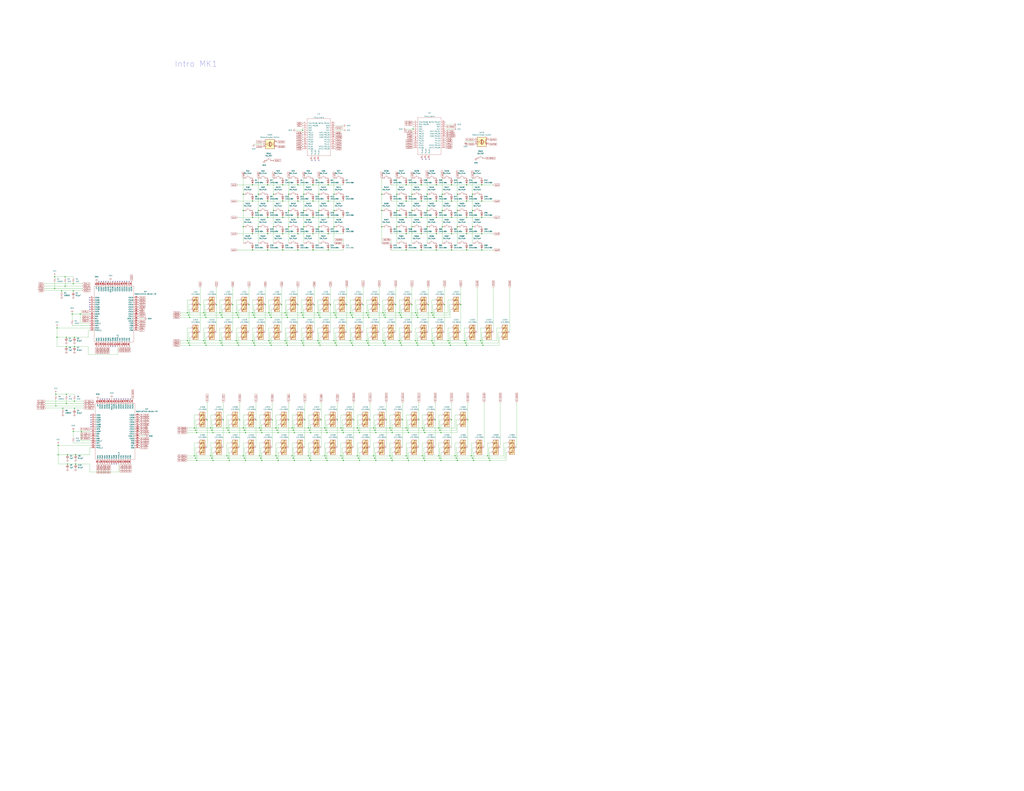
<source format=kicad_sch>
(kicad_sch (version 20211123) (generator eeschema)
  (paper "E")
  (title_block (title "Intro Split Keyboard") (date "2022-02-20") (rev "0") (company "github.com/easymac/intro"))
  (lib_symbols
    (symbol "Device:C_Small" (pin_numbers hide) (pin_names (offset 0.254) hide)
      (property "Reference" "C" (at 0.254 1.778 0))
      (property "Value" "C_Small" (at 0.254 -2.032 0))
      (symbol "C_Small_1_1"
        (pin passive line (at 0 2.54 270) (length 2.032) (name "~") (number "1"))
        (pin passive line (at 0 -2.54 90) (length 2.032) (name "~") (number "2"))
      )
    )
    (symbol "Device:LED_RBAG" (pin_names (offset 0) hide)
      (property "Reference" "D" (at 0 9.398 0))
      (property "Value" "LED_RBAG" (at 0 -8.89 0))
      (symbol "LED_RBAG_0_0"
        (text "B" (at -1.905 -6.35 0) (effects (font (size 1.27 1.27))))
        (text "G" (at -1.905 -1.27 0) (effects (font (size 1.27 1.27))))
        (text "R" (at -1.905 3.81 0) (effects (font (size 1.27 1.27))))
      )
      (symbol "LED_RBAG_1_1"
        (pin passive line (at -5.08 5.08 0) (length 2.54) (name "RK") (number "1"))
        (pin passive line (at -5.08 -5.08 0) (length 2.54) (name "BK") (number "2"))
        (pin passive line (at 5.08 0 180) (length 2.54) (name "A") (number "3"))
        (pin passive line (at -5.08 0 0) (length 2.54) (name "GK") (number "4"))
      )
    )
    (symbol "Device:R_Small_US" (pin_numbers hide) (pin_names (offset 0.254) hide)
      (property "Reference" "R" (at 0.762 0.508 0))
      (property "Value" "R_Small_US" (at 0.762 -1.016 0))
      (symbol "R_Small_US_1_1"
        (pin passive line (at 0 2.54 270) (length 1.016) (name "~") (number "1"))
        (pin passive line (at 0 -2.54 90) (length 1.016) (name "~") (number "2"))
      )
    )
    (symbol "Device:RotaryEncoder_Switch" (pin_names (offset 0.254) hide)
      (property "Reference" "SW" (at 0 6.604 0))
      (property "Value" "RotaryEncoder_Switch" (at 0 -6.604 0))
      (symbol "RotaryEncoder_Switch_1_1"
        (pin passive line (at -7.62 2.54 0) (length 2.54) (name "A") (number "A"))
        (pin passive line (at -7.62 -2.54 0) (length 2.54) (name "B") (number "B"))
        (pin passive line (at -7.62 0 0) (length 2.54) (name "C") (number "C"))
        (pin passive line (at 7.62 2.54 180) (length 2.54) (name "S1") (number "S1"))
        (pin passive line (at 7.62 -2.54 180) (length 2.54) (name "S2") (number "S2"))
      )
    )
    (symbol "Diode:1N4148W" (pin_numbers hide) (pin_names (offset 1.016) hide)
      (property "Reference" "D" (at 0 2.54 0))
      (property "Value" "1N4148W" (at 0 -2.54 0))
      (symbol "1N4148W_1_1"
        (pin passive line (at -3.81 0 0) (length 2.54) (name "K") (number "1"))
        (pin passive line (at 3.81 0 180) (length 2.54) (name "A") (number "2"))
      )
    )
    (symbol "IS31FL3741A-QFLS4-TR:IS31FL3741A-QFLS4-TR" (pin_names (offset 0.762))
      (property "Reference" "IC" (at 49.53 17.78 0))
      (property "Value" "IS31FL3741A-QFLS4-TR" (at 49.53 15.24 0))
      (symbol "IS31FL3741A-QFLS4-TR_0_0"
        (pin passive line (at 0 0 0) (length 5.08) (name "CS34") (number "1"))
        (pin passive line (at 0 -22.86 0) (length 5.08) (name "SCL") (number "10"))
        (pin passive line (at 0 -25.4 0) (length 5.08) (name "SDB") (number "11"))
        (pin passive line (at 0 -27.94 0) (length 5.08) (name "GND_1") (number "12"))
        (pin passive line (at 0 -30.48 0) (length 5.08) (name "ISET") (number "13"))
        (pin passive line (at 0 -33.02 0) (length 5.08) (name "AVCC") (number "14"))
        (pin passive line (at 0 -35.56 0) (length 5.08) (name "PVCC_1") (number "15"))
        (pin passive line (at 7.62 -53.34 90) (length 5.08) (name "SW1") (number "16"))
        (pin passive line (at 10.16 -53.34 90) (length 5.08) (name "SW2") (number "17"))
        (pin passive line (at 12.7 -53.34 90) (length 5.08) (name "SW3") (number "18"))
        (pin passive line (at 15.24 -53.34 90) (length 5.08) (name "SW4") (number "19"))
        (pin passive line (at 0 -2.54 0) (length 5.08) (name "CS35") (number "2"))
        (pin passive line (at 17.78 -53.34 90) (length 5.08) (name "SW5") (number "20"))
        (pin passive line (at 20.32 -53.34 90) (length 5.08) (name "SW6") (number "21"))
        (pin passive line (at 22.86 -53.34 90) (length 5.08) (name "SW7") (number "22"))
        (pin passive line (at 25.4 -53.34 90) (length 5.08) (name "SW8") (number "23"))
        (pin passive line (at 27.94 -53.34 90) (length 5.08) (name "SW9") (number "24"))
        (pin passive line (at 30.48 -53.34 90) (length 5.08) (name "PVCC_2") (number "25"))
        (pin passive line (at 33.02 -53.34 90) (length 5.08) (name "CS1") (number "26"))
        (pin passive line (at 35.56 -53.34 90) (length 5.08) (name "CS2") (number "27"))
        (pin passive line (at 38.1 -53.34 90) (length 5.08) (name "CS3") (number "28"))
        (pin passive line (at 40.64 -53.34 90) (length 5.08) (name "CS4") (number "29"))
        (pin passive line (at 0 -5.08 0) (length 5.08) (name "CS36") (number "3"))
        (pin passive line (at 43.18 -53.34 90) (length 5.08) (name "CS5") (number "30"))
        (pin passive line (at 53.34 -35.56 180) (length 5.08) (name "CS6") (number "31"))
        (pin passive line (at 53.34 -33.02 180) (length 5.08) (name "CS7") (number "32"))
        (pin passive line (at 53.34 -30.48 180) (length 5.08) (name "CS8") (number "33"))
        (pin passive line (at 53.34 -27.94 180) (length 5.08) (name "CS9") (number "34"))
        (pin passive line (at 53.34 -25.4 180) (length 5.08) (name "CS10") (number "35"))
        (pin passive line (at 53.34 -22.86 180) (length 5.08) (name "GND_2") (number "36"))
        (pin passive line (at 53.34 -20.32 180) (length 5.08) (name "CS11") (number "37"))
        (pin passive line (at 53.34 -17.78 180) (length 5.08) (name "CS12") (number "38"))
        (pin passive line (at 53.34 -15.24 180) (length 5.08) (name "CS13") (number "39"))
        (pin passive line (at 0 -7.62 0) (length 5.08) (name "CS37") (number "4"))
        (pin passive line (at 53.34 -12.7 180) (length 5.08) (name "CS14") (number "40"))
        (pin passive line (at 53.34 -10.16 180) (length 5.08) (name "CS15") (number "41"))
        (pin passive line (at 53.34 -7.62 180) (length 5.08) (name "CS16") (number "42"))
        (pin passive line (at 53.34 -5.08 180) (length 5.08) (name "CS17") (number "43"))
        (pin passive line (at 53.34 -2.54 180) (length 5.08) (name "CS18") (number "44"))
        (pin passive line (at 53.34 0 180) (length 5.08) (name "CS19") (number "45"))
        (pin passive line (at 45.72 17.78 270) (length 5.08) (name "CS20") (number "46"))
        (pin passive line (at 43.18 17.78 270) (length 5.08) (name "CS21") (number "47"))
        (pin passive line (at 40.64 17.78 270) (length 5.08) (name "CS22") (number "48"))
        (pin passive line (at 38.1 17.78 270) (length 5.08) (name "CS23") (number "49"))
        (pin passive line (at 0 -10.16 0) (length 5.08) (name "CS38") (number "5"))
        (pin passive line (at 35.56 17.78 270) (length 5.08) (name "CS24") (number "50"))
        (pin passive line (at 33.02 17.78 270) (length 5.08) (name "CS25") (number "51"))
        (pin passive line (at 30.48 17.78 270) (length 5.08) (name "CS26") (number "52"))
        (pin passive line (at 27.94 17.78 270) (length 5.08) (name "CS27") (number "53"))
        (pin passive line (at 25.4 17.78 270) (length 5.08) (name "CS28") (number "54"))
        (pin passive line (at 22.86 17.78 270) (length 5.08) (name "GND_3") (number "55"))
        (pin passive line (at 20.32 17.78 270) (length 5.08) (name "CS29") (number "56"))
        (pin passive line (at 17.78 17.78 270) (length 5.08) (name "CS30") (number "57"))
        (pin passive line (at 15.24 17.78 270) (length 5.08) (name "CS31") (number "58"))
        (pin passive line (at 12.7 17.78 270) (length 5.08) (name "CS32") (number "59"))
        (pin passive line (at 0 -12.7 0) (length 5.08) (name "CS39") (number "6"))
        (pin passive line (at 10.16 17.78 270) (length 5.08) (name "CS33") (number "60"))
        (pin passive line (at 7.62 17.78 270) (length 5.08) (name "EP") (number "61"))
        (pin passive line (at 0 -15.24 0) (length 5.08) (name "INTB") (number "7"))
        (pin passive line (at 0 -17.78 0) (length 5.08) (name "ADDR") (number "8"))
        (pin passive line (at 0 -20.32 0) (length 5.08) (name "SDA") (number "9"))
      )
    )
    (symbol "Switch:SW_Push" (pin_numbers hide) (pin_names (offset 1.016) hide)
      (property "Reference" "SW" (at 1.27 2.54 0))
      (property "Value" "SW_Push" (at 0 -1.524 0))
      (symbol "SW_Push_0_1"
        (pin passive line (at -5.08 0 0) (length 2.54) (name "1") (number "1"))
        (pin passive line (at 5.08 0 180) (length 2.54) (name "2") (number "2"))
      )
    )
    (symbol "nice_nano:nice_nano" (pin_names (offset 1.016))
      (property "Reference" "U" (at 0 0 0))
      (property "Value" "nice_nano" (at 0 2.54 0))
      (symbol "nice_nano_1_1"
        (pin input line (at -17.78 13.97 0) (length 5.08) (name "TX0/P0.06") (number "1"))
        (pin input line (at -17.78 -8.89 0) (length 5.08) (name "P0.11") (number "10"))
        (pin input line (at -17.78 -11.43 0) (length 5.08) (name "P1.04") (number "11"))
        (pin input line (at -17.78 -13.97 0) (length 5.08) (name "P1.06") (number "12"))
        (pin input line (at 17.78 -13.97 180) (length 5.08) (name "NFC1/P0.09") (number "13"))
        (pin input line (at 17.78 -11.43 180) (length 5.08) (name "NFC2/P0.10") (number "14"))
        (pin input line (at 17.78 -8.89 180) (length 5.08) (name "P1.11") (number "15"))
        (pin input line (at 17.78 -6.35 180) (length 5.08) (name "P1.13") (number "16"))
        (pin input line (at 17.78 -3.81 180) (length 5.08) (name "P1.15") (number "17"))
        (pin input line (at 17.78 -1.27 180) (length 5.08) (name "AIN0/P0.02") (number "18"))
        (pin input line (at 17.78 1.27 180) (length 5.08) (name "AIN5/P0.29") (number "19"))
        (pin input line (at -17.78 11.43 0) (length 5.08) (name "RX1/P0.08") (number "2"))
        (pin input line (at 17.78 3.81 180) (length 5.08) (name "AIN7/P0.31") (number "20"))
        (pin input line (at 17.78 6.35 180) (length 5.08) (name "VCC") (number "21"))
        (pin input line (at 17.78 8.89 180) (length 5.08) (name "RST") (number "22"))
        (pin input line (at 17.78 11.43 180) (length 5.08) (name "GND") (number "23"))
        (pin input line (at 17.78 13.97 180) (length 5.08) (name "BATIN/P0.04") (number "24"))
        (pin input line (at -17.78 8.89 0) (length 5.08) (name "GND") (number "3"))
        (pin input line (at -7.62 -26.67 90) (length 5.08) (name "P1.01") (number "31"))
        (pin input line (at -3.81 -26.67 90) (length 5.08) (name "P1.02") (number "32"))
        (pin input line (at 0 -26.67 90) (length 5.08) (name "P1.07") (number "33"))
        (pin input line (at -17.78 6.35 0) (length 5.08) (name "GND") (number "4"))
        (pin input line (at -17.78 3.81 0) (length 5.08) (name "P0.17") (number "5"))
        (pin input line (at -17.78 1.27 0) (length 5.08) (name "P0.20") (number "6"))
        (pin input line (at -17.78 -1.27 0) (length 5.08) (name "P0.22") (number "7"))
        (pin input line (at -17.78 -3.81 0) (length 5.08) (name "P0.24") (number "8"))
        (pin input line (at -17.78 -6.35 0) (length 5.08) (name "P1.00") (number "9"))
      )
    )
    (symbol "power:GND" (power) (pin_names (offset 0))
      (property "Value" "GND" (at 0 -3.81 0))
      (symbol "GND_1_1"
        (pin power_in line (at 0 0 270) (length 0) hide (name "GND") (number "1"))
      )
    )
    (symbol "power:VCC" (power) (pin_names (offset 0))
      (property "Value" "VCC" (at 0 3.81 0))
      (symbol "VCC_1_1"
        (pin power_in line (at 0 0 90) (length 0) hide (name "VCC") (number "1"))
      )
    )
  )
  (junction (at 80.01 471.17))
  (junction (at 420.37 346.71))
  (junction (at 372.11 467.36))
  (junction (at 300.99 467.36))
  (junction (at 67.31 317.5))
  (junction (at 212.09 497.84))
  (junction (at 443.23 273.05))
  (junction (at 499.11 247.65))
  (junction (at 88.9 471.17))
  (junction (at 275.59 372.11))
  (junction (at 497.84 500.38))
  (junction (at 509.27 237.49))
  (junction (at 410.21 502.92))
  (junction (at 298.45 229.87))
  (junction (at 331.47 212.09))
  (junction (at 356.87 502.92))
  (junction (at 384.81 346.71))
  (junction (at 229.87 497.84))
  (junction (at 355.6 500.38))
  (junction (at 482.6 229.87))
  (junction (at 459.74 237.49))
  (junction (at 433.07 229.87))
  (junction (at 248.92 500.38))
  (junction (at 427.99 502.92))
  (junction (at 439.42 458.47))
  (junction (at 325.12 219.71))
  (junction (at 373.38 469.9))
  (junction (at 509.27 255.27))
  (junction (at 350.52 458.47))
  (junction (at 368.3 458.47))
  (junction (at 281.94 212.09))
  (junction (at 410.21 472.44))
  (junction (at 445.77 472.44))
  (junction (at 259.08 344.17))
  (junction (at 509.27 219.71))
  (junction (at 474.98 458.47))
  (junction (at 525.78 201.93))
  (junction (at 320.04 469.9))
  (junction (at 364.49 247.65))
  (junction (at 473.71 377.19))
  (junction (at 341.63 255.27))
  (junction (at 259.08 374.65))
  (junction (at 502.92 332.74))
  (junction (at 525.78 273.05))
  (junction (at 364.49 372.11))
  (junction (at 226.06 458.47))
  (junction (at 261.62 458.47))
  (junction (at 480.06 469.9))
  (junction (at 72.39 430.53))
  (junction (at 534.67 502.92))
  (junction (at 419.1 374.65))
  (junction (at 459.74 273.05))
  (junction (at 392.43 502.92))
  (junction (at 71.12 302.26))
  (junction (at 266.7 500.38))
  (junction (at 207.01 346.71))
  (junction (at 328.93 372.11))
  (junction (at 271.78 332.74))
  (junction (at 81.28 445.77))
  (junction (at 365.76 374.65))
  (junction (at 342.9 332.74))
  (junction (at 454.66 374.65))
  (junction (at 275.59 201.93))
  (junction (at 313.69 377.19))
  (junction (at 336.55 497.84))
  (junction (at 295.91 346.71))
  (junction (at 525.78 255.27))
  (junction (at 320.04 500.38))
  (junction (at 443.23 237.49))
  (junction (at 72.39 378.46))
  (junction (at 231.14 469.9))
  (junction (at 392.43 472.44))
  (junction (at 433.07 212.09))
  (junction (at 71.12 312.42))
  (junction (at 63.5 486.41))
  (junction (at 374.65 502.92))
  (junction (at 435.61 372.11))
  (junction (at 478.79 497.84))
  (junction (at 82.55 496.57))
  (junction (at 414.02 332.74))
  (junction (at 347.98 344.17))
  (junction (at 59.69 302.26))
  (junction (at 490.22 374.65))
  (junction (at 396.24 332.74))
  (junction (at 346.71 372.11))
  (junction (at 374.65 472.44))
  (junction (at 72.39 440.69))
  (junction (at 364.49 341.63))
  (junction (at 365.76 344.17))
  (junction (at 459.74 255.27))
  (junction (at 417.83 341.63))
  (junction (at 257.81 372.11))
  (junction (at 349.25 346.71))
  (junction (at 476.25 237.49))
  (junction (at 302.26 469.9))
  (junction (at 364.49 229.87))
  (junction (at 476.25 273.05))
  (junction (at 223.52 374.65))
  (junction (at 279.4 458.47))
  (junction (at 73.66 496.57))
  (junction (at 276.86 374.65))
  (junction (at 321.31 472.44))
  (junction (at 250.19 502.92))
  (junction (at 444.5 500.38))
  (junction (at 289.56 332.74))
  (junction (at 72.39 368.3))
  (junction (at 312.42 374.65))
  (junction (at 443.23 255.27))
  (junction (at 467.36 332.74))
  (junction (at 314.96 247.65))
  (junction (at 339.09 502.92))
  (junction (at 205.74 374.65))
  (junction (at 341.63 273.05))
  (junction (at 312.42 344.17))
  (junction (at 358.14 237.49))
  (junction (at 213.36 500.38))
  (junction (at 492.76 255.27))
  (junction (at 325.12 332.74))
  (junction (at 492.76 237.49))
  (junction (at 341.63 201.93))
  (junction (at 443.23 497.84))
  (junction (at 292.1 201.93))
  (junction (at 229.87 467.36))
  (junction (at 81.28 368.3))
  (junction (at 389.89 467.36))
  (junction (at 401.32 344.17))
  (junction (at 391.16 500.38))
  (junction (at 73.66 506.73))
  (junction (at 213.36 469.9))
  (junction (at 450.85 140.97))
  (junction (at 400.05 372.11))
  (junction (at 275.59 273.05))
  (junction (at 471.17 341.63))
  (junction (at 331.47 377.19))
  (junction (at 222.25 341.63))
  (junction (at 476.25 255.27))
  (junction (at 515.62 500.38))
  (junction (at 232.41 502.92))
  (junction (at 488.95 372.11))
  (junction (at 60.96 430.53))
  (junction (at 241.3 374.65))
  (junction (at 314.96 229.87))
  (junction (at 285.75 502.92))
  (junction (at 449.58 212.09))
  (junction (at 443.23 467.36))
  (junction (at 321.31 502.92))
  (junction (at 416.56 247.65))
  (junction (at 250.19 472.44))
  (junction (at 318.77 497.84))
  (junction (at 466.09 229.87))
  (junction (at 349.25 377.19))
  (junction (at 247.65 497.84))
  (junction (at 508 374.65))
  (junction (at 212.09 467.36))
  (junction (at 515.62 247.65))
  (junction (at 283.21 497.84))
  (junction (at 391.16 469.9))
  (junction (at 461.01 497.84))
  (junction (at 292.1 255.27))
  (junction (at 419.1 344.17))
  (junction (at 295.91 377.19))
  (junction (at 367.03 377.19))
  (junction (at 425.45 467.36))
  (junction (at 382.27 341.63))
  (junction (at 492.76 201.93))
  (junction (at 403.86 458.47))
  (junction (at 336.55 467.36))
  (junction (at 63.5 496.57))
  (junction (at 214.63 502.92))
  (junction (at 358.14 219.71))
  (junction (at 298.45 212.09))
  (junction (at 408.94 500.38))
  (junction (at 330.2 374.65))
  (junction (at 313.69 346.71))
  (junction (at 285.75 472.44))
  (junction (at 433.07 247.65))
  (junction (at 275.59 341.63))
  (junction (at 407.67 497.84))
  (junction (at 454.66 344.17))
  (junction (at 443.23 219.71))
  (junction (at 364.49 212.09))
  (junction (at 265.43 247.65))
  (junction (at 463.55 502.92))
  (junction (at 455.93 377.19))
  (junction (at 462.28 469.9))
  (junction (at 416.56 212.09))
  (junction (at 232.41 472.44))
  (junction (at 257.81 341.63))
  (junction (at 532.13 497.84))
  (junction (at 311.15 341.63))
  (junction (at 417.83 372.11))
  (junction (at 224.79 346.71))
  (junction (at 308.61 273.05))
  (junction (at 292.1 273.05))
  (junction (at 281.94 229.87))
  (junction (at 509.27 273.05))
  (junction (at 492.76 219.71))
  (junction (at 471.17 372.11))
  (junction (at 247.65 467.36))
  (junction (at 318.77 467.36))
  (junction (at 481.33 472.44))
  (junction (at 358.14 201.93))
  (junction (at 231.14 500.38))
  (junction (at 525.78 219.71))
  (junction (at 444.5 469.9))
  (junction (at 284.48 469.9))
  (junction (at 308.61 255.27))
  (junction (at 401.32 374.65))
  (junction (at 205.74 344.17))
  (junction (at 383.54 374.65))
  (junction (at 331.47 346.71))
  (junction (at 525.78 374.65))
  (junction (at 293.37 372.11))
  (junction (at 294.64 344.17))
  (junction (at 347.98 374.65))
  (junction (at 386.08 458.47))
  (junction (at 378.46 332.74))
  (junction (at 482.6 212.09))
  (junction (at 68.58 445.77))
  (junction (at 265.43 212.09))
  (junction (at 402.59 377.19))
  (junction (at 354.33 467.36))
  (junction (at 302.26 500.38))
  (junction (at 509.27 377.19))
  (junction (at 265.43 229.87))
  (junction (at 436.88 344.17))
  (junction (at 514.35 497.84))
  (junction (at 515.62 229.87))
  (junction (at 515.62 212.09))
  (junction (at 389.89 497.84))
  (junction (at 241.3 344.17))
  (junction (at 346.71 341.63))
  (junction (at 260.35 377.19))
  (junction (at 308.61 201.93))
  (junction (at 330.2 344.17))
  (junction (at 62.23 368.3))
  (junction (at 341.63 219.71))
  (junction (at 347.98 229.87))
  (junction (at 420.37 377.19))
  (junction (at 307.34 332.74))
  (junction (at 60.96 443.23))
  (junction (at 266.7 469.9))
  (junction (at 314.96 212.09))
  (junction (at 356.87 472.44))
  (junction (at 308.61 219.71))
  (junction (at 358.14 255.27))
  (junction (at 462.28 500.38))
  (junction (at 281.94 247.65))
  (junction (at 459.74 219.71))
  (junction (at 325.12 273.05))
  (junction (at 298.45 247.65))
  (junction (at 426.72 500.38))
  (junction (at 466.09 247.65))
  (junction (at 481.33 502.92))
  (junction (at 293.37 341.63))
  (junction (at 218.44 332.74))
  (junction (at 81.28 378.46))
  (junction (at 284.48 500.38))
  (junction (at 276.86 344.17))
  (junction (at 204.47 372.11))
  (junction (at 222.25 372.11))
  (junction (at 278.13 377.19))
  (junction (at 384.81 377.19))
  (junction (at 267.97 472.44))
  (junction (at 416.56 229.87))
  (junction (at 87.63 342.9))
  (junction (at 461.01 467.36))
  (junction (at 449.58 332.74))
  (junction (at 325.12 237.49))
  (junction (at 491.49 377.19))
  (junction (at 283.21 467.36))
  (junction (at 265.43 497.84))
  (junction (at 421.64 458.47))
  (junction (at 80.01 317.5))
  (junction (at 214.63 472.44))
  (junction (at 473.71 346.71))
  (junction (at 328.93 341.63))
  (junction (at 449.58 229.87))
  (junction (at 242.57 377.19))
  (junction (at 492.76 273.05))
  (junction (at 482.6 247.65))
  (junction (at 204.47 341.63))
  (junction (at 408.94 469.9))
  (junction (at 265.43 467.36))
  (junction (at 292.1 219.71))
  (junction (at 82.55 506.73))
  (junction (at 80.01 309.88))
  (junction (at 383.54 344.17))
  (junction (at 311.15 372.11))
  (junction (at 476.25 201.93))
  (junction (at 499.11 502.92))
  (junction (at 330.2 142.24))
  (junction (at 516.89 502.92))
  (junction (at 476.25 219.71))
  (junction (at 260.35 346.71))
  (junction (at 533.4 500.38))
  (junction (at 506.73 372.11))
  (junction (at 339.09 472.44))
  (junction (at 400.05 341.63))
  (junction (at 492.76 458.47))
  (junction (at 466.09 212.09))
  (junction (at 360.68 332.74))
  (junction (at 236.22 332.74))
  (junction (at 337.82 500.38))
  (junction (at 496.57 497.84))
  (junction (at 331.47 247.65))
  (junction (at 314.96 458.47))
  (junction (at 248.92 469.9))
  (junction (at 402.59 346.71))
  (junction (at 224.79 377.19))
  (junction (at 431.8 332.74))
  (junction (at 355.6 469.9))
  (junction (at 472.44 344.17))
  (junction (at 463.55 472.44))
  (junction (at 347.98 247.65))
  (junction (at 373.38 500.38))
  (junction (at 303.53 472.44))
  (junction (at 480.06 500.38))
  (junction (at 267.97 502.92))
  (junction (at 59.69 314.96))
  (junction (at 332.74 458.47))
  (junction (at 325.12 255.27))
  (junction (at 499.11 212.09))
  (junction (at 275.59 255.27))
  (junction (at 449.58 247.65))
  (junction (at 62.23 358.14))
  (junction (at 240.03 341.63))
  (junction (at 275.59 237.49))
  (junction (at 436.88 374.65))
  (junction (at 438.15 377.19))
  (junction (at 275.59 219.71))
  (junction (at 254 332.74))
  (junction (at 240.03 372.11))
  (junction (at 527.05 377.19))
  (junction (at 453.39 372.11))
  (junction (at 509.27 201.93))
  (junction (at 367.03 346.71))
  (junction (at 457.2 458.47))
  (junction (at 358.14 273.05))
  (junction (at 472.44 374.65))
  (junction (at 354.33 497.84))
  (junction (at 525.78 237.49))
  (junction (at 294.64 374.65))
  (junction (at 499.11 229.87))
  (junction (at 443.23 201.93))
  (junction (at 207.01 377.19))
  (junction (at 455.93 346.71))
  (junction (at 438.15 346.71))
  (junction (at 78.74 342.9))
  (junction (at 453.39 341.63))
  (junction (at 427.99 472.44))
  (junction (at 308.61 237.49))
  (junction (at 243.84 458.47))
  (junction (at 223.52 344.17))
  (junction (at 382.27 372.11))
  (junction (at 426.72 469.9))
  (junction (at 524.51 372.11))
  (junction (at 372.11 497.84))
  (junction (at 478.79 467.36))
  (junction (at 81.28 438.15))
  (junction (at 325.12 201.93))
  (junction (at 337.82 469.9))
  (junction (at 485.14 332.74))
  (junction (at 278.13 346.71))
  (junction (at 292.1 237.49))
  (junction (at 435.61 341.63))
  (junction (at 347.98 212.09))
  (junction (at 331.47 229.87))
  (junction (at 341.63 237.49))
  (junction (at 425.45 497.84))
  (junction (at 303.53 502.92))
  (junction (at 297.18 458.47))
  (junction (at 445.77 502.92))
  (junction (at 510.54 458.47))
  (junction (at 459.74 201.93))
  (junction (at 300.99 497.84))
  (junction (at 242.57 346.71))
  (junction (at 407.67 467.36))
  (no_connect (at 468.63 173.99))
  (no_connect (at 109.22 435.61))
  (no_connect (at 116.84 435.61))
  (no_connect (at 121.92 506.73))
  (no_connect (at 99.06 455.93))
  (no_connect (at 99.06 466.09))
  (no_connect (at 114.3 435.61))
  (no_connect (at 124.46 435.61))
  (no_connect (at 120.65 378.46))
  (no_connect (at 123.19 378.46))
  (no_connect (at 125.73 378.46))
  (no_connect (at 137.16 435.61))
  (no_connect (at 142.24 435.61))
  (no_connect (at 97.79 325.12))
  (no_connect (at 97.79 327.66))
  (no_connect (at 97.79 330.2))
  (no_connect (at 97.79 332.74))
  (no_connect (at 97.79 335.28))
  (no_connect (at 97.79 337.82))
  (no_connect (at 140.97 307.34))
  (no_connect (at 138.43 307.34))
  (no_connect (at 135.89 307.34))
  (no_connect (at 133.35 307.34))
  (no_connect (at 130.81 307.34))
  (no_connect (at 128.27 307.34))
  (no_connect (at 125.73 307.34))
  (no_connect (at 123.19 307.34))
  (no_connect (at 118.11 307.34))
  (no_connect (at 115.57 307.34))
  (no_connect (at 113.03 307.34))
  (no_connect (at 110.49 307.34))
  (no_connect (at 107.95 307.34))
  (no_connect (at 99.06 461.01))
  (no_connect (at 134.62 435.61))
  (no_connect (at 111.76 435.61))
  (no_connect (at 461.01 173.99))
  (no_connect (at 99.06 453.39))
  (no_connect (at 124.46 506.73))
  (no_connect (at 464.82 173.99))
  (no_connect (at 139.7 435.61))
  (no_connect (at 132.08 435.61))
  (no_connect (at 99.06 463.55))
  (no_connect (at 119.38 435.61))
  (no_connect (at 347.98 175.26))
  (no_connect (at 344.17 175.26))
  (no_connect (at 340.36 175.26))
  (no_connect (at 99.06 458.47))
  (no_connect (at 129.54 435.61))
  (no_connect (at 127 506.73))
  (no_connect (at 127 435.61))
  (wire (pts (xy 275.59 372.11) (xy 293.37 372.11)))
  (wire (pts (xy 354.33 453.39) (xy 354.33 467.36)))
  (wire (pts (xy 49.53 440.69) (xy 72.39 440.69)))
  (wire (pts (xy 500.38 453.39) (xy 496.57 453.39)))
  (wire (pts (xy 80.01 308.61) (xy 80.01 309.88)))
  (wire (pts (xy 81.28 431.8) (xy 81.28 430.53)))
  (wire (pts (xy 265.43 194.31) (xy 265.43 212.09)))
  (wire (pts (xy 482.6 212.09) (xy 482.6 229.87)))
  (wire (pts (xy 347.98 332.74) (xy 347.98 344.17)))
  (wire (pts (xy 80.01 471.17) (xy 88.9 471.17)))
  (wire (pts (xy 368.3 363.22) (xy 365.76 363.22)))
  (wire (pts (xy 534.67 494.03) (xy 534.67 502.92)))
  (wire (pts (xy 374.65 261.62) (xy 374.65 265.43)))
  (wire (pts (xy 485.14 313.69) (xy 485.14 332.74)))
  (wire (pts (xy 492.76 327.66) (xy 488.95 327.66)))
  (wire (pts (xy 386.08 368.3) (xy 384.81 368.3)))
  (wire (pts (xy 314.96 368.3) (xy 313.69 368.3)))
  (wire (pts (xy 403.86 439.42) (xy 403.86 458.47)))
  (wire (pts (xy 233.68 463.55) (xy 232.41 463.55)))
  (wire (pts (xy 279.4 337.82) (xy 278.13 337.82)))
  (wire (pts (xy 457.2 368.3) (xy 455.93 368.3)))
  (wire (pts (xy 480.06 488.95) (xy 480.06 500.38)))
  (wire (pts (xy 62.23 368.3) (xy 62.23 378.46)))
  (wire (pts (xy 337.82 500.38) (xy 355.6 500.38)))
  (wire (pts (xy 426.72 458.47) (xy 426.72 469.9)))
  (wire (pts (xy 514.35 483.87) (xy 514.35 497.84)))
  (wire (pts (xy 372.11 453.39) (xy 372.11 467.36)))
  (wire (pts (xy 358.14 494.03) (xy 356.87 494.03)))
  (wire (pts (xy 328.93 341.63) (xy 346.71 341.63)))
  (wire (pts (xy 222.25 358.14) (xy 222.25 372.11)))
  (wire (pts (xy 281.94 212.09) (xy 281.94 229.87)))
  (wire (pts (xy 360.68 332.74) (xy 360.68 363.22)))
  (wire (pts (xy 318.77 497.84) (xy 336.55 497.84)))
  (wire (pts (xy 482.6 488.95) (xy 480.06 488.95)))
  (wire (pts (xy 462.28 458.47) (xy 462.28 469.9)))
  (wire (pts (xy 205.74 344.17) (xy 223.52 344.17)))
  (wire (pts (xy 242.57 368.3) (xy 242.57 377.19)))
  (wire (pts (xy 457.2 458.47) (xy 457.2 488.95)))
  (wire (pts (xy 214.63 502.92) (xy 232.41 502.92)))
  (wire (pts (xy 425.45 483.87) (xy 425.45 497.84)))
  (wire (pts (xy 158.75 476.25) (xy 152.4 476.25)))
  (wire (pts (xy 336.55 497.84) (xy 354.33 497.84)))
  (wire (pts (xy 279.4 332.74) (xy 276.86 332.74)))
  (wire (pts (xy 204.47 341.63) (xy 222.25 341.63)))
  (wire (pts (xy 471.17 327.66) (xy 471.17 341.63)))
  (wire (pts (xy 421.64 332.74) (xy 419.1 332.74)))
  (wire (pts (xy 71.12 302.26) (xy 59.69 302.26)))
  (wire (pts (xy 375.92 463.55) (xy 374.65 463.55)))
  (wire (pts (xy 382.27 358.14) (xy 382.27 372.11)))
  (wire (pts (xy 205.74 363.22) (xy 205.74 374.65)))
  (wire (pts (xy 528.32 439.42) (xy 528.32 488.95)))
  (wire (pts (xy 283.21 467.36) (xy 300.99 467.36)))
  (wire (pts (xy 332.74 337.82) (xy 331.47 337.82)))
  (wire (pts (xy 78.74 355.6) (xy 78.74 354.33)))
  (wire (pts (xy 128.27 378.46) (xy 128.27 387.35)))
  (wire (pts (xy 275.59 358.14) (xy 275.59 372.11)))
  (wire (pts (xy 259.08 374.65) (xy 276.86 374.65)))
  (wire (pts (xy 308.61 219.71) (xy 325.12 219.71)))
  (wire (pts (xy 401.32 332.74) (xy 401.32 344.17)))
  (wire (pts (xy 514.35 497.84) (xy 532.13 497.84)))
  (wire (pts (xy 464.82 494.03) (xy 463.55 494.03)))
  (wire (pts (xy 474.98 332.74) (xy 472.44 332.74)))
  (wire (pts (xy 482.6 194.31) (xy 482.6 212.09)))
  (wire (pts (xy 204.47 472.44) (xy 214.63 472.44)))
  (wire (pts (xy 372.11 483.87) (xy 372.11 497.84)))
  (wire (pts (xy 342.9 332.74) (xy 342.9 363.22)))
  (wire (pts (xy 60.96 430.53) (xy 60.96 431.8)))
  (wire (pts (xy 439.42 363.22) (xy 436.88 363.22)))
  (wire (pts (xy 358.14 237.49) (xy 374.65 237.49)))
  (wire (pts (xy 226.06 458.47) (xy 226.06 488.95)))
  (wire (pts (xy 48.26 314.96) (xy 59.69 314.96)))
  (wire (pts (xy 243.84 439.42) (xy 243.84 458.47)))
  (wire (pts (xy 364.49 212.09) (xy 364.49 229.87)))
  (wire (pts (xy 259.08 201.93) (xy 275.59 201.93)))
  (wire (pts (xy 492.76 255.27) (xy 509.27 255.27)))
  (wire (pts (xy 368.3 439.42) (xy 368.3 458.47)))
  (wire (pts (xy 285.75 494.03) (xy 285.75 502.92)))
  (wire (pts (xy 373.38 469.9) (xy 391.16 469.9)))
  (wire (pts (xy 129.54 506.73) (xy 129.54 515.62)))
  (wire (pts (xy 325.12 332.74) (xy 325.12 363.22)))
  (wire (pts (xy 508 374.65) (xy 525.78 374.65)))
  (wire (pts (xy 368.3 368.3) (xy 367.03 368.3)))
  (wire (pts (xy 271.78 332.74) (xy 271.78 363.22)))
  (wire (pts (xy 358.14 255.27) (xy 374.65 255.27)))
  (wire (pts (xy 318.77 453.39) (xy 318.77 467.36)))
  (wire (pts (xy 226.06 363.22) (xy 223.52 363.22)))
  (wire (pts (xy 525.78 201.93) (xy 538.48 201.93)))
  (wire (pts (xy 289.56 332.74) (xy 289.56 363.22)))
  (wire (pts (xy 281.94 229.87) (xy 281.94 247.65)))
  (wire (pts (xy 236.22 332.74) (xy 236.22 363.22)))
  (wire (pts (xy 226.06 337.82) (xy 224.79 337.82)))
  (wire (pts (xy 292.1 237.49) (xy 308.61 237.49)))
  (wire (pts (xy 81.28 438.15) (xy 91.44 438.15)))
  (wire (pts (xy 204.47 372.11) (xy 222.25 372.11)))
  (wire (pts (xy 269.24 458.47) (xy 266.7 458.47)))
  (wire (pts (xy 224.79 346.71) (xy 242.57 346.71)))
  (wire (pts (xy 314.96 439.42) (xy 314.96 458.47)))
  (wire (pts (xy 241.3 363.22) (xy 241.3 374.65)))
  (wire (pts (xy 429.26 463.55) (xy 427.99 463.55)))
  (wire (pts (xy 426.72 488.95) (xy 426.72 500.38)))
  (wire (pts (xy 364.49 327.66) (xy 364.49 341.63)))
  (wire (pts (xy 419.1 374.65) (xy 436.88 374.65)))
  (wire (pts (xy 243.84 332.74) (xy 241.3 332.74)))
  (wire (pts (xy 304.8 463.55) (xy 303.53 463.55)))
  (wire (pts (xy 242.57 377.19) (xy 260.35 377.19)))
  (wire (pts (xy 337.82 488.95) (xy 337.82 500.38)))
  (wire (pts (xy 508 363.22) (xy 508 374.65)))
  (wire (pts (xy 207.01 346.71) (xy 224.79 346.71)))
  (wire (pts (xy 400.05 341.63) (xy 417.83 341.63)))
  (wire (pts (xy 482.6 463.55) (xy 481.33 463.55)))
  (wire (pts (xy 248.92 469.9) (xy 266.7 469.9)))
  (wire (pts (xy 99.06 481.33) (xy 88.9 481.33)))
  (wire (pts (xy 389.89 483.87) (xy 389.89 497.84)))
  (wire (pts (xy 354.33 467.36) (xy 372.11 467.36)))
  (wire (pts (xy 257.81 327.66) (xy 257.81 341.63)))
  (wire (pts (xy 292.1 219.71) (xy 308.61 219.71)))
  (wire (pts (xy 438.15 377.19) (xy 455.93 377.19)))
  (wire (pts (xy 384.81 337.82) (xy 384.81 346.71)))
  (wire (pts (xy 482.6 483.87) (xy 478.79 483.87)))
  (wire (pts (xy 62.23 356.87) (xy 62.23 358.14)))
  (wire (pts (xy 490.22 363.22) (xy 490.22 374.65)))
  (wire (pts (xy 443.23 219.71) (xy 459.74 219.71)))
  (wire (pts (xy 267.97 502.92) (xy 285.75 502.92)))
  (wire (pts (xy 414.02 332.74) (xy 414.02 363.22)))
  (wire (pts (xy 208.28 327.66) (xy 204.47 327.66)))
  (wire (pts (xy 426.72 469.9) (xy 444.5 469.9)))
  (wire (pts (xy 535.94 494.03) (xy 534.67 494.03)))
  (wire (pts (xy 478.79 497.84) (xy 496.57 497.84)))
  (wire (pts (xy 407.67 467.36) (xy 425.45 467.36)))
  (wire (pts (xy 320.04 500.38) (xy 337.82 500.38)))
  (wire (pts (xy 247.65 483.87) (xy 247.65 497.84)))
  (wire (pts (xy 331.47 337.82) (xy 331.47 346.71)))
  (wire (pts (xy 303.53 463.55) (xy 303.53 472.44)))
  (wire (pts (xy 78.74 341.63) (xy 78.74 342.9)))
  (wire (pts (xy 365.76 363.22) (xy 365.76 374.65)))
  (wire (pts (xy 443.23 483.87) (xy 443.23 497.84)))
  (wire (pts (xy 330.2 363.22) (xy 330.2 374.65)))
  (wire (pts (xy 419.1 363.22) (xy 419.1 374.65)))
  (wire (pts (xy 276.86 374.65) (xy 294.64 374.65)))
  (wire (pts (xy 403.86 358.14) (xy 400.05 358.14)))
  (wire (pts (xy 433.07 247.65) (xy 433.07 265.43)))
  (wire (pts (xy 386.08 358.14) (xy 382.27 358.14)))
  (wire (pts (xy 417.83 358.14) (xy 417.83 372.11)))
  (wire (pts (xy 80.01 477.52) (xy 80.01 471.17)))
  (wire (pts (xy 407.67 453.39) (xy 407.67 467.36)))
  (wire (pts (xy 80.01 469.9) (xy 80.01 471.17)))
  (wire (pts (xy 308.61 255.27) (xy 325.12 255.27)))
  (wire (pts (xy 229.87 497.84) (xy 247.65 497.84)))
  (wire (pts (xy 393.7 488.95) (xy 391.16 488.95)))
  (wire (pts (xy 321.31 463.55) (xy 321.31 472.44)))
  (wire (pts (xy 466.09 212.09) (xy 466.09 229.87)))
  (wire (pts (xy 492.76 368.3) (xy 491.49 368.3)))
  (wire (pts (xy 212.09 453.39) (xy 212.09 467.36)))
  (wire (pts (xy 447.04 494.03) (xy 445.77 494.03)))
  (wire (pts (xy 340.36 488.95) (xy 337.82 488.95)))
  (wire (pts (xy 339.09 494.03) (xy 339.09 502.92)))
  (wire (pts (xy 516.89 502.92) (xy 534.67 502.92)))
  (wire (pts (xy 492.76 201.93) (xy 509.27 201.93)))
  (wire (pts (xy 473.71 337.82) (xy 473.71 346.71)))
  (wire (pts (xy 241.3 332.74) (xy 241.3 344.17)))
  (wire (pts (xy 454.66 332.74) (xy 454.66 344.17)))
  (wire (pts (xy 232.41 494.03) (xy 232.41 502.92)))
  (wire (pts (xy 325.12 273.05) (xy 341.63 273.05)))
  (wire (pts (xy 350.52 368.3) (xy 349.25 368.3)))
  (wire (pts (xy 491.49 337.82) (xy 491.49 346.71)))
  (wire (pts (xy 80.01 317.5) (xy 80.01 318.77)))
  (wire (pts (xy 80.01 309.88) (xy 90.17 309.88)))
  (wire (pts (xy 204.47 327.66) (xy 204.47 341.63)))
  (wire (pts (xy 247.65 497.84) (xy 265.43 497.84)))
  (wire (pts (xy 208.28 337.82) (xy 207.01 337.82)))
  (wire (pts (xy 196.85 344.17) (xy 205.74 344.17)))
  (wire (pts (xy 295.91 368.3) (xy 295.91 377.19)))
  (wire (pts (xy 215.9 483.87) (xy 212.09 483.87)))
  (wire (pts (xy 402.59 346.71) (xy 420.37 346.71)))
  (wire (pts (xy 467.36 313.69) (xy 467.36 332.74)))
  (wire (pts (xy 461.01 483.87) (xy 461.01 497.84)))
  (wire (pts (xy 314.96 337.82) (xy 313.69 337.82)))
  (wire (pts (xy 293.37 372.11) (xy 311.15 372.11)))
  (wire (pts (xy 474.98 458.47) (xy 474.98 488.95)))
  (wire (pts (xy 391.16 469.9) (xy 408.94 469.9)))
  (wire (pts (xy 407.67 497.84) (xy 425.45 497.84)))
  (wire (pts (xy 314.96 458.47) (xy 314.96 488.95)))
  (wire (pts (xy 208.28 358.14) (xy 204.47 358.14)))
  (wire (pts (xy 314.96 327.66) (xy 311.15 327.66)))
  (wire (pts (xy 510.54 358.14) (xy 506.73 358.14)))
  (wire (pts (xy 417.83 327.66) (xy 417.83 341.63)))
  (wire (pts (xy 515.62 229.87) (xy 515.62 247.65)))
  (wire (pts (xy 283.21 483.87) (xy 283.21 497.84)))
  (wire (pts (xy 332.74 368.3) (xy 331.47 368.3)))
  (wire (pts (xy 476.25 201.93) (xy 492.76 201.93)))
  (wire (pts (xy 275.59 237.49) (xy 292.1 237.49)))
  (wire (pts (xy 365.76 142.24) (xy 374.65 142.24)))
  (wire (pts (xy 408.94 469.9) (xy 426.72 469.9)))
  (wire (pts (xy 447.04 483.87) (xy 443.23 483.87)))
  (wire (pts (xy 304.8 453.39) (xy 300.99 453.39)))
  (wire (pts (xy 532.13 483.87) (xy 532.13 497.84)))
  (wire (pts (xy 251.46 463.55) (xy 250.19 463.55)))
  (wire (pts (xy 476.25 219.71) (xy 492.76 219.71)))
  (wire (pts (xy 81.28 445.77) (xy 81.28 447.04)))
  (wire (pts (xy 461.01 467.36) (xy 478.79 467.36)))
  (wire (pts (xy 215.9 488.95) (xy 213.36 488.95)))
  (wire (pts (xy 292.1 255.27) (xy 308.61 255.27)))
  (wire (pts (xy 304.8 458.47) (xy 302.26 458.47)))
  (wire (pts (xy 196.85 374.65) (xy 205.74 374.65)))
  (wire (pts (xy 509.27 377.19) (xy 527.05 377.19)))
  (wire (pts (xy 318.77 483.87) (xy 318.77 497.84)))
  (wire (pts (xy 491.49 377.19) (xy 509.27 377.19)))
  (wire (pts (xy 368.3 327.66) (xy 364.49 327.66)))
  (wire (pts (xy 476.25 237.49) (xy 492.76 237.49)))
  (wire (pts (xy 59.69 302.26) (xy 59.69 303.53)))
  (wire (pts (xy 358.14 488.95) (xy 355.6 488.95)))
  (wire (pts (xy 49.53 438.15) (xy 81.28 438.15)))
  (wire (pts (xy 447.04 463.55) (xy 445.77 463.55)))
  (wire (pts (xy 364.49 372.11) (xy 382.27 372.11)))
  (wire (pts (xy 283.21 497.84) (xy 300.99 497.84)))
  (wire (pts (xy 325.12 237.49) (xy 341.63 237.49)))
  (wire (pts (xy 556.26 313.69) (xy 556.26 363.22)))
  (wire (pts (xy 421.64 368.3) (xy 420.37 368.3)))
  (wire (pts (xy 391.16 458.47) (xy 391.16 469.9)))
  (wire (pts (xy 347.98 344.17) (xy 365.76 344.17)))
  (wire (pts (xy 516.89 494.03) (xy 516.89 502.92)))
  (wire (pts (xy 342.9 313.69) (xy 342.9 332.74)))
  (wire (pts (xy 97.79 355.6) (xy 78.74 355.6)))
  (wire (pts (xy 386.08 458.47) (xy 386.08 488.95)))
  (wire (pts (xy 509.27 368.3) (xy 509.27 377.19)))
  (wire (pts (xy 439.42 458.47) (xy 439.42 488.95)))
  (wire (pts (xy 233.68 494.03) (xy 232.41 494.03)))
  (wire (pts (xy 223.52 363.22) (xy 223.52 374.65)))
  (wire (pts (xy 313.69 337.82) (xy 313.69 346.71)))
  (wire (pts (xy 218.44 332.74) (xy 218.44 363.22)))
  (wire (pts (xy 314.96 212.09) (xy 314.96 229.87)))
  (wire (pts (xy 509.27 255.27) (xy 525.78 255.27)))
  (wire (pts (xy 312.42 344.17) (xy 330.2 344.17)))
  (wire (pts (xy 328.93 358.14) (xy 328.93 372.11)))
  (wire (pts (xy 382.27 341.63) (xy 400.05 341.63)))
  (wire (pts (xy 278.13 346.71) (xy 295.91 346.71)))
  (wire (pts (xy 297.18 458.47) (xy 297.18 488.95)))
  (wire (pts (xy 243.84 368.3) (xy 242.57 368.3)))
  (wire (pts (xy 97.79 488.95) (xy 97.79 496.57)))
  (wire (pts (xy 439.42 439.42) (xy 439.42 458.47)))
  (wire (pts (xy 427.99 502.92) (xy 445.77 502.92)))
  (wire (pts (xy 533.4 488.95) (xy 533.4 500.38)))
  (wire (pts (xy 373.38 500.38) (xy 391.16 500.38)))
  (wire (pts (xy 96.52 387.35) (xy 96.52 378.46)))
  (wire (pts (xy 364.49 247.65) (xy 364.49 265.43)))
  (wire (pts (xy 226.06 358.14) (xy 222.25 358.14)))
  (wire (pts (xy 563.88 439.42) (xy 563.88 488.95)))
  (wire (pts (xy 257.81 372.11) (xy 275.59 372.11)))
  (wire (pts (xy 215.9 453.39) (xy 212.09 453.39)))
  (wire (pts (xy 358.14 463.55) (xy 356.87 463.55)))
  (wire (pts (xy 232.41 463.55) (xy 232.41 472.44)))
  (wire (pts (xy 254 313.69) (xy 254 332.74)))
  (wire (pts (xy 213.36 469.9) (xy 231.14 469.9)))
  (wire (pts (xy 240.03 372.11) (xy 257.81 372.11)))
  (wire (pts (xy 364.49 341.63) (xy 382.27 341.63)))
  (wire (pts (xy 294.64 344.17) (xy 312.42 344.17)))
  (wire (pts (xy 267.97 494.03) (xy 267.97 502.92)))
  (wire (pts (xy 466.09 229.87) (xy 466.09 247.65)))
  (wire (pts (xy 266.7 458.47) (xy 266.7 469.9)))
  (wire (pts (xy 233.68 483.87) (xy 229.87 483.87)))
  (wire (pts (xy 478.79 483.87) (xy 478.79 497.84)))
  (wire (pts (xy 384.81 346.71) (xy 402.59 346.71)))
  (wire (pts (xy 532.13 497.84) (xy 549.91 497.84)))
  (wire (pts (xy 358.14 219.71) (xy 374.65 219.71)))
  (wire (pts (xy 321.31 472.44) (xy 339.09 472.44)))
  (wire (pts (xy 224.79 377.19) (xy 242.57 377.19)))
  (wire (pts (xy 546.1 363.22) (xy 543.56 363.22)))
  (wire (pts (xy 302.26 500.38) (xy 320.04 500.38)))
  (wire (pts (xy 218.44 313.69) (xy 218.44 332.74)))
  (wire (pts (xy 231.14 458.47) (xy 231.14 469.9)))
  (wire (pts (xy 287.02 494.03) (xy 285.75 494.03)))
  (wire (pts (xy 232.41 472.44) (xy 250.19 472.44)))
  (wire (pts (xy 510.54 368.3) (xy 509.27 368.3)))
  (wire (pts (xy 403.86 368.3) (xy 402.59 368.3)))
  (wire (pts (xy 500.38 483.87) (xy 496.57 483.87)))
  (wire (pts (xy 212.09 467.36) (xy 229.87 467.36)))
  (wire (pts (xy 311.15 358.14) (xy 311.15 372.11)))
  (wire (pts (xy 276.86 332.74) (xy 276.86 344.17)))
  (wire (pts (xy 259.08 255.27) (xy 275.59 255.27)))
  (wire (pts (xy 466.09 194.31) (xy 466.09 212.09)))
  (wire (pts (xy 471.17 341.63) (xy 488.95 341.63)))
  (wire (pts (xy 196.85 377.19) (xy 207.01 377.19)))
  (wire (pts (xy 429.26 488.95) (xy 426.72 488.95)))
  (wire (pts (xy 96.52 368.3) (xy 81.28 368.3)))
  (wire (pts (xy 372.11 497.84) (xy 389.89 497.84)))
  (wire (pts (xy 295.91 337.82) (xy 295.91 346.71)))
  (wire (pts (xy 478.79 453.39) (xy 478.79 467.36)))
  (wire (pts (xy 444.5 469.9) (xy 462.28 469.9)))
  (wire (pts (xy 414.02 313.69) (xy 414.02 332.74)))
  (wire (pts (xy 80.01 303.53) (xy 80.01 302.26)))
  (wire (pts (xy 231.14 500.38) (xy 248.92 500.38)))
  (wire (pts (xy 447.04 453.39) (xy 443.23 453.39)))
  (wire (pts (xy 266.7 469.9) (xy 284.48 469.9)))
  (wire (pts (xy 439.42 332.74) (xy 436.88 332.74)))
  (wire (pts (xy 464.82 458.47) (xy 462.28 458.47)))
  (wire (pts (xy 350.52 337.82) (xy 349.25 337.82)))
  (wire (pts (xy 332.74 439.42) (xy 332.74 458.47)))
  (wire (pts (xy 96.52 360.68) (xy 96.52 368.3)))
  (wire (pts (xy 278.13 377.19) (xy 295.91 377.19)))
  (wire (pts (xy 285.75 463.55) (xy 285.75 472.44)))
  (wire (pts (xy 269.24 453.39) (xy 265.43 453.39)))
  (wire (pts (xy 411.48 458.47) (xy 408.94 458.47)))
  (wire (pts (xy 233.68 453.39) (xy 229.87 453.39)))
  (wire (pts (xy 367.03 377.19) (xy 384.81 377.19)))
  (wire (pts (xy 429.26 494.03) (xy 427.99 494.03)))
  (wire (pts (xy 425.45 497.84) (xy 443.23 497.84)))
  (wire (pts (xy 491.49 368.3) (xy 491.49 377.19)))
  (wire (pts (xy 240.03 341.63) (xy 257.81 341.63)))
  (wire (pts (xy 229.87 467.36) (xy 247.65 467.36)))
  (wire (pts (xy 226.06 439.42) (xy 226.06 458.47)))
  (wire (pts (xy 215.9 463.55) (xy 214.63 463.55)))
  (wire (pts (xy 497.84 488.95) (xy 497.84 500.38)))
  (wire (pts (xy 300.99 497.84) (xy 318.77 497.84)))
  (wire (pts (xy 349.25 346.71) (xy 367.03 346.71)))
  (wire (pts (xy 420.37 377.19) (xy 438.15 377.19)))
  (wire (pts (xy 63.5 496.57) (xy 63.5 506.73)))
  (wire (pts (xy 49.53 445.77) (xy 68.58 445.77)))
  (wire (pts (xy 457.2 327.66) (xy 453.39 327.66)))
  (wire (pts (xy 408.94 458.47) (xy 408.94 469.9)))
  (wire (pts (xy 368.3 332.74) (xy 365.76 332.74)))
  (wire (pts (xy 208.28 363.22) (xy 205.74 363.22)))
  (wire (pts (xy 325.12 255.27) (xy 341.63 255.27)))
  (wire (pts (xy 486.41 135.89) (xy 495.3 135.89)))
  (wire (pts (xy 67.31 317.5) (xy 80.01 317.5)))
  (wire (pts (xy 81.28 445.77) (xy 91.44 445.77)))
  (wire (pts (xy 375.92 488.95) (xy 373.38 488.95)))
  (wire (pts (xy 303.53 472.44) (xy 321.31 472.44)))
  (wire (pts (xy 393.7 494.03) (xy 392.43 494.03)))
  (wire (pts (xy 502.92 332.74) (xy 502.92 363.22)))
  (wire (pts (xy 427.99 472.44) (xy 445.77 472.44)))
  (wire (pts (xy 231.14 488.95) (xy 231.14 500.38)))
  (wire (pts (xy 322.58 488.95) (xy 320.04 488.95)))
  (wire (pts (xy 265.43 247.65) (xy 265.43 265.43)))
  (wire (pts (xy 340.36 463.55) (xy 339.09 463.55)))
  (wire (pts (xy 60.96 436.88) (xy 60.96 443.23)))
  (wire (pts (xy 346.71 341.63) (xy 364.49 341.63)))
  (wire (pts (xy 259.08 273.05) (xy 275.59 273.05)))
  (wire (pts (xy 443.23 467.36) (xy 461.01 467.36)))
  (wire (pts (xy 297.18 368.3) (xy 295.91 368.3)))
  (wire (pts (xy 421.64 458.47) (xy 421.64 488.95)))
  (wire (pts (xy 269.24 488.95) (xy 266.7 488.95)))
  (wire (pts (xy 71.12 302.26) (xy 71.12 303.53)))
  (wire (pts (xy 473.71 377.19) (xy 491.49 377.19)))
  (wire (pts (xy 374.65 494.03) (xy 374.65 502.92)))
  (wire (pts (xy 350.52 332.74) (xy 347.98 332.74)))
  (wire (pts (xy 433.07 212.09) (xy 433.07 229.87)))
  (wire (pts (xy 297.18 337.82) (xy 295.91 337.82)))
  (wire (pts (xy 509.27 219.71) (xy 525.78 219.71)))
  (wire (pts (xy 444.5 458.47) (xy 444.5 469.9)))
  (wire (pts (xy 292.1 201.93) (xy 308.61 201.93)))
  (wire (pts (xy 396.24 313.69) (xy 396.24 332.74)))
  (wire (pts (xy 500.38 488.95) (xy 497.84 488.95)))
  (wire (pts (xy 455.93 368.3) (xy 455.93 377.19)))
  (wire (pts (xy 284.48 488.95) (xy 284.48 500.38)))
  (wire (pts (xy 515.62 247.65) (xy 515.62 265.43)))
  (wire (pts (xy 67.31 317.5) (xy 67.31 318.77)))
  (wire (pts (xy 528.32 368.3) (xy 527.05 368.3)))
  (wire (pts (xy 346.71 327.66) (xy 346.71 341.63)))
  (wire (pts (xy 509.27 237.49) (xy 525.78 237.49)))
  (wire (pts (xy 222.25 372.11) (xy 240.03 372.11)))
  (wire (pts (xy 445.77 502.92) (xy 463.55 502.92)))
  (wire (pts (xy 59.69 308.61) (xy 59.69 314.96)))
  (wire (pts (xy 330.2 139.7) (xy 330.2 142.24)))
  (wire (pts (xy 250.19 494.03) (xy 250.19 502.92)))
  (wire (pts (xy 314.96 332.74) (xy 312.42 332.74)))
  (wire (pts (xy 63.5 486.41) (xy 63.5 496.57)))
  (wire (pts (xy 265.43 497.84) (xy 283.21 497.84)))
  (wire (pts (xy 337.82 458.47) (xy 337.82 469.9)))
  (wire (pts (xy 72.39 378.46) (xy 81.28 378.46)))
  (wire (pts (xy 421.64 358.14) (xy 417.83 358.14)))
  (wire (pts (xy 525.78 374.65) (xy 543.56 374.65)))
  (wire (pts (xy 364.49 229.87) (xy 364.49 247.65)))
  (wire (pts (xy 294.64 363.22) (xy 294.64 374.65)))
  (wire (pts (xy 496.57 453.39) (xy 496.57 467.36)))
  (wire (pts (xy 307.34 332.74) (xy 307.34 363.22)))
  (wire (pts (xy 347.98 247.65) (xy 347.98 265.43)))
  (wire (pts (xy 68.58 445.77) (xy 68.58 447.04)))
  (wire (pts (xy 243.84 337.82) (xy 242.57 337.82)))
  (wire (pts (xy 435.61 372.11) (xy 453.39 372.11)))
  (wire (pts (xy 488.95 358.14) (xy 488.95 372.11)))
  (wire (pts (xy 243.84 363.22) (xy 241.3 363.22)))
  (wire (pts (xy 384.81 377.19) (xy 402.59 377.19)))
  (wire (pts (xy 215.9 458.47) (xy 213.36 458.47)))
  (wire (pts (xy 474.98 358.14) (xy 471.17 358.14)))
  (wire (pts (xy 73.66 496.57) (xy 82.55 496.57)))
  (wire (pts (xy 224.79 337.82) (xy 224.79 346.71)))
  (wire (pts (xy 265.43 229.87) (xy 265.43 247.65)))
  (wire (pts (xy 552.45 494.03) (xy 552.45 502.92)))
  (wire (pts (xy 97.79 515.62) (xy 97.79 506.73)))
  (wire (pts (xy 208.28 332.74) (xy 205.74 332.74)))
  (wire (pts (xy 300.99 467.36) (xy 318.77 467.36)))
  (wire (pts (xy 347.98 374.65) (xy 365.76 374.65)))
  (wire (pts (xy 427.99 494.03) (xy 427.99 502.92)))
  (wire (pts (xy 449.58 247.65) (xy 449.58 265.43)))
  (wire (pts (xy 467.36 332.74) (xy 467.36 363.22)))
  (wire (pts (xy 265.43 212.09) (xy 265.43 229.87)))
  (wire (pts (xy 403.86 327.66) (xy 400.05 327.66)))
  (wire (pts (xy 392.43 463.55) (xy 392.43 472.44)))
  (wire (pts (xy 426.72 255.27) (xy 443.23 255.27)))
  (wire (pts (xy 322.58 458.47) (xy 320.04 458.47)))
  (wire (pts (xy 525.78 255.27) (xy 538.48 255.27)))
  (wire (pts (xy 436.88 374.65) (xy 454.66 374.65)))
  (wire (pts (xy 298.45 194.31) (xy 298.45 212.09)))
  (wire (pts (xy 416.56 229.87) (xy 416.56 247.65)))
  (wire (pts (xy 360.68 313.69) (xy 360.68 332.74)))
  (wire (pts (xy 340.36 494.03) (xy 339.09 494.03)))
  (wire (pts (xy 435.61 341.63) (xy 453.39 341.63)))
  (wire (pts (xy 420.37 346.71) (xy 438.15 346.71)))
  (wire (pts (xy 279.4 368.3) (xy 278.13 368.3)))
  (wire (pts (xy 314.96 194.31) (xy 314.96 212.09)))
  (wire (pts (xy 82.55 506.73) (xy 97.79 506.73)))
  (wire (pts (xy 304.8 488.95) (xy 302.26 488.95)))
  (wire (pts (xy 439.42 358.14) (xy 435.61 358.14)))
  (wire (pts (xy 72.39 368.3) (xy 81.28 368.3)))
  (wire (pts (xy 486.41 140.97) (xy 495.3 140.97)))
  (wire (pts (xy 546.1 439.42) (xy 546.1 488.95)))
  (wire (pts (xy 341.63 273.05) (xy 358.14 273.05)))
  (wire (pts (xy 233.68 458.47) (xy 231.14 458.47)))
  (wire (pts (xy 247.65 467.36) (xy 265.43 467.36)))
  (wire (pts (xy 339.09 472.44) (xy 356.87 472.44)))
  (wire (pts (xy 476.25 273.05) (xy 492.76 273.05)))
  (wire (pts (xy 426.72 237.49) (xy 443.23 237.49)))
  (wire (pts (xy 242.57 346.71) (xy 260.35 346.71)))
  (wire (pts (xy 392.43 494.03) (xy 392.43 502.92)))
  (wire (pts (xy 368.3 358.14) (xy 364.49 358.14)))
  (wire (pts (xy 72.39 436.88) (xy 72.39 440.69)))
  (wire (pts (xy 420.37 368.3) (xy 420.37 377.19)))
  (wire (pts (xy 365.76 344.17) (xy 383.54 344.17)))
  (wire (pts (xy 332.74 363.22) (xy 330.2 363.22)))
  (wire (pts (xy 426.72 219.71) (xy 443.23 219.71)))
  (wire (pts (xy 99.06 488.95) (xy 97.79 488.95)))
  (wire (pts (xy 260.35 377.19) (xy 278.13 377.19)))
  (wire (pts (xy 533.4 500.38) (xy 551.18 500.38)))
  (wire (pts (xy 346.71 358.14) (xy 346.71 372.11)))
  (wire (pts (xy 492.76 363.22) (xy 490.22 363.22)))
  (wire (pts (xy 454.66 344.17) (xy 472.44 344.17)))
  (wire (pts (xy 443.23 273.05) (xy 459.74 273.05)))
  (wire (pts (xy 259.08 363.22) (xy 259.08 374.65)))
  (wire (pts (xy 212.09 483.87) (xy 212.09 497.84)))
  (wire (pts (xy 439.42 327.66) (xy 435.61 327.66)))
  (wire (pts (xy 279.4 458.47) (xy 279.4 488.95)))
  (wire (pts (xy 490.22 332.74) (xy 490.22 344.17)))
  (wire (pts (xy 509.27 273.05) (xy 525.78 273.05)))
  (wire (pts (xy 510.54 363.22) (xy 508 363.22)))
  (wire (pts (xy 389.89 453.39) (xy 389.89 467.36)))
  (wire (pts (xy 241.3 344.17) (xy 259.08 344.17)))
  (wire (pts (xy 279.4 439.42) (xy 279.4 458.47)))
  (wire (pts (xy 300.99 453.39) (xy 300.99 467.36)))
  (wire (pts (xy 407.67 483.87) (xy 407.67 497.84)))
  (wire (pts (xy 87.63 342.9) (xy 97.79 342.9)))
  (wire (pts (xy 214.63 494.03) (xy 214.63 502.92)))
  (wire (pts (xy 284.48 469.9) (xy 302.26 469.9)))
  (wire (pts (xy 81.28 436.88) (xy 81.28 438.15)))
  (wire (pts (xy 72.39 440.69) (xy 91.44 440.69)))
  (wire (pts (xy 284.48 458.47) (xy 284.48 469.9)))
  (wire (pts (xy 436.88 332.74) (xy 436.88 344.17)))
  (wire (pts (xy 204.47 467.36) (xy 212.09 467.36)))
  (wire (pts (xy 328.93 327.66) (xy 328.93 341.63)))
  (wire (pts (xy 459.74 201.93) (xy 476.25 201.93)))
  (wire (pts (xy 322.58 463.55) (xy 321.31 463.55)))
  (wire (pts (xy 279.4 327.66) (xy 275.59 327.66)))
  (wire (pts (xy 213.36 500.38) (xy 231.14 500.38)))
  (wire (pts (xy 275.59 273.05) (xy 292.1 273.05)))
  (wire (pts (xy 500.38 458.47) (xy 497.84 458.47)))
  (wire (pts (xy 281.94 194.31) (xy 281.94 212.09)))
  (wire (pts (xy 421.64 327.66) (xy 417.83 327.66)))
  (wire (pts (xy 340.36 483.87) (xy 336.55 483.87)))
  (wire (pts (xy 303.53 494.03) (xy 303.53 502.92)))
  (wire (pts (xy 337.82 469.9) (xy 355.6 469.9)))
  (wire (pts (xy 322.58 494.03) (xy 321.31 494.03)))
  (wire (pts (xy 528.32 363.22) (xy 525.78 363.22)))
  (wire (pts (xy 347.98 363.22) (xy 347.98 374.65)))
  (wire (pts (xy 328.93 372.11) (xy 346.71 372.11)))
  (wire (pts (xy 259.08 344.17) (xy 276.86 344.17)))
  (wire (pts (xy 476.25 255.27) (xy 492.76 255.27)))
  (wire (pts (xy 62.23 368.3) (xy 72.39 368.3)))
  (wire (pts (xy 426.72 201.93) (xy 443.23 201.93)))
  (wire (pts (xy 527.05 377.19) (xy 544.83 377.19)))
  (wire (pts (xy 340.36 458.47) (xy 337.82 458.47)))
  (wire (pts (xy 279.4 358.14) (xy 275.59 358.14)))
  (wire (pts (xy 349.25 368.3) (xy 349.25 377.19)))
  (wire (pts (xy 275.59 341.63) (xy 293.37 341.63)))
  (wire (pts (xy 260.35 346.71) (xy 278.13 346.71)))
  (wire (pts (xy 461.01 497.84) (xy 478.79 497.84)))
  (wire (pts (xy 402.59 337.82) (xy 402.59 346.71)))
  (wire (pts (xy 447.04 488.95) (xy 444.5 488.95)))
  (wire (pts (xy 525.78 237.49) (xy 538.48 237.49)))
  (wire (pts (xy 196.85 341.63) (xy 204.47 341.63)))
  (wire (pts (xy 375.92 458.47) (xy 373.38 458.47)))
  (wire (pts (xy 462.28 500.38) (xy 480.06 500.38)))
  (wire (pts (xy 251.46 483.87) (xy 247.65 483.87)))
  (wire (pts (xy 535.94 483.87) (xy 532.13 483.87)))
  (wire (pts (xy 226.06 368.3) (xy 224.79 368.3)))
  (wire (pts (xy 248.92 488.95) (xy 248.92 500.38)))
  (wire (pts (xy 300.99 483.87) (xy 300.99 497.84)))
  (wire (pts (xy 534.67 502.92) (xy 552.45 502.92)))
  (wire (pts (xy 463.55 502.92) (xy 481.33 502.92)))
  (wire (pts (xy 474.98 337.82) (xy 473.71 337.82)))
  (wire (pts (xy 350.52 358.14) (xy 346.71 358.14)))
  (wire (pts (xy 506.73 372.11) (xy 524.51 372.11)))
  (wire (pts (xy 285.75 502.92) (xy 303.53 502.92)))
  (wire (pts (xy 248.92 500.38) (xy 266.7 500.38)))
  (wire (pts (xy 287.02 453.39) (xy 283.21 453.39)))
  (wire (pts (xy 226.06 327.66) (xy 222.25 327.66)))
  (wire (pts (xy 506.73 358.14) (xy 506.73 372.11)))
  (wire (pts (xy 445.77 494.03) (xy 445.77 502.92)))
  (wire (pts (xy 63.5 486.41) (xy 99.06 486.41)))
  (wire (pts (xy 459.74 273.05) (xy 476.25 273.05)))
  (wire (pts (xy 464.82 463.55) (xy 463.55 463.55)))
  (wire (pts (xy 496.57 497.84) (xy 514.35 497.84)))
  (wire (pts (xy 73.66 506.73) (xy 82.55 506.73)))
  (wire (pts (xy 311.15 327.66) (xy 311.15 341.63)))
  (wire (pts (xy 99.06 483.87) (xy 80.01 483.87)))
  (wire (pts (xy 543.56 363.22) (xy 543.56 374.65)))
  (wire (pts (xy 347.98 229.87) (xy 347.98 247.65)))
  (wire (pts (xy 331.47 368.3) (xy 331.47 377.19)))
  (wire (pts (xy 349.25 377.19) (xy 367.03 377.19)))
  (wire (pts (xy 535.94 488.95) (xy 533.4 488.95)))
  (wire (pts (xy 429.26 483.87) (xy 425.45 483.87)))
  (wire (pts (xy 386.08 439.42) (xy 386.08 458.47)))
  (wire (pts (xy 62.23 358.14) (xy 97.79 358.14)))
  (wire (pts (xy 313.69 346.71) (xy 331.47 346.71)))
  (wire (pts (xy 298.45 229.87) (xy 298.45 247.65)))
  (wire (pts (xy 490.22 374.65) (xy 508 374.65)))
  (wire (pts (xy 259.08 219.71) (xy 275.59 219.71)))
  (wire (pts (xy 436.88 344.17) (xy 454.66 344.17)))
  (wire (pts (xy 393.7 458.47) (xy 391.16 458.47)))
  (wire (pts (xy 304.8 494.03) (xy 303.53 494.03)))
  (wire (pts (xy 464.82 453.39) (xy 461.01 453.39)))
  (wire (pts (xy 525.78 219.71) (xy 538.48 219.71)))
  (wire (pts (xy 331.47 229.87) (xy 331.47 247.65)))
  (wire (pts (xy 354.33 497.84) (xy 372.11 497.84)))
  (wire (pts (xy 386.08 337.82) (xy 384.81 337.82)))
  (wire (pts (xy 391.16 488.95) (xy 391.16 500.38)))
  (wire (pts (xy 261.62 368.3) (xy 260.35 368.3)))
  (wire (pts (xy 368.3 458.47) (xy 368.3 488.95)))
  (wire (pts (xy 459.74 219.71) (xy 476.25 219.71)))
  (wire (pts (xy 391.16 500.38) (xy 408.94 500.38)))
  (wire (pts (xy 341.63 219.71) (xy 358.14 219.71)))
  (wire (pts (xy 308.61 201.93) (xy 325.12 201.93)))
  (wire (pts (xy 544.83 368.3) (xy 544.83 377.19)))
  (wire (pts (xy 222.25 341.63) (xy 240.03 341.63)))
  (wire (pts (xy 383.54 332.74) (xy 383.54 344.17)))
  (wire (pts (xy 368.3 337.82) (xy 367.03 337.82)))
  (wire (pts (xy 525.78 363.22) (xy 525.78 374.65)))
  (wire (pts (xy 358.14 458.47) (xy 355.6 458.47)))
  (wire (pts (xy 443.23 201.93) (xy 459.74 201.93)))
  (wire (pts (xy 402.59 368.3) (xy 402.59 377.19)))
  (wire (pts (xy 443.23 453.39) (xy 443.23 467.36)))
  (wire (pts (xy 60.96 429.26) (xy 60.96 430.53)))
  (wire (pts (xy 243.84 327.66) (xy 240.03 327.66)))
  (wire (pts (xy 243.84 358.14) (xy 240.03 358.14)))
  (wire (pts (xy 97.79 353.06) (xy 87.63 353.06)))
  (wire (pts (xy 265.43 483.87) (xy 265.43 497.84)))
  (wire (pts (xy 401.32 344.17) (xy 419.1 344.17)))
  (wire (pts (xy 488.95 372.11) (xy 506.73 372.11)))
  (wire (pts (xy 332.74 332.74) (xy 330.2 332.74)))
  (wire (pts (xy 358.14 453.39) (xy 354.33 453.39)))
  (wire (pts (xy 492.76 458.47) (xy 492.76 488.95)))
  (wire (pts (xy 525.78 273.05) (xy 538.48 273.05)))
  (wire (pts (xy 63.5 485.14) (xy 63.5 486.41)))
  (wire (pts (xy 251.46 458.47) (xy 248.92 458.47)))
  (wire (pts (xy 250.19 463.55) (xy 250.19 472.44)))
  (wire (pts (xy 318.77 467.36) (xy 336.55 467.36)))
  (wire (pts (xy 403.86 458.47) (xy 403.86 488.95)))
  (wire (pts (xy 71.12 312.42) (xy 90.17 312.42)))
  (wire (pts (xy 325.12 313.69) (xy 325.12 332.74)))
  (wire (pts (xy 339.09 502.92) (xy 356.87 502.92)))
  (wire (pts (xy 410.21 472.44) (xy 427.99 472.44)))
  (wire (pts (xy 283.21 453.39) (xy 283.21 467.36)))
  (wire (pts (xy 518.16 483.87) (xy 514.35 483.87)))
  (wire (pts (xy 279.4 363.22) (xy 276.86 363.22)))
  (wire (pts (xy 78.74 349.25) (xy 78.74 342.9)))
  (wire (pts (xy 355.6 458.47) (xy 355.6 469.9)))
  (wire (pts (xy 408.94 488.95) (xy 408.94 500.38)))
  (wire (pts (xy 438.15 337.82) (xy 438.15 346.71)))
  (wire (pts (xy 331.47 346.71) (xy 349.25 346.71)))
  (wire (pts (xy 518.16 488.95) (xy 515.62 488.95)))
  (wire (pts (xy 320.04 469.9) (xy 337.82 469.9)))
  (wire (pts (xy 471.17 372.11) (xy 488.95 372.11)))
  (wire (pts (xy 349.25 337.82) (xy 349.25 346.71)))
  (wire (pts (xy 410.21 502.92) (xy 427.99 502.92)))
  (wire (pts (xy 472.44 332.74) (xy 472.44 344.17)))
  (wire (pts (xy 297.18 358.14) (xy 293.37 358.14)))
  (wire (pts (xy 374.65 472.44) (xy 392.43 472.44)))
  (wire (pts (xy 433.07 229.87) (xy 433.07 247.65)))
  (wire (pts (xy 449.58 313.69) (xy 449.58 332.74)))
  (wire (pts (xy 97.79 360.68) (xy 96.52 360.68)))
  (wire (pts (xy 269.24 463.55) (xy 267.97 463.55)))
  (wire (pts (xy 478.79 467.36) (xy 496.57 467.36)))
  (wire (pts (xy 553.72 488.95) (xy 551.18 488.95)))
  (wire (pts (xy 542.29 358.14) (xy 542.29 372.11)))
  (wire (pts (xy 215.9 494.03) (xy 214.63 494.03)))
  (wire (pts (xy 81.28 430.53) (xy 72.39 430.53)))
  (wire (pts (xy 480.06 500.38) (xy 497.84 500.38)))
  (wire (pts (xy 312.42 374.65) (xy 330.2 374.65)))
  (wire (pts (xy 375.92 453.39) (xy 372.11 453.39)))
  (wire (pts (xy 236.22 313.69) (xy 236.22 332.74)))
  (wire (pts (xy 443.23 237.49) (xy 459.74 237.49)))
  (wire (pts (xy 474.98 363.22) (xy 472.44 363.22)))
  (wire (pts (xy 297.18 332.74) (xy 294.64 332.74)))
  (wire (pts (xy 242.57 337.82) (xy 242.57 346.71)))
  (wire (pts (xy 346.71 372.11) (xy 364.49 372.11)))
  (wire (pts (xy 251.46 488.95) (xy 248.92 488.95)))
  (wire (pts (xy 482.6 453.39) (xy 478.79 453.39)))
  (wire (pts (xy 358.14 273.05) (xy 374.65 273.05)))
  (wire (pts (xy 367.03 346.71) (xy 384.81 346.71)))
  (wire (pts (xy 482.6 229.87) (xy 482.6 247.65)))
  (wire (pts (xy 247.65 453.39) (xy 247.65 467.36)))
  (wire (pts (xy 204.47 469.9) (xy 213.36 469.9)))
  (wire (pts (xy 208.28 368.3) (xy 207.01 368.3)))
  (wire (pts (xy 392.43 502.92) (xy 410.21 502.92)))
  (wire (pts (xy 287.02 463.55) (xy 285.75 463.55)))
  (wire (pts (xy 386.08 363.22) (xy 383.54 363.22)))
  (wire (pts (xy 502.92 313.69) (xy 502.92 332.74)))
  (wire (pts (xy 461.01 453.39) (xy 461.01 467.36)))
  (wire (pts (xy 438.15 346.71) (xy 455.93 346.71)))
  (wire (pts (xy 213.36 488.95) (xy 213.36 500.38)))
  (wire (pts (xy 285.75 472.44) (xy 303.53 472.44)))
  (wire (pts (xy 410.21 494.03) (xy 410.21 502.92)))
  (wire (pts (xy 373.38 458.47) (xy 373.38 469.9)))
  (wire (pts (xy 454.66 374.65) (xy 472.44 374.65)))
  (wire (pts (xy 320.04 488.95) (xy 320.04 500.38)))
  (wire (pts (xy 313.69 377.19) (xy 331.47 377.19)))
  (wire (pts (xy 223.52 332.74) (xy 223.52 344.17)))
  (wire (pts (xy 356.87 463.55) (xy 356.87 472.44)))
  (wire (pts (xy 205.74 374.65) (xy 223.52 374.65)))
  (wire (pts (xy 492.76 237.49) (xy 509.27 237.49)))
  (wire (pts (xy 302.26 469.9) (xy 320.04 469.9)))
  (wire (pts (xy 292.1 273.05) (xy 308.61 273.05)))
  (wire (pts (xy 378.46 313.69) (xy 378.46 332.74)))
  (wire (pts (xy 453.39 327.66) (xy 453.39 341.63)))
  (wire (pts (xy 425.45 467.36) (xy 443.23 467.36)))
  (wire (pts (xy 384.81 368.3) (xy 384.81 377.19)))
  (wire (pts (xy 492.76 337.82) (xy 491.49 337.82)))
  (wire (pts (xy 68.58 445.77) (xy 81.28 445.77)))
  (wire (pts (xy 438.15 368.3) (xy 438.15 377.19)))
  (wire (pts (xy 336.55 467.36) (xy 354.33 467.36)))
  (wire (pts (xy 375.92 483.87) (xy 372.11 483.87)))
  (wire (pts (xy 261.62 332.74) (xy 259.08 332.74)))
  (wire (pts (xy 261.62 458.47) (xy 261.62 488.95)))
  (wire (pts (xy 474.98 439.42) (xy 474.98 458.47)))
  (wire (pts (xy 509.27 201.93) (xy 525.78 201.93)))
  (wire (pts (xy 257.81 341.63) (xy 275.59 341.63)))
  (wire (pts (xy 265.43 467.36) (xy 283.21 467.36)))
  (wire (pts (xy 196.85 372.11) (xy 204.47 372.11)))
  (wire (pts (xy 157.48 347.98) (xy 151.13 347.98)))
  (wire (pts (xy 322.58 483.87) (xy 318.77 483.87)))
  (wire (pts (xy 226.06 332.74) (xy 223.52 332.74)))
  (wire (pts (xy 261.62 327.66) (xy 257.81 327.66)))
  (wire (pts (xy 80.01 317.5) (xy 90.17 317.5)))
  (wire (pts (xy 276.86 344.17) (xy 294.64 344.17)))
  (wire (pts (xy 496.57 483.87) (xy 496.57 497.84)))
  (wire (pts (xy 481.33 494.03) (xy 481.33 502.92)))
  (wire (pts (xy 251.46 453.39) (xy 247.65 453.39)))
  (wire (pts (xy 121.92 434.34) (xy 121.92 435.61)))
  (wire (pts (xy 420.37 337.82) (xy 420.37 346.71)))
  (wire (pts (xy 431.8 313.69) (xy 431.8 332.74)))
  (wire (pts (xy 321.31 502.92) (xy 339.09 502.92)))
  (wire (pts (xy 267.97 472.44) (xy 285.75 472.44)))
  (wire (pts (xy 426.72 500.38) (xy 444.5 500.38)))
  (wire (pts (xy 350.52 363.22) (xy 347.98 363.22)))
  (wire (pts (xy 311.15 341.63) (xy 328.93 341.63)))
  (wire (pts (xy 320.04 458.47) (xy 320.04 469.9)))
  (wire (pts (xy 207.01 377.19) (xy 224.79 377.19)))
  (wire (pts (xy 546.1 368.3) (xy 544.83 368.3)))
  (wire (pts (xy 459.74 237.49) (xy 476.25 237.49)))
  (wire (pts (xy 374.65 502.92) (xy 392.43 502.92)))
  (wire (pts (xy 433.07 194.31) (xy 433.07 212.09)))
  (wire (pts (xy 473.71 346.71) (xy 491.49 346.71)))
  (wire (pts (xy 439.42 337.82) (xy 438.15 337.82)))
  (wire (pts (xy 293.37 341.63) (xy 311.15 341.63)))
  (wire (pts (xy 449.58 212.09) (xy 449.58 229.87)))
  (wire (pts (xy 330.2 344.17) (xy 347.98 344.17)))
  (wire (pts (xy 261.62 439.42) (xy 261.62 458.47)))
  (wire (pts (xy 49.53 443.23) (xy 60.96 443.23)))
  (wire (pts (xy 528.32 358.14) (xy 524.51 358.14)))
  (wire (pts (xy 449.58 332.74) (xy 449.58 363.22)))
  (wire (pts (xy 355.6 469.9) (xy 373.38 469.9)))
  (wire (pts (xy 80.01 302.26) (xy 71.12 302.26)))
  (wire (pts (xy 497.84 500.38) (xy 515.62 500.38)))
  (wire (pts (xy 233.68 488.95) (xy 231.14 488.95)))
  (wire (pts (xy 482.6 458.47) (xy 480.06 458.47)))
  (wire (pts (xy 411.48 494.03) (xy 410.21 494.03)))
  (wire (pts (xy 298.45 247.65) (xy 298.45 265.43)))
  (wire (pts (xy 81.28 378.46) (xy 96.52 378.46)))
  (wire (pts (xy 457.2 332.74) (xy 454.66 332.74)))
  (wire (pts (xy 303.53 502.92) (xy 321.31 502.92)))
  (wire (pts (xy 445.77 463.55) (xy 445.77 472.44)))
  (wire (pts (xy 223.52 344.17) (xy 241.3 344.17)))
  (wire (pts (xy 214.63 472.44) (xy 232.41 472.44)))
  (wire (pts (xy 275.59 201.93) (xy 292.1 201.93)))
  (wire (pts (xy 435.61 327.66) (xy 435.61 341.63)))
  (wire (pts (xy 250.19 502.92) (xy 267.97 502.92)))
  (wire (pts (xy 356.87 502.92) (xy 374.65 502.92)))
  (wire (pts (xy 393.7 483.87) (xy 389.89 483.87)))
  (wire (pts (xy 367.03 337.82) (xy 367.03 346.71)))
  (wire (pts (xy 307.34 313.69) (xy 307.34 332.74)))
  (wire (pts (xy 266.7 500.38) (xy 284.48 500.38)))
  (wire (pts (xy 374.65 463.55) (xy 374.65 472.44)))
  (wire (pts (xy 297.18 363.22) (xy 294.64 363.22)))
  (wire (pts (xy 248.92 458.47) (xy 248.92 469.9)))
  (wire (pts (xy 278.13 368.3) (xy 278.13 377.19)))
  (wire (pts (xy 308.61 237.49) (xy 325.12 237.49)))
  (wire (pts (xy 232.41 502.92) (xy 250.19 502.92)))
  (wire (pts (xy 267.97 463.55) (xy 267.97 472.44)))
  (wire (pts (xy 403.86 332.74) (xy 401.32 332.74)))
  (wire (pts (xy 439.42 368.3) (xy 438.15 368.3)))
  (wire (pts (xy 336.55 453.39) (xy 336.55 467.36)))
  (wire (pts (xy 312.42 363.22) (xy 312.42 374.65)))
  (wire (pts (xy 78.74 342.9) (xy 87.63 342.9)))
  (wire (pts (xy 499.11 212.09) (xy 499.11 229.87)))
  (wire (pts (xy 457.2 358.14) (xy 453.39 358.14)))
  (wire (pts (xy 365.76 137.16) (xy 374.65 137.16)))
  (wire (pts (xy 485.14 332.74) (xy 485.14 363.22)))
  (wire (pts (xy 527.05 368.3) (xy 527.05 377.19)))
  (wire (pts (xy 71.12 308.61) (xy 71.12 312.42)))
  (wire (pts (xy 553.72 494.03) (xy 552.45 494.03)))
  (wire (pts (xy 480.06 458.47) (xy 480.06 469.9)))
  (wire (pts (xy 295.91 377.19) (xy 313.69 377.19)))
  (wire (pts (xy 510.54 458.47) (xy 510.54 488.95)))
  (wire (pts (xy 269.24 494.03) (xy 267.97 494.03)))
  (wire (pts (xy 62.23 378.46) (xy 72.39 378.46)))
  (wire (pts (xy 515.62 500.38) (xy 533.4 500.38)))
  (wire (pts (xy 436.88 363.22) (xy 436.88 374.65)))
  (wire (pts (xy 515.62 194.31) (xy 515.62 212.09)))
  (wire (pts (xy 313.69 368.3) (xy 313.69 377.19)))
  (wire (pts (xy 222.25 327.66) (xy 222.25 341.63)))
  (wire (pts (xy 204.47 358.14) (xy 204.47 372.11)))
  (wire (pts (xy 389.89 497.84) (xy 407.67 497.84)))
  (wire (pts (xy 304.8 483.87) (xy 300.99 483.87)))
  (wire (pts (xy 269.24 483.87) (xy 265.43 483.87)))
  (wire (pts (xy 453.39 372.11) (xy 471.17 372.11)))
  (wire (pts (xy 365.76 374.65) (xy 383.54 374.65)))
  (wire (pts (xy 275.59 219.71) (xy 292.1 219.71)))
  (wire (pts (xy 510.54 439.42) (xy 510.54 458.47)))
  (wire (pts (xy 453.39 341.63) (xy 471.17 341.63)))
  (wire (pts (xy 322.58 142.24) (xy 330.2 142.24)))
  (wire (pts (xy 403.86 337.82) (xy 402.59 337.82)))
  (wire (pts (xy 464.82 488.95) (xy 462.28 488.95)))
  (wire (pts (xy 372.11 467.36) (xy 389.89 467.36)))
  (wire (pts (xy 340.36 453.39) (xy 336.55 453.39)))
  (wire (pts (xy 223.52 374.65) (xy 241.3 374.65)))
  (wire (pts (xy 336.55 483.87) (xy 336.55 497.84)))
  (wire (pts (xy 341.63 201.93) (xy 358.14 201.93)))
  (wire (pts (xy 254 332.74) (xy 254 363.22)))
  (wire (pts (xy 48.26 317.5) (xy 67.31 317.5)))
  (wire (pts (xy 401.32 374.65) (xy 419.1 374.65)))
  (wire (pts (xy 308.61 273.05) (xy 325.12 273.05)))
  (wire (pts (xy 322.58 453.39) (xy 318.77 453.39)))
  (wire (pts (xy 518.16 494.03) (xy 516.89 494.03)))
  (wire (pts (xy 214.63 463.55) (xy 214.63 472.44)))
  (wire (pts (xy 354.33 483.87) (xy 354.33 497.84)))
  (wire (pts (xy 356.87 494.03) (xy 356.87 502.92)))
  (wire (pts (xy 538.48 313.69) (xy 538.48 363.22)))
  (wire (pts (xy 472.44 344.17) (xy 490.22 344.17)))
  (wire (pts (xy 87.63 353.06) (xy 87.63 342.9)))
  (wire (pts (xy 411.48 488.95) (xy 408.94 488.95)))
  (wire (pts (xy 457.2 337.82) (xy 455.93 337.82)))
  (wire (pts (xy 330.2 332.74) (xy 330.2 344.17)))
  (wire (pts (xy 453.39 358.14) (xy 453.39 372.11)))
  (wire (pts (xy 481.33 472.44) (xy 499.11 472.44)))
  (wire (pts (xy 60.96 443.23) (xy 91.44 443.23)))
  (wire (pts (xy 358.14 483.87) (xy 354.33 483.87)))
  (wire (pts (xy 401.32 363.22) (xy 401.32 374.65)))
  (wire (pts (xy 63.5 496.57) (xy 73.66 496.57)))
  (wire (pts (xy 59.69 314.96) (xy 90.17 314.96)))
  (wire (pts (xy 331.47 194.31) (xy 331.47 212.09)))
  (wire (pts (xy 129.54 515.62) (xy 97.79 515.62)))
  (wire (pts (xy 287.02 488.95) (xy 284.48 488.95)))
  (wire (pts (xy 515.62 488.95) (xy 515.62 500.38)))
  (wire (pts (xy 417.83 372.11) (xy 435.61 372.11)))
  (wire (pts (xy 449.58 194.31) (xy 449.58 212.09)))
  (wire (pts (xy 375.92 494.03) (xy 374.65 494.03)))
  (wire (pts (xy 72.39 430.53) (xy 72.39 431.8)))
  (wire (pts (xy 97.79 496.57) (xy 82.55 496.57)))
  (wire (pts (xy 314.96 363.22) (xy 312.42 363.22)))
  (wire (pts (xy 386.08 332.74) (xy 383.54 332.74)))
  (wire (pts (xy 314.96 358.14) (xy 311.15 358.14)))
  (wire (pts (xy 443.23 497.84) (xy 461.01 497.84)))
  (wire (pts (xy 429.26 453.39) (xy 425.45 453.39)))
  (wire (pts (xy 455.93 337.82) (xy 455.93 346.71)))
  (wire (pts (xy 393.7 453.39) (xy 389.89 453.39)))
  (wire (pts (xy 426.72 273.05) (xy 443.23 273.05)))
  (wire (pts (xy 421.64 439.42) (xy 421.64 458.47)))
  (wire (pts (xy 383.54 363.22) (xy 383.54 374.65)))
  (wire (pts (xy 364.49 194.31) (xy 364.49 212.09)))
  (wire (pts (xy 332.74 458.47) (xy 332.74 488.95)))
  (wire (pts (xy 271.78 313.69) (xy 271.78 332.74)))
  (wire (pts (xy 411.48 483.87) (xy 407.67 483.87)))
  (wire (pts (xy 497.84 458.47) (xy 497.84 469.9)))
  (wire (pts (xy 350.52 327.66) (xy 346.71 327.66)))
  (wire (pts (xy 396.24 332.74) (xy 396.24 363.22)))
  (wire (pts (xy 250.19 472.44) (xy 267.97 472.44)))
  (wire (pts (xy 311.15 372.11) (xy 328.93 372.11)))
  (wire (pts (xy 80.01 483.87) (xy 80.01 482.6)))
  (wire (pts (xy 240.03 327.66) (xy 240.03 341.63)))
  (wire (pts (xy 364.49 358.14) (xy 364.49 372.11)))
  (wire (pts (xy 382.27 327.66) (xy 382.27 341.63)))
  (wire (pts (xy 241.3 374.65) (xy 259.08 374.65)))
  (wire (pts (xy 482.6 247.65) (xy 482.6 265.43)))
  (wire (pts (xy 449.58 229.87) (xy 449.58 247.65)))
  (wire (pts (xy 204.47 500.38) (xy 213.36 500.38)))
  (wire (pts (xy 212.09 497.84) (xy 229.87 497.84)))
  (wire (pts (xy 410.21 463.55) (xy 410.21 472.44)))
  (wire (pts (xy 63.5 506.73) (xy 73.66 506.73)))
  (wire (pts (xy 463.55 463.55) (xy 463.55 472.44)))
  (wire (pts (xy 416.56 194.31) (xy 416.56 212.09)))
  (wire (pts (xy 243.84 458.47) (xy 243.84 488.95)))
  (wire (pts (xy 120.65 306.07) (xy 120.65 307.34)))
  (wire (pts (xy 325.12 219.71) (xy 341.63 219.71)))
  (wire (pts (xy 297.18 439.42) (xy 297.18 458.47)))
  (wire (pts (xy 261.62 358.14) (xy 257.81 358.14)))
  (wire (pts (xy 450.85 138.43) (xy 450.85 140.97)))
  (wire (pts (xy 293.37 358.14) (xy 293.37 372.11)))
  (wire (pts (xy 444.5 488.95) (xy 444.5 500.38)))
  (wire (pts (xy 204.47 497.84) (xy 212.09 497.84)))
  (wire (pts (xy 474.98 327.66) (xy 471.17 327.66)))
  (wire (pts (xy 261.62 337.82) (xy 260.35 337.82)))
  (wire (pts (xy 293.37 327.66) (xy 293.37 341.63)))
  (wire (pts (xy 383.54 374.65) (xy 401.32 374.65)))
  (wire (pts (xy 278.13 337.82) (xy 278.13 346.71)))
  (wire (pts (xy 457.2 439.42) (xy 457.2 458.47)))
  (wire (pts (xy 72.39 430.53) (xy 60.96 430.53)))
  (wire (pts (xy 355.6 500.38) (xy 373.38 500.38)))
  (wire (pts (xy 62.23 358.14) (xy 62.23 368.3)))
  (wire (pts (xy 464.82 483.87) (xy 461.01 483.87)))
  (wire (pts (xy 289.56 313.69) (xy 289.56 332.74)))
  (wire (pts (xy 499.11 463.55) (xy 499.11 472.44)))
  (wire (pts (xy 275.59 255.27) (xy 292.1 255.27)))
  (wire (pts (xy 260.35 368.3) (xy 260.35 377.19)))
  (wire (pts (xy 400.05 358.14) (xy 400.05 372.11)))
  (wire (pts (xy 332.74 327.66) (xy 328.93 327.66)))
  (wire (pts (xy 331.47 247.65) (xy 331.47 265.43)))
  (wire (pts (xy 416.56 212.09) (xy 416.56 229.87)))
  (wire (pts (xy 325.12 201.93) (xy 341.63 201.93)))
  (wire (pts (xy 204.47 502.92) (xy 214.63 502.92)))
  (wire (pts (xy 474.98 368.3) (xy 473.71 368.3)))
  (wire (pts (xy 386.08 327.66) (xy 382.27 327.66)))
  (wire (pts (xy 251.46 494.03) (xy 250.19 494.03)))
  (wire (pts (xy 492.76 273.05) (xy 509.27 273.05)))
  (wire (pts (xy 403.86 363.22) (xy 401.32 363.22)))
  (wire (pts (xy 347.98 212.09) (xy 347.98 229.87)))
  (wire (pts (xy 480.06 469.9) (xy 497.84 469.9)))
  (wire (pts (xy 330.2 374.65) (xy 347.98 374.65)))
  (wire (pts (xy 443.23 140.97) (xy 450.85 140.97)))
  (wire (pts (xy 402.59 377.19) (xy 420.37 377.19)))
  (wire (pts (xy 298.45 212.09) (xy 298.45 229.87)))
  (wire (pts (xy 350.52 458.47) (xy 350.52 488.95)))
  (wire (pts (xy 287.02 483.87) (xy 283.21 483.87)))
  (wire (pts (xy 435.61 358.14) (xy 435.61 372.11)))
  (wire (pts (xy 294.64 374.65) (xy 312.42 374.65)))
  (wire (pts (xy 411.48 453.39) (xy 407.67 453.39)))
  (wire (pts (xy 515.62 212.09) (xy 515.62 229.87)))
  (wire (pts (xy 341.63 255.27) (xy 358.14 255.27)))
  (wire (pts (xy 261.62 363.22) (xy 259.08 363.22)))
  (wire (pts (xy 88.9 471.17) (xy 99.06 471.17)))
  (wire (pts (xy 284.48 500.38) (xy 302.26 500.38)))
  (wire (pts (xy 59.69 300.99) (xy 59.69 302.26)))
  (wire (pts (xy 347.98 194.31) (xy 347.98 212.09)))
  (wire (pts (xy 224.79 368.3) (xy 224.79 377.19)))
  (wire (pts (xy 416.56 247.65) (xy 416.56 265.43)))
  (wire (pts (xy 259.08 332.74) (xy 259.08 344.17)))
  (wire (pts (xy 499.11 229.87) (xy 499.11 247.65)))
  (wire (pts (xy 431.8 332.74) (xy 431.8 363.22)))
  (wire (pts (xy 207.01 337.82) (xy 207.01 346.71)))
  (wire (pts (xy 524.51 372.11) (xy 542.29 372.11)))
  (wire (pts (xy 88.9 481.33) (xy 88.9 471.17)))
  (wire (pts (xy 546.1 358.14) (xy 542.29 358.14)))
  (wire (pts (xy 462.28 469.9) (xy 480.06 469.9)))
  (wire (pts (xy 466.09 247.65) (xy 466.09 265.43)))
  (wire (pts (xy 492.76 439.42) (xy 492.76 458.47)))
  (wire (pts (xy 314.96 229.87) (xy 314.96 247.65)))
  (wire (pts (xy 287.02 458.47) (xy 284.48 458.47)))
  (wire (pts (xy 294.64 332.74) (xy 294.64 344.17)))
  (wire (pts (xy 265.43 453.39) (xy 265.43 467.36)))
  (wire (pts (xy 382.27 372.11) (xy 400.05 372.11)))
  (wire (pts (xy 411.48 463.55) (xy 410.21 463.55)))
  (wire (pts (xy 355.6 488.95) (xy 355.6 500.38)))
  (wire (pts (xy 462.28 488.95) (xy 462.28 500.38)))
  (wire (pts (xy 302.26 458.47) (xy 302.26 469.9)))
  (wire (pts (xy 500.38 494.03) (xy 499.11 494.03)))
  (wire (pts (xy 421.64 363.22) (xy 419.1 363.22)))
  (wire (pts (xy 276.86 157.48) (xy 287.02 157.48)))
  (wire (pts (xy 472.44 374.65) (xy 490.22 374.65)))
  (wire (pts (xy 295.91 346.71) (xy 313.69 346.71)))
  (wire (pts (xy 331.47 212.09) (xy 331.47 229.87)))
  (wire (pts (xy 213.36 458.47) (xy 213.36 469.9)))
  (wire (pts (xy 551.18 488.95) (xy 551.18 500.38)))
  (wire (pts (xy 549.91 483.87) (xy 549.91 497.84)))
  (wire (pts (xy 482.6 494.03) (xy 481.33 494.03)))
  (wire (pts (xy 471.17 358.14) (xy 471.17 372.11)))
  (wire (pts (xy 459.74 255.27) (xy 476.25 255.27)))
  (wire (pts (xy 281.94 247.65) (xy 281.94 265.43)))
  (wire (pts (xy 400.05 327.66) (xy 400.05 341.63)))
  (wire (pts (xy 257.81 358.14) (xy 257.81 372.11)))
  (wire (pts (xy 499.11 194.31) (xy 499.11 212.09)))
  (wire (pts (xy 205.74 332.74) (xy 205.74 344.17)))
  (wire (pts (xy 229.87 483.87) (xy 229.87 497.84)))
  (wire (pts (xy 392.43 472.44) (xy 410.21 472.44)))
  (wire (pts (xy 331.47 377.19) (xy 349.25 377.19)))
  (wire (pts (xy 358.14 201.93) (xy 374.65 201.93)))
  (wire (pts (xy 231.14 469.9) (xy 248.92 469.9)))
  (wire (pts (xy 443.23 255.27) (xy 459.74 255.27)))
  (wire (pts (xy 350.52 439.42) (xy 350.52 458.47)))
  (wire (pts (xy 492.76 332.74) (xy 490.22 332.74)))
  (wire (pts (xy 455.93 377.19) (xy 473.71 377.19)))
  (wire (pts (xy 259.08 237.49) (xy 275.59 237.49)))
  (wire (pts (xy 378.46 332.74) (xy 378.46 363.22)))
  (wire (pts (xy 297.18 327.66) (xy 293.37 327.66)))
  (wire (pts (xy 421.64 337.82) (xy 420.37 337.82)))
  (wire (pts (xy 463.55 472.44) (xy 481.33 472.44)))
  (wire (pts (xy 425.45 453.39) (xy 425.45 467.36)))
  (wire (pts (xy 499.11 494.03) (xy 499.11 502.92)))
  (wire (pts (xy 455.93 346.71) (xy 473.71 346.71)))
  (wire (pts (xy 207.01 368.3) (xy 207.01 377.19)))
  (wire (pts (xy 444.5 500.38) (xy 462.28 500.38)))
  (wire (pts (xy 499.11 502.92) (xy 516.89 502.92)))
  (wire (pts (xy 447.04 458.47) (xy 444.5 458.47)))
  (wire (pts (xy 196.85 346.71) (xy 207.01 346.71)))
  (wire (pts (xy 417.83 341.63) (xy 435.61 341.63)))
  (wire (pts (xy 429.26 458.47) (xy 426.72 458.47)))
  (wire (pts (xy 427.99 463.55) (xy 427.99 472.44)))
  (wire (pts (xy 488.95 327.66) (xy 488.95 341.63)))
  (wire (pts (xy 473.71 368.3) (xy 473.71 377.19)))
  (wire (pts (xy 339.09 463.55) (xy 339.09 472.44)))
  (wire (pts (xy 463.55 494.03) (xy 463.55 502.92)))
  (wire (pts (xy 229.87 453.39) (xy 229.87 467.36)))
  (wire (pts (xy 481.33 502.92) (xy 499.11 502.92)))
  (wire (pts (xy 426.72 261.62) (xy 426.72 265.43)))
  (wire (pts (xy 445.77 472.44) (xy 463.55 472.44)))
  (wire (pts (xy 341.63 237.49) (xy 358.14 237.49)))
  (wire (pts (xy 553.72 483.87) (xy 549.91 483.87)))
  (wire (pts (xy 508 154.94) (xy 518.16 154.94)))
  (wire (pts (xy 419.1 344.17) (xy 436.88 344.17)))
  (wire (pts (xy 312.42 332.74) (xy 312.42 344.17)))
  (wire (pts (xy 276.86 363.22) (xy 276.86 374.65)))
  (wire (pts (xy 419.1 332.74) (xy 419.1 344.17)))
  (wire (pts (xy 356.87 472.44) (xy 374.65 472.44)))
  (wire (pts (xy 492.76 358.14) (xy 488.95 358.14)))
  (wire (pts (xy 457.2 363.22) (xy 454.66 363.22)))
  (wire (pts (xy 302.26 488.95) (xy 302.26 500.38)))
  (wire (pts (xy 128.27 387.35) (xy 96.52 387.35)))
  (wire (pts (xy 454.66 363.22) (xy 454.66 374.65)))
  (wire (pts (xy 275.59 327.66) (xy 275.59 341.63)))
  (wire (pts (xy 240.03 358.14) (xy 240.03 372.11)))
  (wire (pts (xy 520.7 313.69) (xy 520.7 363.22)))
  (wire (pts (xy 472.44 363.22) (xy 472.44 374.65)))
  (wire (pts (xy 481.33 463.55) (xy 481.33 472.44)))
  (wire (pts (xy 332.74 358.14) (xy 328.93 358.14)))
  (wire (pts (xy 266.7 488.95) (xy 266.7 500.38)))
  (wire (pts (xy 373.38 488.95) (xy 373.38 500.38)))
  (wire (pts (xy 389.89 467.36) (xy 407.67 467.36)))
  (wire (pts (xy 492.76 219.71) (xy 509.27 219.71)))
  (wire (pts (xy 48.26 312.42) (xy 71.12 312.42)))
  (wire (pts (xy 524.51 358.14) (xy 524.51 372.11)))
  (wire (pts (xy 408.94 500.38) (xy 426.72 500.38)))
  (wire (pts (xy 260.35 337.82) (xy 260.35 346.71)))
  (wire (pts (xy 400.05 372.11) (xy 417.83 372.11)))
  (wire (pts (xy 48.26 309.88) (xy 80.01 309.88)))
  (wire (pts (xy 367.03 368.3) (xy 367.03 377.19)))
  (wire (pts (xy 365.76 332.74) (xy 365.76 344.17)))
  (wire (pts (xy 393.7 463.55) (xy 392.43 463.55)))
  (wire (pts (xy 499.11 247.65) (xy 499.11 265.43)))
  (wire (pts (xy 321.31 494.03) (xy 321.31 502.92)))
  (wire (pts (xy 500.38 463.55) (xy 499.11 463.55)))
  (wire (pts (xy 383.54 344.17) (xy 401.32 344.17)))
  (wire (pts (xy 314.96 247.65) (xy 314.96 265.43)))
  (text "Intro MK1" (at 190.5 73.66 0) (effects (font (size 6.35 6.35)) (justify left bottom)))
  (global_label "INTB" (shape input) (at 48.26 314.96 180) (property "Intersheet References" "${INTERSHEET_REFS}" (effects hide)))
  (global_label "R-CS1" (shape input) (at 132.08 506.73 270) (property "Intersheet References" "${INTERSHEET_REFS}" (effects hide)))
  (global_label "RSW4" (shape input) (at 115.57 378.46 270) (property "Intersheet References" "${INTERSHEET_REFS}" (effects hide)))
  (global_label "R-CS8" (shape input) (at 350.52 439.42 90) (property "Intersheet References" "${INTERSHEET_REFS}" (effects hide)))
  (global_label "col10" (shape input) (at 450.85 153.67 180) (property "Intersheet References" "${INTERSHEET_REFS}" (effects hide)))
  (global_label "RSW1" (shape input) (at 107.95 378.46 270) (property "Intersheet References" "${INTERSHEET_REFS}" (effects hide)))
  (global_label "RSW4" (shape input) (at 196.85 346.71 180) (property "Intersheet References" "${INTERSHEET_REFS}" (effects hide)))
  (global_label "R-CS14" (shape input) (at 152.4 483.87 0) (property "Intersheet References" "${INTERSHEET_REFS}" (effects hide)))
  (global_label "R-ENCB" (shape input) (at 518.16 157.48 180) (property "Intersheet References" "${INTERSHEET_REFS}" (effects hide)))
  (global_label "col5" (shape input) (at 330.2 160.02 180) (property "Intersheet References" "${INTERSHEET_REFS}" (effects hide)))
  (global_label "R-CS20" (shape input) (at 563.88 439.42 90) (property "Intersheet References" "${INTERSHEET_REFS}" (effects hide)))
  (global_label "R-RSW4" (shape input) (at 204.47 472.44 180) (property "Intersheet References" "${INTERSHEET_REFS}" (effects hide)))
  (global_label "R-ENCA" (shape input) (at 486.41 146.05 0) (property "Intersheet References" "${INTERSHEET_REFS}" (effects hide)))
  (global_label "R-CS4" (shape input) (at 139.7 506.73 270) (property "Intersheet References" "${INTERSHEET_REFS}" (effects hide)))
  (global_label "R-CS17" (shape input) (at 510.54 439.42 90) (property "Intersheet References" "${INTERSHEET_REFS}" (effects hide)))
  (global_label "row6" (shape input) (at 486.41 158.75 0) (property "Intersheet References" "${INTERSHEET_REFS}" (effects hide)))
  (global_label "row2" (shape input) (at 365.76 157.48 0) (property "Intersheet References" "${INTERSHEET_REFS}" (effects hide)))
  (global_label "INTB_A" (shape input) (at 90.17 314.96 0) (property "Intersheet References" "${INTERSHEET_REFS}" (effects hide)))
  (global_label "col11" (shape input) (at 450.85 156.21 180) (property "Intersheet References" "${INTERSHEET_REFS}" (effects hide)))
  (global_label "R-CS10" (shape input) (at 152.4 471.17 0) (property "Intersheet References" "${INTERSHEET_REFS}" (effects hide)))
  (global_label "row1" (shape input) (at 259.08 219.71 180) (property "Intersheet References" "${INTERSHEET_REFS}" (effects hide)))
  (global_label "CS6" (shape input) (at 307.34 313.69 90) (property "Intersheet References" "${INTERSHEET_REFS}" (effects hide)))
  (global_label "CS7" (shape input) (at 151.13 360.68 0) (property "Intersheet References" "${INTERSHEET_REFS}" (effects hide)))
  (global_label "R-SDB" (shape input) (at 486.41 143.51 0) (property "Intersheet References" "${INTERSHEET_REFS}" (effects hide)))
  (global_label "row0" (shape input) (at 259.08 201.93 180) (property "Intersheet References" "${INTERSHEET_REFS}" (effects hide)))
  (global_label "CS15" (shape input) (at 151.13 327.66 0) (property "Intersheet References" "${INTERSHEET_REFS}" (effects hide)))
  (global_label "col0" (shape input) (at 330.2 147.32 180) (property "Intersheet References" "${INTERSHEET_REFS}" (effects hide)))
  (global_label "row1" (shape input) (at 365.76 160.02 0) (property "Intersheet References" "${INTERSHEET_REFS}" (effects hide)))
  (global_label "col4" (shape input) (at 330.2 157.48 180) (property "Intersheet References" "${INTERSHEET_REFS}" (effects hide)))
  (global_label "CS14" (shape input) (at 449.58 313.69 90) (property "Intersheet References" "${INTERSHEET_REFS}" (effects hide)))
  (global_label "row6" (shape input) (at 538.48 219.71 0) (property "Intersheet References" "${INTERSHEET_REFS}" (effects hide)))
  (global_label "CS4" (shape input) (at 138.43 378.46 270) (property "Intersheet References" "${INTERSHEET_REFS}" (effects hide)))
  (global_label "R-ENCA" (shape input) (at 518.16 152.4 180) (property "Intersheet References" "${INTERSHEET_REFS}" (effects hide)))
  (global_label "CS7" (shape input) (at 325.12 313.69 90) (property "Intersheet References" "${INTERSHEET_REFS}" (effects hide)))
  (global_label "R-CS8" (shape input) (at 152.4 466.09 0) (property "Intersheet References" "${INTERSHEET_REFS}" (effects hide)))
  (global_label "R-SDB" (shape input) (at 49.53 445.77 180) (property "Intersheet References" "${INTERSHEET_REFS}" (effects hide)))
  (global_label "SW70A" (shape input) (at 416.56 265.43 0) (property "Intersheet References" "${INTERSHEET_REFS}" (effects hide)))
  (global_label "R-SCL_A" (shape input) (at 91.44 440.69 0) (property "Intersheet References" "${INTERSHEET_REFS}" (effects hide)))
  (global_label "ENCA" (shape input) (at 287.02 154.94 180) (property "Intersheet References" "${INTERSHEET_REFS}" (effects hide)))
  (global_label "CS19" (shape input) (at 151.13 325.12 0) (property "Intersheet References" "${INTERSHEET_REFS}" (effects hide)))
  (global_label "row5" (shape input) (at 486.41 161.29 0) (property "Intersheet References" "${INTERSHEET_REFS}" (effects hide)))
  (global_label "SDA_A" (shape input) (at 90.17 309.88 0) (property "Intersheet References" "${INTERSHEET_REFS}" (effects hide)))
  (global_label "R-SDB_A" (shape input) (at 91.44 445.77 0) (property "Intersheet References" "${INTERSHEET_REFS}" (effects hide)))
  (global_label "CS17" (shape input) (at 151.13 332.74 0) (property "Intersheet References" "${INTERSHEET_REFS}" (effects hide)))
  (global_label "R-RSW1" (shape input) (at 204.47 502.92 180) (property "Intersheet References" "${INTERSHEET_REFS}" (effects hide)))
  (global_label "SW35B" (shape input) (at 374.65 261.62 180) (property "Intersheet References" "${INTERSHEET_REFS}" (effects hide)))
  (global_label "R-CS16" (shape input) (at 492.76 439.42 90) (property "Intersheet References" "${INTERSHEET_REFS}" (effects hide)))
  (global_label "col11" (shape input) (at 482.6 194.31 90) (property "Intersheet References" "${INTERSHEET_REFS}" (effects hide)))
  (global_label "col0" (shape input) (at 364.49 194.31 90) (property "Intersheet References" "${INTERSHEET_REFS}" (effects hide)))
  (global_label "CS1" (shape input) (at 218.44 313.69 90) (property "Intersheet References" "${INTERSHEET_REFS}" (effects hide)))
  (global_label "R-CS12" (shape input) (at 152.4 478.79 0) (property "Intersheet References" "${INTERSHEET_REFS}" (effects hide)))
  (global_label "R-CS3" (shape input) (at 137.16 506.73 270) (property "Intersheet References" "${INTERSHEET_REFS}" (effects hide)))
  (global_label "R-CS9" (shape input) (at 152.4 468.63 0) (property "Intersheet References" "${INTERSHEET_REFS}" (effects hide)))
  (global_label "R-CS7" (shape input) (at 152.4 488.95 0) (property "Intersheet References" "${INTERSHEET_REFS}" (effects hide)))
  (global_label "R-CS2" (shape input) (at 243.84 439.42 90) (property "Intersheet References" "${INTERSHEET_REFS}" (effects hide)))
  (global_label "R-SDA_A" (shape input) (at 99.06 473.71 180) (property "Intersheet References" "${INTERSHEET_REFS}" (effects hide)))
  (global_label "col8" (shape input) (at 433.07 194.31 90) (property "Intersheet References" "${INTERSHEET_REFS}" (effects hide)))
  (global_label "R-CS15" (shape input) (at 152.4 455.93 0) (property "Intersheet References" "${INTERSHEET_REFS}" (effects hide)))
  (global_label "row0" (shape input) (at 365.76 162.56 0) (property "Intersheet References" "${INTERSHEET_REFS}" (effects hide)))
  (global_label "R-CS1" (shape input) (at 226.06 439.42 90) (property "Intersheet References" "${INTERSHEET_REFS}" (effects hide)))
  (global_label "CS14" (shape input) (at 151.13 355.6 0) (property "Intersheet References" "${INTERSHEET_REFS}" (effects hide)))
  (global_label "R-RSW3" (shape input) (at 204.47 497.84 180) (property "Intersheet References" "${INTERSHEET_REFS}" (effects hide)))
  (global_label "R-CS6" (shape input) (at 152.4 486.41 0) (property "Intersheet References" "${INTERSHEET_REFS}" (effects hide)))
  (global_label "col7" (shape input) (at 450.85 146.05 180) (property "Intersheet References" "${INTERSHEET_REFS}" (effects hide)))
  (global_label "R-RSW2" (shape input) (at 204.47 500.38 180) (property "Intersheet References" "${INTERSHEET_REFS}" (effects hide)))
  (global_label "row8" (shape input) (at 538.48 255.27 0) (property "Intersheet References" "${INTERSHEET_REFS}" (effects hide)))
  (global_label "CS4" (shape input) (at 271.78 313.69 90) (property "Intersheet References" "${INTERSHEET_REFS}" (effects hide)))
  (global_label "R-RSW2" (shape input) (at 111.76 506.73 270) (property "Intersheet References" "${INTERSHEET_REFS}" (effects hide)))
  (global_label "SCL_A" (shape input) (at 97.79 347.98 180) (property "Intersheet References" "${INTERSHEET_REFS}" (effects hide)))
  (global_label "R-CS2" (shape input) (at 134.62 506.73 270) (property "Intersheet References" "${INTERSHEET_REFS}" (effects hide)))
  (global_label "R-CS16" (shape input) (at 152.4 458.47 0) (property "Intersheet References" "${INTERSHEET_REFS}" (effects hide)))
  (global_label "CS8" (shape input) (at 342.9 313.69 90) (property "Intersheet References" "${INTERSHEET_REFS}" (effects hide)))
  (global_label "R-CS15" (shape input) (at 474.98 439.42 90) (property "Intersheet References" "${INTERSHEET_REFS}" (effects hide)))
  (global_label "R-RSW6" (shape input) (at 119.38 506.73 270) (property "Intersheet References" "${INTERSHEET_REFS}" (effects hide)))
  (global_label "CS13" (shape input) (at 431.8 313.69 90) (property "Intersheet References" "${INTERSHEET_REFS}" (effects hide)))
  (global_label "CS16" (shape input) (at 485.14 313.69 90) (property "Intersheet References" "${INTERSHEET_REFS}" (effects hide)))
  (global_label "R-RSW4" (shape input) (at 116.84 506.73 270) (property "Intersheet References" "${INTERSHEET_REFS}" (effects hide)))
  (global_label "R-CS3" (shape input) (at 261.62 439.42 90) (property "Intersheet References" "${INTERSHEET_REFS}" (effects hide)))
  (global_label "R-CS11" (shape input) (at 403.86 439.42 90) (property "Intersheet References" "${INTERSHEET_REFS}" (effects hide)))
  (global_label "CS6" (shape input) (at 151.13 358.14 0) (property "Intersheet References" "${INTERSHEET_REFS}" (effects hide)))
  (global_label "R-CS13" (shape input) (at 439.42 439.42 90) (property "Intersheet References" "${INTERSHEET_REFS}" (effects hide)))
  (global_label "CS11" (shape input) (at 396.24 313.69 90) (property "Intersheet References" "${INTERSHEET_REFS}" (effects hide)))
  (global_label "R-CS12" (shape input) (at 421.64 439.42 90) (property "Intersheet References" "${INTERSHEET_REFS}" (effects hide)))
  (global_label "R-ENCB" (shape input) (at 486.41 148.59 0) (property "Intersheet References" "${INTERSHEET_REFS}" (effects hide)))
  (global_label "col1" (shape input) (at 347.98 194.31 90) (property "Intersheet References" "${INTERSHEET_REFS}" (effects hide)))
  (global_label "RSW3" (shape input) (at 105.41 378.46 270) (property "Intersheet References" "${INTERSHEET_REFS}" (effects hide)))
  (global_label "R-CS5" (shape input) (at 142.24 506.73 270) (property "Intersheet References" "${INTERSHEET_REFS}" (effects hide)))
  (global_label "CS13" (shape input) (at 151.13 353.06 0) (property "Intersheet References" "${INTERSHEET_REFS}" (effects hide)))
  (global_label "CS5" (shape input) (at 140.97 378.46 270) (property "Intersheet References" "${INTERSHEET_REFS}" (effects hide)))
  (global_label "CS10" (shape input) (at 151.13 342.9 0) (property "Intersheet References" "${INTERSHEET_REFS}" (effects hide)))
  (global_label "CS20" (shape input) (at 143.51 307.34 90) (property "Intersheet References" "${INTERSHEET_REFS}" (effects hide)))
  (global_label "SCL" (shape input) (at 330.2 137.16 180) (property "Intersheet References" "${INTERSHEET_REFS}" (effects hide)))
  (global_label "row4" (shape input) (at 365.76 152.4 0) (property "Intersheet References" "${INTERSHEET_REFS}" (effects hide)))
  (global_label "row5" (shape input) (at 538.48 201.93 0) (property "Intersheet References" "${INTERSHEET_REFS}" (effects hide)))
  (global_label "ENCB" (shape input) (at 287.02 160.02 180) (property "Intersheet References" "${INTERSHEET_REFS}" (effects hide)))
  (global_label "RSW2" (shape input) (at 196.85 374.65 180) (property "Intersheet References" "${INTERSHEET_REFS}" (effects hide)))
  (global_label "CS17" (shape input) (at 502.92 313.69 90) (property "Intersheet References" "${INTERSHEET_REFS}" (effects hide)))
  (global_label "CS12" (shape input) (at 414.02 313.69 90) (property "Intersheet References" "${INTERSHEET_REFS}" (effects hide)))
  (global_label "SDB_A" (shape input) (at 97.79 350.52 180) (property "Intersheet References" "${INTERSHEET_REFS}" (effects hide)))
  (global_label "SW35A" (shape input) (at 302.26 154.94 0) (property "Intersheet References" "${INTERSHEET_REFS}" (effects hide)))
  (global_label "CS18" (shape input) (at 520.7 313.69 90) (property "Intersheet References" "${INTERSHEET_REFS}" (effects hide)))
  (global_label "SDB_A" (shape input) (at 90.17 317.5 0) (property "Intersheet References" "${INTERSHEET_REFS}" (effects hide)))
  (global_label "INTB" (shape input) (at 330.2 144.78 180) (property "Intersheet References" "${INTERSHEET_REFS}" (effects hide)))
  (global_label "R-CS11" (shape input) (at 152.4 473.71 0) (property "Intersheet References" "${INTERSHEET_REFS}" (effects hide)))
  (global_label "RSW6" (shape input) (at 196.85 341.63 180) (property "Intersheet References" "${INTERSHEET_REFS}" (effects hide)))
  (global_label "R-CS19" (shape input) (at 152.4 453.39 0) (property "Intersheet References" "${INTERSHEET_REFS}" (effects hide)))
  (global_label "col6" (shape input) (at 265.43 194.31 90) (property "Intersheet References" "${INTERSHEET_REFS}" (effects hide)))
  (global_label "col1" (shape input) (at 330.2 149.86 180) (property "Intersheet References" "${INTERSHEET_REFS}" (effects hide)))
  (global_label "INTB_A" (shape input) (at 97.79 340.36 180) (property "Intersheet References" "${INTERSHEET_REFS}" (effects hide)))
  (global_label "R-SCL" (shape input) (at 49.53 440.69 180) (property "Intersheet References" "${INTERSHEET_REFS}" (effects hide)))
  (global_label "R-CS14" (shape input) (at 457.2 439.42 90) (property "Intersheet References" "${INTERSHEET_REFS}" (effects hide)))
  (global_label "row3" (shape input) (at 259.08 255.27 180) (property "Intersheet References" "${INTERSHEET_REFS}" (effects hide)))
  (global_label "col8" (shape input) (at 450.85 148.59 180) (property "Intersheet References" "${INTERSHEET_REFS}" (effects hide)))
  (global_label "SDA" (shape input) (at 330.2 134.62 180) (property "Intersheet References" "${INTERSHEET_REFS}" (effects hide)))
  (global_label "R-CS19" (shape input) (at 546.1 439.42 90) (property "Intersheet References" "${INTERSHEET_REFS}" (effects hide)))
  (global_label "R-SCL_A" (shape input) (at 99.06 476.25 180) (property "Intersheet References" "${INTERSHEET_REFS}" (effects hide)))
  (global_label "R-SDA" (shape input) (at 49.53 438.15 180) (property "Intersheet References" "${INTERSHEET_REFS}" (effects hide)))
  (global_label "CS11" (shape input) (at 151.13 345.44 0) (property "Intersheet References" "${INTERSHEET_REFS}" (effects hide)))
  (global_label "CS2" (shape input) (at 236.22 313.69 90) (property "Intersheet References" "${INTERSHEET_REFS}" (effects hide)))
  (global_label "R-RSW3" (shape input) (at 106.68 506.73 270) (property "Intersheet References" "${INTERSHEET_REFS}" (effects hide)))
  (global_label "RSW3" (shape input) (at 196.85 372.11 180) (property "Intersheet References" "${INTERSHEET_REFS}" (effects hide)))
  (global_label "CS8" (shape input) (at 151.13 337.82 0) (property "Intersheet References" "${INTERSHEET_REFS}" (effects hide)))
  (global_label "R-RSW1" (shape input) (at 109.22 506.73 270) (property "Intersheet References" "${INTERSHEET_REFS}" (effects hide)))
  (global_label "RESET" (shape input) (at 298.45 175.26 0) (property "Intersheet References" "${INTERSHEET_REFS}" (effects hide)))
  (global_label "col2" (shape input) (at 331.47 194.31 90) (property "Intersheet References" "${INTERSHEET_REFS}" (effects hide)))
  (global_label "RESET" (shape input) (at 365.76 139.7 0) (property "Intersheet References" "${INTERSHEET_REFS}" (effects hide)))
  (global_label "SCL" (shape input) (at 48.26 312.42 180) (property "Intersheet References" "${INTERSHEET_REFS}" (effects hide)))
  (global_label "CS3" (shape input) (at 254 313.69 90) (property "Intersheet References" "${INTERSHEET_REFS}" (effects hide)))
  (global_label "row8" (shape input) (at 486.41 153.67 0) (property "Intersheet References" "${INTERSHEET_REFS}" (effects hide)))
  (global_label "SW70A" (shape input) (at 533.4 152.4 0) (property "Intersheet References" "${INTERSHEET_REFS}" (effects hide)))
  (global_label "R-RSW5" (shape input) (at 204.47 469.9 180) (property "Intersheet References" "${INTERSHEET_REFS}" (effects hide)))
  (global_label "RSW2" (shape input) (at 110.49 378.46 270) (property "Intersheet References" "${INTERSHEET_REFS}" (effects hide)))
  (global_label "R-CS18" (shape input) (at 528.32 439.42 90) (property "Intersheet References" "${INTERSHEET_REFS}" (effects hide)))
  (global_label "R-CS6" (shape input) (at 314.96 439.42 90) (property "Intersheet References" "${INTERSHEET_REFS}" (effects hide)))
  (global_label "R-RSW5" (shape input) (at 114.3 506.73 270) (property "Intersheet References" "${INTERSHEET_REFS}" (effects hide)))
  (global_label "SW35B" (shape input) (at 302.26 160.02 0) (property "Intersheet References" "${INTERSHEET_REFS}" (effects hide)))
  (global_label "col12" (shape input) (at 499.11 194.31 90) (property "Intersheet References" "${INTERSHEET_REFS}" (effects hide)))
  (global_label "CS12" (shape input) (at 151.13 350.52 0) (property "Intersheet References" "${INTERSHEET_REFS}" (effects hide)))
  (global_label "col3" (shape input) (at 314.96 194.31 90) (property "Intersheet References" "${INTERSHEET_REFS}" (effects hide)))
  (global_label "SDB" (shape input) (at 365.76 144.78 0) (property "Intersheet References" "${INTERSHEET_REFS}" (effects hide)))
  (global_label "CS20" (shape input) (at 556.26 313.69 90) (property "Intersheet References" "${INTERSHEET_REFS}" (effects hide)))
  (global_label "CS15" (shape input) (at 467.36 313.69 90) (property "Intersheet References" "${INTERSHEET_REFS}" (effects hide)))
  (global_label "CS5" (shape input) (at 289.56 313.69 90) (property "Intersheet References" "${INTERSHEET_REFS}" (effects hide)))
  (global_label "col13" (shape input) (at 515.62 194.31 90) (property "Intersheet References" "${INTERSHEET_REFS}" (effects hide)))
  (global_label "R-CS5" (shape input) (at 297.18 439.42 90) (property "Intersheet References" "${INTERSHEET_REFS}" (effects hide)))
  (global_label "RSW6" (shape input) (at 118.11 378.46 270) (property "Intersheet References" "${INTERSHEET_REFS}" (effects hide)))
  (global_label "CS1" (shape input) (at 130.81 378.46 270) (property "Intersheet References" "${INTERSHEET_REFS}" (effects hide)))
  (global_label "R-CS13" (shape input) (at 152.4 481.33 0) (property "Intersheet References" "${INTERSHEET_REFS}" (effects hide)))
  (global_label "SW70B" (shape input) (at 533.4 157.48 0) (property "Intersheet References" "${INTERSHEET_REFS}" (effects hide)))
  (global_label "col12" (shape input) (at 450.85 158.75 180) (property "Intersheet References" "${INTERSHEET_REFS}" (effects hide)))
  (global_label "row4" (shape input) (at 259.08 273.05 180) (property "Intersheet References" "${INTERSHEET_REFS}" (effects hide)))
  (global_label "col10" (shape input) (at 466.09 194.31 90) (property "Intersheet References" "${INTERSHEET_REFS}" (effects hide)))
  (global_label "CS10" (shape input) (at 378.46 313.69 90) (property "Intersheet References" "${INTERSHEET_REFS}" (effects hide)))
  (global_label "col2" (shape input) (at 330.2 152.4 180) (property "Intersheet References" "${INTERSHEET_REFS}" (effects hide)))
  (global_label "R-SDA" (shape input) (at 450.85 133.35 180) (property "Intersheet References" "${INTERSHEET_REFS}" (effects hide)))
  (global_label "col9" (shape input) (at 450.85 151.13 180) (property "Intersheet References" "${INTERSHEET_REFS}" (effects hide)))
  (global_label "ENCB" (shape input) (at 365.76 149.86 0) (property "Intersheet References" "${INTERSHEET_REFS}" (effects hide)))
  (global_label "CS2" (shape input) (at 133.35 378.46 270) (property "Intersheet References" "${INTERSHEET_REFS}" (effects hide)))
  (global_label "col6" (shape input) (at 330.2 162.56 180) (property "Intersheet References" "${INTERSHEET_REFS}" (effects hide)))
  (global_label "ENCA" (shape input) (at 365.76 147.32 0) (property "Intersheet References" "${INTERSHEET_REFS}" (effects hide)))
  (global_label "R-INTB" (shape input) (at 450.85 143.51 180) (property "Intersheet References" "${INTERSHEET_REFS}" (effects hide)))
  (global_label "row9" (shape input) (at 486.41 151.13 0) (property "Intersheet References" "${INTERSHEET_REFS}" (effects hide)))
  (global_label "R-RESET" (shape input) (at 486.41 138.43 0) (property "Intersheet References" "${INTERSHEET_REFS}" (effects hide)))
  (global_label "R-CS17" (shape input) (at 152.4 461.01 0) (property "Intersheet References" "${INTERSHEET_REFS}" (effects hide)))
  (global_label "col5" (shape input) (at 281.94 194.31 90) (property "Intersheet References" "${INTERSHEET_REFS}" (effects hide)))
  (global_label "CS3" (shape input) (at 135.89 378.46 270) (property "Intersheet References" "${INTERSHEET_REFS}" (effects hide)))
  (global_label "SDA" (shape input) (at 48.26 309.88 180) (property "Intersheet References" "${INTERSHEET_REFS}" (effects hide)))
  (global_label "R-RSW6" (shape input) (at 204.47 467.36 180) (property "Intersheet References" "${INTERSHEET_REFS}" (effects hide)))
  (global_label "col4" (shape input) (at 298.45 194.31 90) (property "Intersheet References" "${INTERSHEET_REFS}" (effects hide)))
  (global_label "R-SDA_A" (shape input) (at 91.44 438.15 0) (property "Intersheet References" "${INTERSHEET_REFS}" (effects hide)))
  (global_label "CS9" (shape input) (at 151.13 340.36 0) (property "Intersheet References" "${INTERSHEET_REFS}" (effects hide)))
  (global_label "R-INTB" (shape input) (at 49.53 443.23 180) (property "Intersheet References" "${INTERSHEET_REFS}" (effects hide)))
  (global_label "SW70B" (shape input) (at 426.72 261.62 180) (property "Intersheet References" "${INTERSHEET_REFS}" (effects hide)))
  (global_label "R-INTB_A" (shape input) (at 91.44 443.23 0) (property "Intersheet References" "${INTERSHEET_REFS}" (effects hide)))
  (global_label "R-INTB_A" (shape input) (at 99.06 468.63 180) (property "Intersheet References" "${INTERSHEET_REFS}" (effects hide)))
  (global_label "RSW5" (shape input) (at 196.85 344.17 180) (property "Intersheet References" "${INTERSHEET_REFS}" (effects hide)))
  (global_label "CS9" (shape input) (at 360.68 313.69 90) (property "Intersheet References" "${INTERSHEET_REFS}" (effects hide)))
  (global_label "row7" (shape input) (at 538.48 237.49 0) (property "Intersheet References" "${INTERSHEET_REFS}" (effects hide)))
  (global_label "row9" (shape input) (at 538.48 273.05 0) (property "Intersheet References" "${INTERSHEET_REFS}" (effects hide)))
  (global_label "col7" (shape input) (at 416.56 194.31 90) (property "Intersheet References" "${INTERSHEET_REFS}" (effects hide)))
  (global_label "row7" (shape input) (at 486.41 156.21 0) (property "Intersheet References" "${INTERSHEET_REFS}" (effects hide)))
  (global_label "SCL_A" (shape input) (at 90.17 312.42 0) (property "Intersheet References" "${INTERSHEET_REFS}" (effects hide)))
  (global_label "R-CS9" (shape input) (at 368.3 439.42 90) (property "Intersheet References" "${INTERSHEET_REFS}" (effects hide)))
  (global_label "RSW1" (shape input) (at 196.85 377.19 180) (property "Intersheet References" "${INTERSHEET_REFS}" (effects hide)))
  (global_label "row2" (shape input) (at 259.08 237.49 180) (property "Intersheet References" "${INTERSHEET_REFS}" (effects hide)))
  (global_label "R-SDB_A" (shape input) (at 99.06 478.79 180) (property "Intersheet References" "${INTERSHEET_REFS}" (effects hide)))
  (global_label "R-SCL" (shape input) (at 450.85 135.89 180) (property "Intersheet References" "${INTERSHEET_REFS}" (effects hide)))
  (global_label "R-CS18" (shape input) (at 152.4 463.55 0) (property "Intersheet References" "${INTERSHEET_REFS}" (effects hide)))
  (global_label "CS19" (shape input) (at 538.48 313.69 90) (property "Intersheet References" "${INTERSHEET_REFS}" (effects hide)))
  (global_label "SDB" (shape input) (at 48.26 317.5 180) (property "Intersheet References" "${INTERSHEET_REFS}" (effects hide)))
  (global_label "R-CS4" (shape input) (at 279.4 439.42 90) (property "Intersheet References" "${INTERSHEET_REFS}" (effects hide)))
  (global_label "SW35A" (shape input) (at 364.49 265.43 0) (property "Intersheet References" "${INTERSHEET_REFS}" (effects hide)))
  (global_label "R-CS10" (shape input) (at 386.08 439.42 90) (property "Intersheet References" "${INTERSHEET_REFS}" (effects hide)))
  (global_label "SDA_A" (shape input) (at 97.79 345.44 180) (property "Intersheet References" "${INTERSHEET_REFS}" (effects hide)))
  (global_label "R-CS20" (shape input) (at 144.78 435.61 90) (property "Intersheet References" "${INTERSHEET_REFS}" (effects hide)))
  (global_label "RSW5" (shape input) (at 113.03 378.46 270) (property "Intersheet References" "${INTERSHEET_REFS}" (effects hide)))
  (global_label "R-CS7" (shape input) (at 332.74 439.42 90) (property "Intersheet References" "${INTERSHEET_REFS}" (effects hide)))
  (global_label "row3" (shape input) (at 365.76 154.94 0) (property "Intersheet References" "${INTERSHEET_REFS}" (effects hide)))
  (global_label "col9" (shape input) (at 449.58 194.31 90) (property "Intersheet References" "${INTERSHEET_REFS}" (effects hide)))
  (global_label "CS18" (shape input) (at 151.13 335.28 0) (property "Intersheet References" "${INTERSHEET_REFS}" (effects hide)))
  (global_label "col3" (shape input) (at 330.2 154.94 180) (property "Intersheet References" "${INTERSHEET_REFS}" (effects hide)))
  (global_label "R-RESET" (shape input) (at 529.59 172.72 0) (property "Intersheet References" "${INTERSHEET_REFS}" (effects hide)))
  (global_label "CS16" (shape input) (at 151.13 330.2 0) (property "Intersheet References" "${INTERSHEET_REFS}" (effects hide)))
  (global_label "col13" (shape input) (at 450.85 161.29 180) (property "Intersheet References" "${INTERSHEET_REFS}" (effects hide)))
  (symbol (lib_id "Device:LED_RBAG") (at 292.1 488.95 0) (unit 1)
    (property "Reference" "LED54" (at 292.1 474.98 0))
    (property "Value" "LED_RBAG" (at 292.1 477.52 0))
    (property "Footprint" "intro:FMB2020RGBAHG" (effects hide))
  )
  (symbol (lib_id "Device:LED_RBAG") (at 373.38 332.74 0) (unit 1)
    (property "Reference" "LED10" (at 373.38 318.77 0))
    (property "Value" "LED_RBAG" (at 373.38 321.31 0))
    (property "Footprint" "intro:FMB2020RGBAHG" (effects hide))
  )
  (symbol (lib_id "Device:LED_RBAG") (at 462.28 363.22 0) (unit 1)
    (property "Reference" "LED29" (at 462.28 349.25 0))
    (property "Value" "LED_RBAG" (at 462.28 351.79 0))
    (property "Footprint" "intro:FMB2020RGBAHG" (effects hide))
  )
  (symbol (lib_id "Diode:1N4148W") (at 426.72 269.24 90) (unit 1)
    (property "Reference" "D70" (at 429.26 267.9699 90) (effects (justify right)))
    (property "Value" "1N4148W" (at 429.26 270.5099 90) (effects (justify right)))
    (property "Footprint" "Diode_SMD:D_SOD-123" (effects hide))
    (property "Datasheet" "https://www.vishay.com/docs/85748/1n4148w.pdf" (effects hide))
  )
  (symbol (lib_id "Switch:SW_Push") (at 438.15 229.87 0) (unit 1)
    (property "Reference" "SW51" (at 438.15 222.25 0))
    (property "Value" "SW_Push" (at 438.15 224.79 0))
    (property "Footprint" "intro:SW_choc_1u" (effects hide))
  )
  (symbol (lib_id "Switch:SW_Push") (at 353.06 212.09 0) (unit 1)
    (property "Reference" "SW13" (at 353.06 204.47 0))
    (property "Value" "SW_Push" (at 353.06 207.01 0))
    (property "Footprint" "intro:SW_choc_1u" (effects hide))
  )
  (symbol (lib_id "power:GND") (at 322.58 142.24 270) (unit 1)
    (property "Reference" "#PWR0101" (effects hide))
    (property "Value" "GND" (at 318.77 142.2399 90) (effects (justify right)))
  )
  (symbol (lib_id "Switch:SW_Push") (at 421.64 212.09 0) (unit 1)
    (property "Reference" "SW43" (at 421.64 204.47 0))
    (property "Value" "SW_Push" (at 421.64 207.01 0))
    (property "Footprint" "intro:SW_choc_1.5u" (effects hide))
  )
  (symbol (lib_id "Switch:SW_Push") (at 487.68 265.43 0) (unit 1)
    (property "Reference" "SW67" (at 487.68 257.81 0))
    (property "Value" "SW_Push" (at 487.68 260.35 0))
    (property "Footprint" "intro:SW_choc_1u" (effects hide))
  )
  (symbol (lib_id "power:GND") (at 374.65 137.16 90) (unit 1)
    (property "Reference" "#PWR0104" (effects hide))
    (property "Value" "GND" (at 378.46 137.1599 90) (effects (justify right)))
  )
  (symbol (lib_id "Device:C_Small") (at 82.55 499.11 0) (unit 1)
    (property "Reference" "C8" (at 85.09 497.8462 0) (effects (justify left)))
    (property "Value" "0.1μF" (at 85.09 500.3862 0) (effects (justify left)))
    (property "Footprint" "Capacitor_SMD:C_0805_2012Metric" (effects hide))
  )
  (symbol (lib_id "Device:LED_RBAG") (at 327.66 458.47 0) (unit 1)
    (property "Reference" "LED42" (at 327.66 444.5 0))
    (property "Value" "LED_RBAG" (at 327.66 447.04 0))
    (property "Footprint" "intro:FMB2020RGBAHG" (effects hide))
  )
  (symbol (lib_id "Switch:SW_Push") (at 524.51 172.72 0) (unit 1)
    (property "Reference" "RSW2" (at 524.51 165.1 0))
    (property "Value" "SW_RST" (at 524.51 167.64 0))
    (property "Footprint" "Button_Switch_THT:SW_PUSH_6mm_H4.3mm" (effects hide))
  )
  (symbol (lib_id "Diode:1N4148W") (at 443.23 215.9 90) (unit 1)
    (property "Reference" "D44" (at 445.77 214.6299 90) (effects (justify right)))
    (property "Value" "1N4148W" (at 445.77 217.1699 90) (effects (justify right)))
    (property "Footprint" "Diode_SMD:D_SOD-123" (effects hide))
    (property "Datasheet" "https://www.vishay.com/docs/85748/1n4148w.pdf" (effects hide))
  )
  (symbol (lib_id "Device:LED_RBAG") (at 238.76 458.47 0) (unit 1)
    (property "Reference" "LED37" (at 238.76 444.5 0))
    (property "Value" "LED_RBAG" (at 238.76 447.04 0))
    (property "Footprint" "intro:FMB2020RGBAHG" (effects hide))
  )
  (symbol (lib_id "power:GND") (at 495.3 135.89 90) (unit 1)
    (property "Reference" "#PWR08" (effects hide))
    (property "Value" "GND" (at 499.11 135.8899 90) (effects (justify right)))
  )
  (symbol (lib_id "Diode:1N4148W") (at 308.61 215.9 90) (unit 1)
    (property "Reference" "D10" (at 311.15 214.6299 90) (effects (justify right)))
    (property "Value" "1N4148W" (at 311.15 217.1699 90) (effects (justify right)))
    (property "Footprint" "Diode_SMD:D_SOD-123" (effects hide))
    (property "Datasheet" "https://www.vishay.com/docs/85748/1n4148w.pdf" (effects hide))
  )
  (symbol (lib_id "nice_nano:nice_nano") (at 347.98 148.59 0) (unit 1)
    (property "Reference" "U1" (at 347.98 124.46 0) (effects (font (size 1.524 1.524))))
    (property "Value" "nice_nano" (at 347.98 128.27 0) (effects (font (size 1.524 1.524))))
    (property "Footprint" "intro:nice_nano_reduced" (effects hide))
  )
  (symbol (lib_id "Device:LED_RBAG") (at 266.7 363.22 0) (unit 1)
    (property "Reference" "LED18" (at 266.7 349.25 0))
    (property "Value" "LED_RBAG" (at 266.7 351.79 0))
    (property "Footprint" "intro:FMB2020RGBAHG" (effects hide))
  )
  (symbol (lib_id "power:GND") (at 81.28 373.38 0) (unit 1)
    (property "Reference" "#PWR011" (effects hide))
    (property "Value" "GND" (effects hide))
  )
  (symbol (lib_id "Diode:1N4148W") (at 509.27 251.46 90) (unit 1)
    (property "Reference" "D62" (at 511.81 250.1899 90) (effects (justify right)))
    (property "Value" "1N4148W" (at 511.81 252.7299 90) (effects (justify right)))
    (property "Footprint" "Diode_SMD:D_SOD-123" (effects hide))
    (property "Datasheet" "https://www.vishay.com/docs/85748/1n4148w.pdf" (effects hide))
  )
  (symbol (lib_id "Switch:SW_Push") (at 438.15 194.31 0) (unit 1)
    (property "Reference" "SW37" (at 438.15 186.69 0))
    (property "Value" "SW_Push" (at 438.15 189.23 0))
    (property "Footprint" "intro:SW_choc_1u" (effects hide))
  )
  (symbol (lib_id "power:GND") (at 288.29 175.26 0) (unit 1)
    (property "Reference" "#PWR0102" (effects hide))
    (property "Value" "GND" (at 288.29 180.34 0))
  )
  (symbol (lib_id "power:GND") (at 519.43 172.72 0) (unit 1)
    (property "Reference" "#PWR016" (effects hide))
    (property "Value" "GND" (at 519.43 177.8 0))
  )
  (symbol (lib_id "Diode:1N4148W") (at 308.61 251.46 90) (unit 1)
    (property "Reference" "D24" (at 311.15 250.1899 90) (effects (justify right)))
    (property "Value" "1N4148W" (at 311.15 252.7299 90) (effects (justify right)))
    (property "Footprint" "Diode_SMD:D_SOD-123" (effects hide))
    (property "Datasheet" "https://www.vishay.com/docs/85748/1n4148w.pdf" (effects hide))
  )
  (symbol (lib_id "Diode:1N4148W") (at 325.12 215.9 90) (unit 1)
    (property "Reference" "D11" (at 327.66 214.6299 90) (effects (justify right)))
    (property "Value" "1N4148W" (at 327.66 217.1699 90) (effects (justify right)))
    (property "Footprint" "Diode_SMD:D_SOD-123" (effects hide))
    (property "Datasheet" "https://www.vishay.com/docs/85748/1n4148w.pdf" (effects hide))
  )
  (symbol (lib_id "Device:C_Small") (at 73.66 509.27 0) (unit 1)
    (property "Reference" "C9" (at 76.2 508.0062 0) (effects (justify left)))
    (property "Value" "1μF" (at 76.2 510.5462 0) (effects (justify left)))
    (property "Footprint" "Capacitor_SMD:C_0805_2012Metric" (effects hide))
  )
  (symbol (lib_id "Device:LED_RBAG") (at 302.26 332.74 0) (unit 1)
    (property "Reference" "LED6" (at 302.26 318.77 0))
    (property "Value" "LED_RBAG" (at 302.26 321.31 0))
    (property "Footprint" "intro:FMB2020RGBAHG" (effects hide))
  )
  (symbol (lib_id "Switch:SW_Push") (at 520.7 194.31 0) (unit 1)
    (property "Reference" "SW42" (at 520.7 186.69 0))
    (property "Value" "SW_Push" (at 520.7 189.23 0))
    (property "Footprint" "intro:SW_choc_1.5u" (effects hide))
  )
  (symbol (lib_id "Diode:1N4148W") (at 509.27 198.12 90) (unit 1)
    (property "Reference" "D41" (at 511.81 196.8499 90) (effects (justify right)))
    (property "Value" "1N4148W" (at 511.81 199.3899 90) (effects (justify right)))
    (property "Footprint" "Diode_SMD:D_SOD-123" (effects hide))
    (property "Datasheet" "https://www.vishay.com/docs/85748/1n4148w.pdf" (effects hide))
  )
  (symbol (lib_id "Device:LED_RBAG") (at 248.92 363.22 0) (unit 1)
    (property "Reference" "LED17" (at 248.92 349.25 0))
    (property "Value" "LED_RBAG" (at 248.92 351.79 0))
    (property "Footprint" "intro:FMB2020RGBAHG" (effects hide))
  )
  (symbol (lib_id "Device:C_Small") (at 81.28 381 0) (unit 1)
    (property "Reference" "C7" (at 83.82 379.7362 0) (effects (justify left)))
    (property "Value" "0.1μF" (at 83.82 382.2762 0) (effects (justify left)))
    (property "Footprint" "Capacitor_SMD:C_0805_2012Metric" (effects hide))
  )
  (symbol (lib_id "Switch:SW_Push") (at 303.53 212.09 0) (unit 1)
    (property "Reference" "SW10" (at 303.53 204.47 0))
    (property "Value" "SW_Push" (at 303.53 207.01 0))
    (property "Footprint" "intro:SW_choc_1u" (effects hide))
  )
  (symbol (lib_id "Switch:SW_Push") (at 270.51 265.43 0) (unit 1)
    (property "Reference" "SW29" (at 270.51 257.81 0))
    (property "Value" "SW_Push" (at 270.51 260.35 0))
    (property "Footprint" "intro:SW_choc_1.5u" (effects hide))
  )
  (symbol (lib_id "Device:R_Small_US") (at 78.74 351.79 0) (unit 1)
    (property "Reference" "R5" (at 81.28 350.5199 0) (effects (justify left)))
    (property "Value" "10kΩ" (at 81.28 353.0599 0) (effects (justify left)))
    (property "Footprint" "Resistor_SMD:R_0805_2012Metric" (effects hide))
  )
  (symbol (lib_id "power:GND") (at 73.66 501.65 0) (unit 1)
    (property "Reference" "#PWR026" (effects hide))
    (property "Value" "GND" (effects hide))
  )
  (symbol (lib_id "Device:LED_RBAG") (at 284.48 363.22 0) (unit 1)
    (property "Reference" "LED19" (at 284.48 349.25 0))
    (property "Value" "LED_RBAG" (at 284.48 351.79 0))
    (property "Footprint" "intro:FMB2020RGBAHG" (effects hide))
  )
  (symbol (lib_id "Diode:1N4148W") (at 443.23 269.24 90) (unit 1)
    (property "Reference" "D64" (at 445.77 267.9699 90) (effects (justify right)))
    (property "Value" "1N4148W" (at 445.77 270.5099 90) (effects (justify right)))
    (property "Footprint" "Diode_SMD:D_SOD-123" (effects hide))
    (property "Datasheet" "https://www.vishay.com/docs/85748/1n4148w.pdf" (effects hide))
  )
  (symbol (lib_id "Device:LED_RBAG") (at 345.44 458.47 0) (unit 1)
    (property "Reference" "LED43" (at 345.44 444.5 0))
    (property "Value" "LED_RBAG" (at 345.44 447.04 0))
    (property "Footprint" "intro:FMB2020RGBAHG" (effects hide))
  )
  (symbol (lib_id "Device:LED_RBAG") (at 355.6 332.74 0) (unit 1)
    (property "Reference" "LED9" (at 355.6 318.77 0))
    (property "Value" "LED_RBAG" (at 355.6 321.31 0))
    (property "Footprint" "intro:FMB2020RGBAHG" (effects hide))
  )
  (symbol (lib_id "Diode:1N4148W") (at 525.78 215.9 90) (unit 1)
    (property "Reference" "D49" (at 528.32 214.6299 90) (effects (justify right)))
    (property "Value" "1N4148W" (at 528.32 217.1699 90) (effects (justify right)))
    (property "Footprint" "Diode_SMD:D_SOD-123" (effects hide))
    (property "Datasheet" "https://www.vishay.com/docs/85748/1n4148w.pdf" (effects hide))
  )
  (symbol (lib_id "Diode:1N4148W") (at 443.23 198.12 90) (unit 1)
    (property "Reference" "D37" (at 445.77 196.8499 90) (effects (justify right)))
    (property "Value" "1N4148W" (at 445.77 199.3899 90) (effects (justify right)))
    (property "Footprint" "Diode_SMD:D_SOD-123" (effects hide))
    (property "Datasheet" "https://www.vishay.com/docs/85748/1n4148w.pdf" (effects hide))
  )
  (symbol (lib_id "Device:R_Small_US") (at 80.01 480.06 0) (unit 1)
    (property "Reference" "R10" (at 82.55 478.7899 0) (effects (justify left)))
    (property "Value" "10kΩ" (at 82.55 481.3299 0) (effects (justify left)))
    (property "Footprint" "Resistor_SMD:R_0805_2012Metric" (effects hide))
  )
  (symbol (lib_id "Diode:1N4148W") (at 459.74 233.68 90) (unit 1)
    (property "Reference" "D52" (at 462.28 232.4099 90) (effects (justify right)))
    (property "Value" "1N4148W" (at 462.28 234.9499 90) (effects (justify right)))
    (property "Footprint" "Diode_SMD:D_SOD-123" (effects hide))
    (property "Datasheet" "https://www.vishay.com/docs/85748/1n4148w.pdf" (effects hide))
  )
  (symbol (lib_id "Switch:SW_Push") (at 454.66 212.09 0) (unit 1)
    (property "Reference" "SW45" (at 454.66 204.47 0))
    (property "Value" "SW_Push" (at 454.66 207.01 0))
    (property "Footprint" "intro:SW_choc_1u" (effects hide))
  )
  (symbol (lib_id "Switch:SW_Push") (at 287.02 229.87 0) (unit 1)
    (property "Reference" "SW16" (at 287.02 222.25 0))
    (property "Value" "SW_Push" (at 287.02 224.79 0))
    (property "Footprint" "intro:SW_choc_1u" (effects hide))
  )
  (symbol (lib_id "Diode:1N4148W") (at 341.63 215.9 90) (unit 1)
    (property "Reference" "D12" (at 344.17 214.6299 90) (effects (justify right)))
    (property "Value" "1N4148W" (at 344.17 217.1699 90) (effects (justify right)))
    (property "Footprint" "Diode_SMD:D_SOD-123" (effects hide))
    (property "Datasheet" "https://www.vishay.com/docs/85748/1n4148w.pdf" (effects hide))
  )
  (symbol (lib_id "Device:LED_RBAG") (at 337.82 332.74 0) (unit 1)
    (property "Reference" "LED8" (at 337.82 318.77 0))
    (property "Value" "LED_RBAG" (at 337.82 321.31 0))
    (property "Footprint" "intro:FMB2020RGBAHG" (effects hide))
  )
  (symbol (lib_id "Switch:SW_Push") (at 287.02 194.31 0) (unit 1)
    (property "Reference" "SW2" (at 287.02 186.69 0))
    (property "Value" "SW_Push" (at 287.02 189.23 0))
    (property "Footprint" "intro:SW_choc_1u" (effects hide))
  )
  (symbol (lib_id "Diode:1N4148W") (at 492.76 233.68 90) (unit 1)
    (property "Reference" "D54" (at 495.3 232.4099 90) (effects (justify right)))
    (property "Value" "1N4148W" (at 495.3 234.9499 90) (effects (justify right)))
    (property "Footprint" "Diode_SMD:D_SOD-123" (effects hide))
    (property "Datasheet" "https://www.vishay.com/docs/85748/1n4148w.pdf" (effects hide))
  )
  (symbol (lib_id "Device:LED_RBAG") (at 320.04 332.74 0) (unit 1)
    (property "Reference" "LED7" (at 320.04 318.77 0))
    (property "Value" "LED_RBAG" (at 320.04 321.31 0))
    (property "Footprint" "intro:FMB2020RGBAHG" (effects hide))
  )
  (symbol (lib_id "Diode:1N4148W") (at 275.59 269.24 90) (unit 1)
    (property "Reference" "D29" (at 278.13 267.9699 90) (effects (justify right)))
    (property "Value" "1N4148W" (at 278.13 270.5099 90) (effects (justify right)))
    (property "Footprint" "Diode_SMD:D_SOD-123" (effects hide))
    (property "Datasheet" "https://www.vishay.com/docs/85748/1n4148w.pdf" (effects hide))
  )
  (symbol (lib_id "Diode:1N4148W") (at 525.78 251.46 90) (unit 1)
    (property "Reference" "D63" (at 528.32 250.1899 90) (effects (justify right)))
    (property "Value" "1N4148W" (at 528.32 252.7299 90) (effects (justify right)))
    (property "Footprint" "Diode_SMD:D_SOD-123" (effects hide))
    (property "Datasheet" "https://www.vishay.com/docs/85748/1n4148w.pdf" (effects hide))
  )
  (symbol (lib_id "Diode:1N4148W") (at 492.76 198.12 90) (unit 1)
    (property "Reference" "D40" (at 495.3 196.8499 90) (effects (justify right)))
    (property "Value" "1N4148W" (at 495.3 199.3899 90) (effects (justify right)))
    (property "Footprint" "Diode_SMD:D_SOD-123" (effects hide))
    (property "Datasheet" "https://www.vishay.com/docs/85748/1n4148w.pdf" (effects hide))
  )
  (symbol (lib_id "Device:LED_RBAG") (at 515.62 363.22 0) (unit 1)
    (property "Reference" "LED32" (at 515.62 349.25 0))
    (property "Value" "LED_RBAG" (at 515.62 351.79 0))
    (property "Footprint" "intro:FMB2020RGBAHG" (effects hide))
  )
  (symbol (lib_id "Device:LED_RBAG") (at 320.04 363.22 0) (unit 1)
    (property "Reference" "LED21" (at 320.04 349.25 0))
    (property "Value" "LED_RBAG" (at 320.04 351.79 0))
    (property "Footprint" "intro:FMB2020RGBAHG" (effects hide))
  )
  (symbol (lib_id "Diode:1N4148W") (at 325.12 198.12 90) (unit 1)
    (property "Reference" "D4" (at 327.66 196.8499 90) (effects (justify right)))
    (property "Value" "1N4148W" (at 327.66 199.3899 90) (effects (justify right)))
    (property "Footprint" "Diode_SMD:D_SOD-123" (effects hide))
    (property "Datasheet" "https://www.vishay.com/docs/85748/1n4148w.pdf" (effects hide))
  )
  (symbol (lib_id "Switch:SW_Push") (at 270.51 194.31 0) (unit 1)
    (property "Reference" "SW1" (at 270.51 186.69 0))
    (property "Value" "SW_Push" (at 270.51 189.23 0))
    (property "Footprint" "intro:SW_choc_1.5u" (effects hide))
  )
  (symbol (lib_id "Diode:1N4148W") (at 426.72 198.12 90) (unit 1)
    (property "Reference" "D36" (at 429.26 196.8499 90) (effects (justify right)))
    (property "Value" "1N4148W" (at 429.26 199.3899 90) (effects (justify right)))
    (property "Footprint" "Diode_SMD:D_SOD-123" (effects hide))
    (property "Datasheet" "https://www.vishay.com/docs/85748/1n4148w.pdf" (effects hide))
  )
  (symbol (lib_id "power:VCC") (at 495.3 140.97 270) (unit 1)
    (property "Reference" "#PWR014" (effects hide))
    (property "Value" "VCC" (at 499.11 140.9699 90) (effects (justify left)))
  )
  (symbol (lib_id "Device:LED_RBAG") (at 469.9 488.95 0) (unit 1)
    (property "Reference" "LED64" (at 469.9 474.98 0))
    (property "Value" "LED_RBAG" (at 469.9 477.52 0))
    (property "Footprint" "intro:FMB2020RGBAHG" (effects hide))
  )
  (symbol (lib_id "power:VCC") (at 60.96 429.26 0) (unit 1)
    (property "Reference" "#PWR018" (effects hide))
    (property "Value" "VCC" (at 60.96 424.18 0))
  )
  (symbol (lib_id "Device:LED_RBAG") (at 434.34 488.95 0) (unit 1)
    (property "Reference" "LED62" (at 434.34 474.98 0))
    (property "Value" "LED_RBAG" (at 434.34 477.52 0))
    (property "Footprint" "intro:FMB2020RGBAHG" (effects hide))
  )
  (symbol (lib_id "Device:LED_RBAG") (at 248.92 332.74 0) (unit 1)
    (property "Reference" "LED3" (at 248.92 318.77 0))
    (property "Value" "LED_RBAG" (at 248.92 321.31 0))
    (property "Footprint" "intro:FMB2020RGBAHG" (effects hide))
  )
  (symbol (lib_id "Switch:SW_Push") (at 353.06 194.31 0) (unit 1)
    (property "Reference" "SW6" (at 353.06 186.69 0))
    (property "Value" "SW_Push" (at 353.06 189.23 0))
    (property "Footprint" "intro:SW_choc_1u" (effects hide))
  )
  (symbol (lib_id "Device:R_Small_US") (at 67.31 321.31 0) (unit 1)
    (property "Reference" "R4" (at 69.85 320.0399 0) (effects (justify left)))
    (property "Value" "100kΩ" (at 69.85 322.5799 0) (effects (justify left)))
    (property "Footprint" "Resistor_SMD:R_0805_2012Metric" (effects hide))
  )
  (symbol (lib_id "power:GND") (at 73.66 511.81 0) (unit 1)
    (property "Reference" "#PWR028" (effects hide))
    (property "Value" "GND" (effects hide))
  )
  (symbol (lib_id "Switch:SW_Push") (at 520.7 265.43 0) (unit 1)
    (property "Reference" "SW69" (at 520.7 257.81 0))
    (property "Value" "SW_Push" (at 520.7 260.35 0))
    (property "Footprint" "intro:SW_choc_1.5u" (effects hide))
  )
  (symbol (lib_id "power:GND") (at 68.58 452.12 0) (unit 1)
    (property "Reference" "#PWR021" (effects hide))
    (property "Value" "GND" (effects hide))
  )
  (symbol (lib_id "Switch:SW_Push") (at 353.06 265.43 0) (unit 1)
    (property "Reference" "SW34" (at 353.06 257.81 0))
    (property "Value" "SW_Push" (at 353.06 260.35 0))
    (property "Footprint" "intro:SW_choc_Reversible_2u_STAB" (effects hide))
  )
  (symbol (lib_id "Switch:SW_Push") (at 421.64 247.65 0) (unit 1)
    (property "Reference" "SW57" (at 421.64 240.03 0))
    (property "Value" "SW_Push" (at 421.64 242.57 0))
    (property "Footprint" "intro:SW_choc_1u" (effects hide))
  )
  (symbol (lib_id "Switch:SW_Push") (at 520.7 212.09 0) (unit 1)
    (property "Reference" "SW49" (at 520.7 204.47 0))
    (property "Value" "SW_Push" (at 520.7 207.01 0))
    (property "Footprint" "intro:SW_choc_1u" (effects hide))
  )
  (symbol (lib_id "Switch:SW_Push") (at 303.53 194.31 0) (unit 1)
    (property "Reference" "SW3" (at 303.53 186.69 0))
    (property "Value" "SW_Push" (at 303.53 189.23 0))
    (property "Footprint" "intro:SW_choc_1u" (effects hide))
  )
  (symbol (lib_id "Device:LED_RBAG") (at 426.72 332.74 0) (unit 1)
    (property "Reference" "LED13" (at 426.72 318.77 0))
    (property "Value" "LED_RBAG" (at 426.72 321.31 0))
    (property "Footprint" "intro:FMB2020RGBAHG" (effects hide))
  )
  (symbol (lib_id "Device:LED_RBAG") (at 480.06 363.22 0) (unit 1)
    (property "Reference" "LED30" (at 480.06 349.25 0))
    (property "Value" "LED_RBAG" (at 480.06 351.79 0))
    (property "Footprint" "intro:FMB2020RGBAHG" (effects hide))
  )
  (symbol (lib_id "Device:LED_RBAG") (at 444.5 332.74 0) (unit 1)
    (property "Reference" "LED14" (at 444.5 318.77 0))
    (property "Value" "LED_RBAG" (at 444.5 321.31 0))
    (property "Footprint" "intro:FMB2020RGBAHG" (effects hide))
  )
  (symbol (lib_id "power:VCC") (at 63.5 485.14 0) (unit 1)
    (property "Reference" "#PWR025" (effects hide))
    (property "Value" "VCC" (at 63.5 480.06 0))
  )
  (symbol (lib_id "Device:LED_RBAG") (at 391.16 363.22 0) (unit 1)
    (property "Reference" "LED25" (at 391.16 349.25 0))
    (property "Value" "LED_RBAG" (at 391.16 351.79 0))
    (property "Footprint" "intro:FMB2020RGBAHG" (effects hide))
  )
  (symbol (lib_id "Device:LED_RBAG") (at 337.82 363.22 0) (unit 1)
    (property "Reference" "LED22" (at 337.82 349.25 0))
    (property "Value" "LED_RBAG" (at 337.82 351.79 0))
    (property "Footprint" "intro:FMB2020RGBAHG" (effects hide))
  )
  (symbol (lib_id "Device:LED_RBAG") (at 231.14 332.74 0) (unit 1)
    (property "Reference" "LED2" (at 231.14 318.77 0))
    (property "Value" "LED_RBAG" (at 231.14 321.31 0))
    (property "Footprint" "intro:FMB2020RGBAHG" (effects hide))
  )
  (symbol (lib_id "Switch:SW_Push") (at 320.04 247.65 0) (unit 1)
    (property "Reference" "SW25" (at 320.04 240.03 0))
    (property "Value" "SW_Push" (at 320.04 242.57 0))
    (property "Footprint" "intro:SW_choc_1u" (effects hide))
  )
  (symbol (lib_id "Device:C_Small") (at 81.28 370.84 0) (unit 1)
    (property "Reference" "C5" (at 83.82 369.5762 0) (effects (justify left)))
    (property "Value" "0.1μF" (at 83.82 372.1162 0) (effects (justify left)))
    (property "Footprint" "Capacitor_SMD:C_0805_2012Metric" (effects hide))
  )
  (symbol (lib_id "Switch:SW_Push") (at 471.17 212.09 0) (unit 1)
    (property "Reference" "SW46" (at 471.17 204.47 0))
    (property "Value" "SW_Push" (at 471.17 207.01 0))
    (property "Footprint" "intro:SW_choc_1u" (effects hide))
  )
  (symbol (lib_id "Switch:SW_Push") (at 353.06 247.65 0) (unit 1)
    (property "Reference" "SW27" (at 353.06 240.03 0))
    (property "Value" "SW_Push" (at 353.06 242.57 0))
    (property "Footprint" "intro:SW_choc_1u" (effects hide))
  )
  (symbol (lib_id "Switch:SW_Push") (at 438.15 247.65 0) (unit 1)
    (property "Reference" "SW58" (at 438.15 240.03 0))
    (property "Value" "SW_Push" (at 438.15 242.57 0))
    (property "Footprint" "intro:SW_choc_1u" (effects hide))
  )
  (symbol (lib_id "Device:R_Small_US") (at 72.39 434.34 0) (unit 1)
    (property "Reference" "R7" (at 74.93 433.0699 0) (effects (justify left)))
    (property "Value" "2kΩ" (at 74.93 435.6099 0) (effects (justify left)))
    (property "Footprint" "Resistor_SMD:R_0805_2012Metric" (effects hide))
  )
  (symbol (lib_id "Diode:1N4148W") (at 374.65 269.24 90) (unit 1)
    (property "Reference" "D35" (at 377.19 267.9699 90) (effects (justify right)))
    (property "Value" "1N4148W" (at 377.19 270.5099 90) (effects (justify right)))
    (property "Footprint" "Diode_SMD:D_SOD-123" (effects hide))
    (property "Datasheet" "https://www.vishay.com/docs/85748/1n4148w.pdf" (effects hide))
  )
  (symbol (lib_id "Device:LED_RBAG") (at 213.36 363.22 0) (unit 1)
    (property "Reference" "LED15" (at 213.36 349.25 0))
    (property "Value" "LED_RBAG" (at 213.36 351.79 0))
    (property "Footprint" "intro:FMB2020RGBAHG" (effects hide))
  )
  (symbol (lib_id "IS31FL3741A-QFLS4-TR:IS31FL3741A-QFLS4-TR") (at 97.79 325.12 0) (unit 1)
    (property "Reference" "IC1" (at 158.75 318.5412 0))
    (property "Value" "IS31FL3741A-QFLS4-TR" (at 158.75 321.0812 0))
    (property "Footprint" "QFN40P700X700X80-61N-D" (effects hide))
    (property "Datasheet" "https://www.mouser.com/datasheet/2/198/IS31FL3741A_DS-1839558.pdf" (effects hide))
    (property "Description" "IC 399 MATRIX LED DRIVER, 60QFN" (effects hide))
    (property "Height" "0.8" (effects hide))
    (property "Manufacturer_Name" "Lumissil" (effects hide))
    (property "Manufacturer_Part_Number" "IS31FL3741A-QFLS4-TR" (effects hide))
    (property "Mouser Part Number" "870-IS31FL3741AQFLS4" (effects hide))
    (property "Mouser Price/Stock" "https://www.mouser.co.uk/ProductDetail/Lumissil/IS31FL3741A-QFLS4-TR?qs=vHuUswq2%252BswTP7dMFLQAvQ%3D%3D" (effects hide))
  )
  (symbol (lib_id "Diode:1N4148W") (at 459.74 269.24 90) (unit 1)
    (property "Reference" "D65" (at 462.28 267.9699 90) (effects (justify right)))
    (property "Value" "1N4148W" (at 462.28 270.5099 90) (effects (justify right)))
    (property "Footprint" "Diode_SMD:D_SOD-123" (effects hide))
    (property "Datasheet" "https://www.vishay.com/docs/85748/1n4148w.pdf" (effects hide))
  )
  (symbol (lib_id "Diode:1N4148W") (at 426.72 215.9 90) (unit 1)
    (property "Reference" "D43" (at 429.26 214.6299 90) (effects (justify right)))
    (property "Value" "1N4148W" (at 429.26 217.1699 90) (effects (justify right)))
    (property "Footprint" "Diode_SMD:D_SOD-123" (effects hide))
    (property "Datasheet" "https://www.vishay.com/docs/85748/1n4148w.pdf" (effects hide))
  )
  (symbol (lib_id "Diode:1N4148W") (at 325.12 233.68 90) (unit 1)
    (property "Reference" "D18" (at 327.66 232.4099 90) (effects (justify right)))
    (property "Value" "1N4148W" (at 327.66 234.9499 90) (effects (justify right)))
    (property "Footprint" "Diode_SMD:D_SOD-123" (effects hide))
    (property "Datasheet" "https://www.vishay.com/docs/85748/1n4148w.pdf" (effects hide))
  )
  (symbol (lib_id "power:GND") (at 80.01 469.9 180) (unit 1)
    (property "Reference" "#PWR023" (effects hide))
    (property "Value" "GND" (at 80.01 464.82 0))
  )
  (symbol (lib_id "Device:R_Small_US") (at 81.28 434.34 0) (unit 1)
    (property "Reference" "R8" (at 83.82 433.0699 0) (effects (justify left)))
    (property "Value" "2kΩ" (at 83.82 435.6099 0) (effects (justify left)))
    (property "Footprint" "Resistor_SMD:R_0805_2012Metric" (effects hide))
  )
  (symbol (lib_id "Diode:1N4148W") (at 325.12 269.24 90) (unit 1)
    (property "Reference" "D32" (at 327.66 267.9699 90) (effects (justify right)))
    (property "Value" "1N4148W" (at 327.66 270.5099 90) (effects (justify right)))
    (property "Footprint" "Diode_SMD:D_SOD-123" (effects hide))
    (property "Datasheet" "https://www.vishay.com/docs/85748/1n4148w.pdf" (effects hide))
  )
  (symbol (lib_id "Switch:SW_Push") (at 504.19 229.87 0) (unit 1)
    (property "Reference" "SW55" (at 504.19 222.25 0))
    (property "Value" "SW_Push" (at 504.19 224.79 0))
    (property "Footprint" "intro:SW_choc_1u" (effects hide))
  )
  (symbol (lib_id "Diode:1N4148W") (at 509.27 233.68 90) (unit 1)
    (property "Reference" "D55" (at 511.81 232.4099 90) (effects (justify right)))
    (property "Value" "1N4148W" (at 511.81 234.9499 90) (effects (justify right)))
    (property "Footprint" "Diode_SMD:D_SOD-123" (effects hide))
    (property "Datasheet" "https://www.vishay.com/docs/85748/1n4148w.pdf" (effects hide))
  )
  (symbol (lib_id "Device:LED_RBAG") (at 416.56 488.95 0) (unit 1)
    (property "Reference" "LED61" (at 416.56 474.98 0))
    (property "Value" "LED_RBAG" (at 416.56 477.52 0))
    (property "Footprint" "intro:FMB2020RGBAHG" (effects hide))
  )
  (symbol (lib_id "Device:LED_RBAG") (at 213.36 332.74 0) (unit 1)
    (property "Reference" "LED1" (at 213.36 318.77 0))
    (property "Value" "LED_RBAG" (at 213.36 321.31 0))
    (property "Footprint" "intro:FMB2020RGBAHG" (effects hide))
  )
  (symbol (lib_id "Diode:1N4148W") (at 374.65 198.12 90) (unit 1)
    (property "Reference" "D7" (at 377.19 196.8499 90) (effects (justify right)))
    (property "Value" "1N4148W" (at 377.19 199.3899 90) (effects (justify right)))
    (property "Footprint" "Diode_SMD:D_SOD-123" (effects hide))
    (property "Datasheet" "https://www.vishay.com/docs/85748/1n4148w.pdf" (effects hide))
  )
  (symbol (lib_id "Switch:SW_Push") (at 487.68 194.31 0) (unit 1)
    (property "Reference" "SW40" (at 487.68 186.69 0))
    (property "Value" "SW_Push" (at 487.68 189.23 0))
    (property "Footprint" "intro:SW_choc_1u" (effects hide))
  )
  (symbol (lib_id "Device:LED_RBAG") (at 238.76 488.95 0) (unit 1)
    (property "Reference" "LED51" (at 238.76 474.98 0))
    (property "Value" "LED_RBAG" (at 238.76 477.52 0))
    (property "Footprint" "intro:FMB2020RGBAHG" (effects hide))
  )
  (symbol (lib_id "Diode:1N4148W") (at 459.74 198.12 90) (unit 1)
    (property "Reference" "D38" (at 462.28 196.8499 90) (effects (justify right)))
    (property "Value" "1N4148W" (at 462.28 199.3899 90) (effects (justify right)))
    (property "Footprint" "Diode_SMD:D_SOD-123" (effects hide))
    (property "Datasheet" "https://www.vishay.com/docs/85748/1n4148w.pdf" (effects hide))
  )
  (symbol (lib_id "power:GND") (at 443.23 140.97 270) (unit 1)
    (property "Reference" "#PWR09" (effects hide))
    (property "Value" "GND" (at 439.42 140.9699 90) (effects (justify right)))
  )
  (symbol (lib_id "Device:LED_RBAG") (at 469.9 458.47 0) (unit 1)
    (property "Reference" "LEDB1" (at 469.9 444.5 0))
    (property "Value" "LED_RBAG" (at 469.9 447.04 0))
    (property "Footprint" "intro:FMB2020RGBAHG" (effects hide))
  )
  (symbol (lib_id "Diode:1N4148W") (at 476.25 251.46 90) (unit 1)
    (property "Reference" "D60" (at 478.79 250.1899 90) (effects (justify right)))
    (property "Value" "1N4148W" (at 478.79 252.7299 90) (effects (justify right)))
    (property "Footprint" "Diode_SMD:D_SOD-123" (effects hide))
    (property "Datasheet" "https://www.vishay.com/docs/85748/1n4148w.pdf" (effects hide))
  )
  (symbol (lib_id "Device:LED_RBAG") (at 220.98 458.47 0) (unit 1)
    (property "Reference" "LED36" (at 220.98 444.5 0))
    (property "Value" "LED_RBAG" (at 220.98 447.04 0))
    (property "Footprint" "intro:FMB2020RGBAHG" (effects hide))
  )
  (symbol (lib_id "Device:LED_RBAG") (at 505.46 458.47 0) (unit 1)
    (property "Reference" "LEDB3" (at 505.46 444.5 0))
    (property "Value" "LED_RBAG" (at 505.46 447.04 0))
    (property "Footprint" "intro:FMB2020RGBAHG" (effects hide))
  )
  (symbol (lib_id "Device:C_Small") (at 73.66 499.11 0) (unit 1)
    (property "Reference" "C3" (at 76.2 497.8462 0) (effects (justify left)))
    (property "Value" "1μF" (at 76.2 500.3862 0) (effects (justify left)))
    (property "Footprint" "Capacitor_SMD:C_0805_2012Metric" (effects hide))
  )
  (symbol (lib_id "Device:R_Small_US") (at 71.12 306.07 0) (unit 1)
    (property "Reference" "R2" (at 73.66 304.7999 0) (effects (justify left)))
    (property "Value" "2kΩ" (at 73.66 307.3399 0) (effects (justify left)))
    (property "Footprint" "Resistor_SMD:R_0805_2012Metric" (effects hide))
  )
  (symbol (lib_id "Diode:1N4148W") (at 492.76 215.9 90) (unit 1)
    (property "Reference" "D47" (at 495.3 214.6299 90) (effects (justify right)))
    (property "Value" "1N4148W" (at 495.3 217.1699 90) (effects (justify right)))
    (property "Footprint" "Diode_SMD:D_SOD-123" (effects hide))
    (property "Datasheet" "https://www.vishay.com/docs/85748/1n4148w.pdf" (effects hide))
  )
  (symbol (lib_id "Switch:SW_Push") (at 336.55 265.43 0) (unit 1)
    (property "Reference" "SW33" (at 336.55 257.81 0))
    (property "Value" "SW_Push" (at 336.55 260.35 0))
    (property "Footprint" "intro:SW_choc_1.5u" (effects hide))
  )
  (symbol (lib_id "Switch:SW_Push") (at 320.04 229.87 0) (unit 1)
    (property "Reference" "SW18" (at 320.04 222.25 0))
    (property "Value" "SW_Push" (at 320.04 224.79 0))
    (property "Footprint" "intro:SW_choc_1u" (effects hide))
  )
  (symbol (lib_id "Diode:1N4148W") (at 492.76 269.24 90) (unit 1)
    (property "Reference" "D67" (at 495.3 267.9699 90) (effects (justify right)))
    (property "Value" "1N4148W" (at 495.3 270.5099 90) (effects (justify right)))
    (property "Footprint" "Diode_SMD:D_SOD-123" (effects hide))
    (property "Datasheet" "https://www.vishay.com/docs/85748/1n4148w.pdf" (effects hide))
  )
  (symbol (lib_id "Diode:1N4148W") (at 275.59 198.12 90) (unit 1)
    (property "Reference" "D1" (at 278.13 196.8499 90) (effects (justify right)))
    (property "Value" "1N4148W" (at 278.13 199.3899 90) (effects (justify right)))
    (property "Footprint" "Diode_SMD:D_SOD-123" (effects hide))
    (property "Datasheet" "https://www.vishay.com/docs/85748/1n4148w.pdf" (effects hide))
  )
  (symbol (lib_id "Diode:1N4148W") (at 476.25 198.12 90) (unit 1)
    (property "Reference" "D39" (at 478.79 196.8499 90) (effects (justify right)))
    (property "Value" "1N4148W" (at 478.79 199.3899 90) (effects (justify right)))
    (property "Footprint" "Diode_SMD:D_SOD-123" (effects hide))
    (property "Datasheet" "https://www.vishay.com/docs/85748/1n4148w.pdf" (effects hide))
  )
  (symbol (lib_id "power:VCC") (at 62.23 356.87 0) (unit 1)
    (property "Reference" "#PWR07" (effects hide))
    (property "Value" "VCC" (at 62.23 351.79 0))
  )
  (symbol (lib_id "Diode:1N4148W") (at 358.14 215.9 90) (unit 1)
    (property "Reference" "D13" (at 360.68 214.6299 90) (effects (justify right)))
    (property "Value" "1N4148W" (at 360.68 217.1699 90) (effects (justify right)))
    (property "Footprint" "Diode_SMD:D_SOD-123" (effects hide))
    (property "Datasheet" "https://www.vishay.com/docs/85748/1n4148w.pdf" (effects hide))
  )
  (symbol (lib_id "Device:R_Small_US") (at 68.58 449.58 0) (unit 1)
    (property "Reference" "R9" (at 71.12 448.3099 0) (effects (justify left)))
    (property "Value" "100kΩ" (at 71.12 450.8499 0) (effects (justify left)))
    (property "Footprint" "Resistor_SMD:R_0805_2012Metric" (effects hide))
  )
  (symbol (lib_id "power:GND") (at 81.28 383.54 0) (unit 1)
    (property "Reference" "#PWR013" (effects hide))
    (property "Value" "GND" (effects hide))
  )
  (symbol (lib_id "Diode:1N4148W") (at 525.78 233.68 90) (unit 1)
    (property "Reference" "D56" (at 528.32 232.4099 90) (effects (justify right)))
    (property "Value" "1N4148W" (at 528.32 234.9499 90) (effects (justify right)))
    (property "Footprint" "Diode_SMD:D_SOD-123" (effects hide))
    (property "Datasheet" "https://www.vishay.com/docs/85748/1n4148w.pdf" (effects hide))
  )
  (symbol (lib_id "Switch:SW_Push") (at 504.19 194.31 0) (unit 1)
    (property "Reference" "SW41" (at 504.19 186.69 0))
    (property "Value" "SW_Push" (at 504.19 189.23 0))
    (property "Footprint" "intro:SW_choc_1u" (effects hide))
  )
  (symbol (lib_id "Switch:SW_Push") (at 454.66 247.65 0) (unit 1)
    (property "Reference" "SW59" (at 454.66 240.03 0))
    (property "Value" "SW_Push" (at 454.66 242.57 0))
    (property "Footprint" "intro:SW_choc_1u" (effects hide))
  )
  (symbol (lib_id "Device:LED_RBAG") (at 452.12 458.47 0) (unit 1)
    (property "Reference" "LED49" (at 452.12 444.5 0))
    (property "Value" "LED_RBAG" (at 452.12 447.04 0))
    (property "Footprint" "intro:FMB2020RGBAHG" (effects hide))
  )
  (symbol (lib_id "Device:LED_RBAG") (at 398.78 458.47 0) (unit 1)
    (property "Reference" "LED46" (at 398.78 444.5 0))
    (property "Value" "LED_RBAG" (at 398.78 447.04 0))
    (property "Footprint" "intro:FMB2020RGBAHG" (effects hide))
  )
  (symbol (lib_id "Switch:SW_Push") (at 353.06 229.87 0) (unit 1)
    (property "Reference" "SW20" (at 353.06 222.25 0))
    (property "Value" "SW_Push" (at 353.06 224.79 0))
    (property "Footprint" "intro:SW_choc_1u" (effects hide))
  )
  (symbol (lib_id "Diode:1N4148W") (at 292.1 215.9 90) (unit 1)
    (property "Reference" "D9" (at 294.64 214.6299 90) (effects (justify right)))
    (property "Value" "1N4148W" (at 294.64 217.1699 90) (effects (justify right)))
    (property "Footprint" "Diode_SMD:D_SOD-123" (effects hide))
    (property "Datasheet" "https://www.vishay.com/docs/85748/1n4148w.pdf" (effects hide))
  )
  (symbol (lib_id "power:GND") (at 106.68 435.61 180) (unit 1)
    (property "Reference" "#PWR020" (effects hide))
    (property "Value" "GND" (at 106.68 430.53 0))
  )
  (symbol (lib_id "Device:LED_RBAG") (at 256.54 488.95 0) (unit 1)
    (property "Reference" "LED52" (at 256.54 474.98 0))
    (property "Value" "LED_RBAG" (at 256.54 477.52 0))
    (property "Footprint" "intro:FMB2020RGBAHG" (effects hide))
  )
  (symbol (lib_id "Diode:1N4148W") (at 525.78 269.24 90) (unit 1)
    (property "Reference" "D69" (at 528.32 267.9699 90) (effects (justify right)))
    (property "Value" "1N4148W" (at 528.32 270.5099 90) (effects (justify right)))
    (property "Footprint" "Diode_SMD:D_SOD-123" (effects hide))
    (property "Datasheet" "https://www.vishay.com/docs/85748/1n4148w.pdf" (effects hide))
  )
  (symbol (lib_id "Diode:1N4148W") (at 341.63 251.46 90) (unit 1)
    (property "Reference" "D26" (at 344.17 250.1899 90) (effects (justify right)))
    (property "Value" "1N4148W" (at 344.17 252.7299 90) (effects (justify right)))
    (property "Footprint" "Diode_SMD:D_SOD-123" (effects hide))
    (property "Datasheet" "https://www.vishay.com/docs/85748/1n4148w.pdf" (effects hide))
  )
  (symbol (lib_id "Device:LED_RBAG") (at 452.12 488.95 0) (unit 1)
    (property "Reference" "LED63" (at 452.12 474.98 0))
    (property "Value" "LED_RBAG" (at 452.12 477.52 0))
    (property "Footprint" "intro:FMB2020RGBAHG" (effects hide))
  )
  (symbol (lib_id "Device:LED_RBAG") (at 256.54 458.47 0) (unit 1)
    (property "Reference" "LED38" (at 256.54 444.5 0))
    (property "Value" "LED_RBAG" (at 256.54 447.04 0))
    (property "Footprint" "intro:FMB2020RGBAHG" (effects hide))
  )
  (symbol (lib_id "Switch:SW_Push") (at 303.53 265.43 0) (unit 1)
    (property "Reference" "SW31" (at 303.53 257.81 0))
    (property "Value" "SW_Push" (at 303.53 260.35 0))
    (property "Footprint" "intro:SW_choc_1u" (effects hide))
  )
  (symbol (lib_id "Diode:1N4148W") (at 443.23 251.46 90) (unit 1)
    (property "Reference" "D58" (at 445.77 250.1899 90) (effects (justify right)))
    (property "Value" "1N4148W" (at 445.77 252.7299 90) (effects (justify right)))
    (property "Footprint" "Diode_SMD:D_SOD-123" (effects hide))
    (property "Datasheet" "https://www.vishay.com/docs/85748/1n4148w.pdf" (effects hide))
  )
  (symbol (lib_id "power:GND") (at 67.31 323.85 0) (unit 1)
    (property "Reference" "#PWR03" (effects hide))
    (property "Value" "GND" (effects hide))
  )
  (symbol (lib_id "Device:LED_RBAG") (at 363.22 488.95 0) (unit 1)
    (property "Reference" "LED58" (at 363.22 474.98 0))
    (property "Value" "LED_RBAG" (at 363.22 477.52 0))
    (property "Footprint" "intro:FMB2020RGBAHG" (effects hide))
  )
  (symbol (lib_id "Diode:1N4148W") (at 476.25 269.24 90) (unit 1)
    (property "Reference" "D66" (at 478.79 267.9699 90) (effects (justify right)))
    (property "Value" "1N4148W" (at 478.79 270.5099 90) (effects (justify right)))
    (property "Footprint" "Diode_SMD:D_SOD-123" (effects hide))
    (property "Datasheet" "https://www.vishay.com/docs/85748/1n4148w.pdf" (effects hide))
  )
  (symbol (lib_id "Switch:SW_Push") (at 471.17 229.87 0) (unit 1)
    (property "Reference" "SW53" (at 471.17 222.25 0))
    (property "Value" "SW_Push" (at 471.17 224.79 0))
    (property "Footprint" "intro:SW_choc_1u" (effects hide))
  )
  (symbol (lib_id "Diode:1N4148W") (at 308.61 269.24 90) (unit 1)
    (property "Reference" "D31" (at 311.15 267.9699 90) (effects (justify right)))
    (property "Value" "1N4148W" (at 311.15 270.5099 90) (effects (justify right)))
    (property "Footprint" "Diode_SMD:D_SOD-123" (effects hide))
    (property "Datasheet" "https://www.vishay.com/docs/85748/1n4148w.pdf" (effects hide))
  )
  (symbol (lib_id "power:GND") (at 78.74 341.63 180) (unit 1)
    (property "Reference" "#PWR05" (effects hide))
    (property "Value" "GND" (at 78.74 336.55 0))
  )
  (symbol (lib_id "Device:LED_RBAG") (at 302.26 363.22 0) (unit 1)
    (property "Reference" "LED20" (at 302.26 349.25 0))
    (property "Value" "LED_RBAG" (at 302.26 351.79 0))
    (property "Footprint" "intro:FMB2020RGBAHG" (effects hide))
  )
  (symbol (lib_id "Switch:SW_Push") (at 293.37 175.26 0) (unit 1)
    (property "Reference" "RSW1" (at 293.37 167.64 0))
    (property "Value" "SW_RST" (at 293.37 170.18 0))
    (property "Footprint" "Button_Switch_THT:SW_PUSH_6mm_H4.3mm" (effects hide))
  )
  (symbol (lib_id "Device:LED_RBAG") (at 220.98 488.95 0) (unit 1)
    (property "Reference" "LED50" (at 220.98 474.98 0))
    (property "Value" "LED_RBAG" (at 220.98 477.52 0))
    (property "Footprint" "intro:FMB2020RGBAHG" (effects hide))
  )
  (symbol (lib_id "Switch:SW_Push") (at 520.7 229.87 0) (unit 1)
    (property "Reference" "SW56" (at 520.7 222.25 0))
    (property "Value" "SW_Push" (at 520.7 224.79 0))
    (property "Footprint" "intro:SW_choc_1.5u" (effects hide))
  )
  (symbol (lib_id "Device:LED_RBAG") (at 292.1 458.47 0) (unit 1)
    (property "Reference" "LED40" (at 292.1 444.5 0))
    (property "Value" "LED_RBAG" (at 292.1 447.04 0))
    (property "Footprint" "intro:FMB2020RGBAHG" (effects hide))
  )
  (symbol (lib_id "Device:LED_RBAG") (at 408.94 363.22 0) (unit 1)
    (property "Reference" "LED26" (at 408.94 349.25 0))
    (property "Value" "LED_RBAG" (at 408.94 351.79 0))
    (property "Footprint" "intro:FMB2020RGBAHG" (effects hide))
  )
  (symbol (lib_id "Switch:SW_Push") (at 336.55 212.09 0) (unit 1)
    (property "Reference" "SW12" (at 336.55 204.47 0))
    (property "Value" "SW_Push" (at 336.55 207.01 0))
    (property "Footprint" "intro:SW_choc_1u" (effects hide))
  )
  (symbol (lib_id "power:VCC") (at 59.69 300.99 0) (unit 1)
    (property "Reference" "#PWR01" (effects hide))
    (property "Value" "VCC" (at 59.69 295.91 0))
  )
  (symbol (lib_id "Device:C_Small") (at 72.39 381 0) (unit 1)
    (property "Reference" "C6" (at 74.93 379.7362 0) (effects (justify left)))
    (property "Value" "1μF" (at 74.93 382.2762 0) (effects (justify left)))
    (property "Footprint" "Capacitor_SMD:C_0805_2012Metric" (effects hide))
  )
  (symbol (lib_id "power:VCC") (at 374.65 142.24 270) (unit 1)
    (property "Reference" "#PWR0105" (effects hide))
    (property "Value" "VCC" (at 378.46 142.2399 90) (effects (justify left)))
  )
  (symbol (lib_id "Diode:1N4148W") (at 358.14 269.24 90) (unit 1)
    (property "Reference" "D34" (at 360.68 267.9699 90) (effects (justify right)))
    (property "Value" "1N4148W" (at 360.68 270.5099 90) (effects (justify right)))
    (property "Footprint" "Diode_SMD:D_SOD-123" (effects hide))
    (property "Datasheet" "https://www.vishay.com/docs/85748/1n4148w.pdf" (effects hide))
  )
  (symbol (lib_id "Device:LED_RBAG") (at 426.72 363.22 0) (unit 1)
    (property "Reference" "LED27" (at 426.72 349.25 0))
    (property "Value" "LED_RBAG" (at 426.72 351.79 0))
    (property "Footprint" "intro:FMB2020RGBAHG" (effects hide))
  )
  (symbol (lib_id "Switch:SW_Push") (at 303.53 229.87 0) (unit 1)
    (property "Reference" "SW17" (at 303.53 222.25 0))
    (property "Value" "SW_Push" (at 303.53 224.79 0))
    (property "Footprint" "intro:SW_choc_1u" (effects hide))
  )
  (symbol (lib_id "Diode:1N4148W") (at 275.59 251.46 90) (unit 1)
    (property "Reference" "D22" (at 278.13 250.1899 90) (effects (justify right)))
    (property "Value" "1N4148W" (at 278.13 252.7299 90) (effects (justify right)))
    (property "Footprint" "Diode_SMD:D_SOD-123" (effects hide))
    (property "Datasheet" "https://www.vishay.com/docs/85748/1n4148w.pdf" (effects hide))
  )
  (symbol (lib_id "Switch:SW_Push") (at 287.02 247.65 0) (unit 1)
    (property "Reference" "SW23" (at 287.02 240.03 0))
    (property "Value" "SW_Push" (at 287.02 242.57 0))
    (property "Footprint" "intro:SW_choc_1u" (effects hide))
  )
  (symbol (lib_id "Device:LED_RBAG") (at 284.48 332.74 0) (unit 1)
    (property "Reference" "LED5" (at 284.48 318.77 0))
    (property "Value" "LED_RBAG" (at 284.48 321.31 0))
    (property "Footprint" "intro:FMB2020RGBAHG" (effects hide))
  )
  (symbol (lib_id "Device:LED_RBAG") (at 434.34 458.47 0) (unit 1)
    (property "Reference" "LED48" (at 434.34 444.5 0))
    (property "Value" "LED_RBAG" (at 434.34 447.04 0))
    (property "Footprint" "intro:FMB2020RGBAHG" (effects hide))
  )
  (symbol (lib_id "Diode:1N4148W") (at 374.65 233.68 90) (unit 1)
    (property "Reference" "D21" (at 377.19 232.4099 90) (effects (justify right)))
    (property "Value" "1N4148W" (at 377.19 234.9499 90) (effects (justify right)))
    (property "Footprint" "Diode_SMD:D_SOD-123" (effects hide))
    (property "Datasheet" "https://www.vishay.com/docs/85748/1n4148w.pdf" (effects hide))
  )
  (symbol (lib_id "Device:LED_RBAG") (at 416.56 458.47 0) (unit 1)
    (property "Reference" "LED47" (at 416.56 444.5 0))
    (property "Value" "LED_RBAG" (at 416.56 447.04 0))
    (property "Footprint" "intro:FMB2020RGBAHG" (effects hide))
  )
  (symbol (lib_id "Switch:SW_Push") (at 303.53 247.65 0) (unit 1)
    (property "Reference" "SW24" (at 303.53 240.03 0))
    (property "Value" "SW_Push" (at 303.53 242.57 0))
    (property "Footprint" "intro:SW_choc_1u" (effects hide))
  )
  (symbol (lib_id "Switch:SW_Push") (at 320.04 194.31 0) (unit 1)
    (property "Reference" "SW4" (at 320.04 186.69 0))
    (property "Value" "SW_Push" (at 320.04 189.23 0))
    (property "Footprint" "intro:SW_choc_1u" (effects hide))
  )
  (symbol (lib_id "Device:LED_RBAG") (at 408.94 332.74 0) (unit 1)
    (property "Reference" "LED12" (at 408.94 318.77 0))
    (property "Value" "LED_RBAG" (at 408.94 321.31 0))
    (property "Footprint" "intro:FMB2020RGBAHG" (effects hide))
  )
  (symbol (lib_id "Device:LED_RBAG") (at 391.16 332.74 0) (unit 1)
    (property "Reference" "LED11" (at 391.16 318.77 0))
    (property "Value" "LED_RBAG" (at 391.16 321.31 0))
    (property "Footprint" "intro:FMB2020RGBAHG" (effects hide))
  )
  (symbol (lib_id "Device:C_Small") (at 72.39 370.84 0) (unit 1)
    (property "Reference" "C4" (at 74.93 369.5762 0) (effects (justify left)))
    (property "Value" "1μF" (at 74.93 372.1162 0) (effects (justify left)))
    (property "Footprint" "Capacitor_SMD:C_0805_2012Metric" (effects hide))
  )
  (symbol (lib_id "Switch:SW_Push") (at 336.55 229.87 0) (unit 1)
    (property "Reference" "SW19" (at 336.55 222.25 0))
    (property "Value" "SW_Push" (at 336.55 224.79 0))
    (property "Footprint" "intro:SW_choc_1u" (effects hide))
  )
  (symbol (lib_id "power:GND") (at 72.39 373.38 0) (unit 1)
    (property "Reference" "#PWR010" (effects hide))
    (property "Value" "GND" (effects hide))
  )
  (symbol (lib_id "Diode:1N4148W") (at 358.14 251.46 90) (unit 1)
    (property "Reference" "D27" (at 360.68 250.1899 90) (effects (justify right)))
    (property "Value" "1N4148W" (at 360.68 252.7299 90) (effects (justify right)))
    (property "Footprint" "Diode_SMD:D_SOD-123" (effects hide))
    (property "Datasheet" "https://www.vishay.com/docs/85748/1n4148w.pdf" (effects hide))
  )
  (symbol (lib_id "power:GND") (at 276.86 157.48 0) (unit 1)
    (property "Reference" "#PWR0103" (effects hide))
    (property "Value" "GND" (at 276.86 162.56 0))
  )
  (symbol (lib_id "Switch:SW_Push") (at 320.04 265.43 0) (unit 1)
    (property "Reference" "SW32" (at 320.04 257.81 0))
    (property "Value" "SW_Push" (at 320.04 260.35 0))
    (property "Footprint" "intro:SW_choc_Reversible_2u_STAB" (effects hide))
  )
  (symbol (lib_id "Switch:SW_Push") (at 287.02 212.09 0) (unit 1)
    (property "Reference" "SW9" (at 287.02 204.47 0))
    (property "Value" "SW_Push" (at 287.02 207.01 0))
    (property "Footprint" "intro:SW_choc_1u" (effects hide))
  )
  (symbol (lib_id "Switch:SW_Push") (at 369.57 194.31 0) (unit 1)
    (property "Reference" "SW7" (at 369.57 186.69 0))
    (property "Value" "SW_Push" (at 369.57 189.23 0))
    (property "Footprint" "intro:SW_choc_1u" (effects hide))
  )
  (symbol (lib_id "Diode:1N4148W") (at 341.63 269.24 90) (unit 1)
    (property "Reference" "D33" (at 344.17 267.9699 90) (effects (justify right)))
    (property "Value" "1N4148W" (at 344.17 270.5099 90) (effects (justify right)))
    (property "Footprint" "Diode_SMD:D_SOD-123" (effects hide))
    (property "Datasheet" "https://www.vishay.com/docs/85748/1n4148w.pdf" (effects hide))
  )
  (symbol (lib_id "Device:LED_RBAG") (at 373.38 363.22 0) (unit 1)
    (property "Reference" "LED24" (at 373.38 349.25 0))
    (property "Value" "LED_RBAG" (at 373.38 351.79 0))
    (property "Footprint" "intro:FMB2020RGBAHG" (effects hide))
  )
  (symbol (lib_id "Switch:SW_Push") (at 454.66 194.31 0) (unit 1)
    (property "Reference" "SW38" (at 454.66 186.69 0))
    (property "Value" "SW_Push" (at 454.66 189.23 0))
    (property "Footprint" "intro:SW_choc_1u" (effects hide))
  )
  (symbol (lib_id "Switch:SW_Push") (at 471.17 247.65 0) (unit 1)
    (property "Reference" "SW60" (at 471.17 240.03 0))
    (property "Value" "SW_Push" (at 471.17 242.57 0))
    (property "Footprint" "intro:SW_choc_1u" (effects hide))
  )
  (symbol (lib_id "power:GND") (at 121.92 434.34 180) (unit 1)
    (property "Reference" "#PWR019" (effects hide))
    (property "Value" "GND" (at 121.92 429.26 0))
  )
  (symbol (lib_id "Diode:1N4148W") (at 341.63 233.68 90) (unit 1)
    (property "Reference" "D19" (at 344.17 232.4099 90) (effects (justify right)))
    (property "Value" "1N4148W" (at 344.17 234.9499 90) (effects (justify right)))
    (property "Footprint" "Diode_SMD:D_SOD-123" (effects hide))
    (property "Datasheet" "https://www.vishay.com/docs/85748/1n4148w.pdf" (effects hide))
  )
  (symbol (lib_id "Device:LED_RBAG") (at 381 488.95 0) (unit 1)
    (property "Reference" "LED59" (at 381 474.98 0))
    (property "Value" "LED_RBAG" (at 381 477.52 0))
    (property "Footprint" "intro:FMB2020RGBAHG" (effects hide))
  )
  (symbol (lib_id "Device:RotaryEncoder_Switch") (at 525.78 154.94 0) (unit 1)
    (property "Reference" "SW70" (at 525.78 144.78 0))
    (property "Value" "RotaryEncoder_Switch" (at 525.78 147.32 0))
    (property "Footprint" "intro:RotaryEncoder_Alps_EC11E-Switch_Vertical_H20mm_modified" (effects hide))
  )
  (symbol (lib_id "Diode:1N4148W") (at 492.76 251.46 90) (unit 1)
    (property "Reference" "D61" (at 495.3 250.1899 90) (effects (justify right)))
    (property "Value" "1N4148W" (at 495.3 252.7299 90) (effects (justify right)))
    (property "Footprint" "Diode_SMD:D_SOD-123" (effects hide))
    (property "Datasheet" "https://www.vishay.com/docs/85748/1n4148w.pdf" (effects hide))
  )
  (symbol (lib_id "Device:C_Small") (at 81.28 449.58 0) (unit 1)
    (property "Reference" "C2" (at 83.82 448.3162 0) (effects (justify left)))
    (property "Value" "0.1μF" (at 83.82 450.8562 0) (effects (justify left)))
    (property "Footprint" "Capacitor_SMD:C_0805_2012Metric" (effects hide))
  )
  (symbol (lib_id "Device:LED_RBAG") (at 505.46 488.95 0) (unit 1)
    (property "Reference" "LED66" (at 505.46 474.98 0))
    (property "Value" "LED_RBAG" (at 505.46 477.52 0))
    (property "Footprint" "intro:FMB2020RGBAHG" (effects hide))
  )
  (symbol (lib_id "Diode:1N4148W") (at 292.1 233.68 90) (unit 1)
    (property "Reference" "D16" (at 294.64 232.4099 90) (effects (justify right)))
    (property "Value" "1N4148W" (at 294.64 234.9499 90) (effects (justify right)))
    (property "Footprint" "Diode_SMD:D_SOD-123" (effects hide))
    (property "Datasheet" "https://www.vishay.com/docs/85748/1n4148w.pdf" (effects hide))
  )
  (symbol (lib_id "Device:LED_RBAG") (at 274.32 458.47 0) (unit 1)
    (property "Reference" "LED39" (at 274.32 444.5 0))
    (property "Value" "LED_RBAG" (at 274.32 447.04 0))
    (property "Footprint" "intro:FMB2020RGBAHG" (effects hide))
  )
  (symbol (lib_id "Switch:SW_Push") (at 270.51 229.87 0) (unit 1)
    (property "Reference" "SW15" (at 270.51 222.25 0))
    (property "Value" "SW_Push" (at 270.51 224.79 0))
    (property "Footprint" "intro:SW_choc_1.5u" (effects hide))
  )
  (symbol (lib_id "Device:LED_RBAG") (at 541.02 488.95 0) (unit 1)
    (property "Reference" "LED68" (at 541.02 474.98 0))
    (property "Value" "LED_RBAG" (at 541.02 477.52 0))
    (property "Footprint" "intro:FMB2020RGBAHG" (effects hide))
  )
  (symbol (lib_id "Diode:1N4148W") (at 308.61 233.68 90) (unit 1)
    (property "Reference" "D17" (at 311.15 232.4099 90) (effects (justify right)))
    (property "Value" "1N4148W" (at 311.15 234.9499 90) (effects (justify right)))
    (property "Footprint" "Diode_SMD:D_SOD-123" (effects hide))
    (property "Datasheet" "https://www.vishay.com/docs/85748/1n4148w.pdf" (effects hide))
  )
  (symbol (lib_id "Switch:SW_Push") (at 369.57 212.09 0) (unit 1)
    (property "Reference" "SW14" (at 369.57 204.47 0))
    (property "Value" "SW_Push" (at 369.57 207.01 0))
    (property "Footprint" "intro:SW_choc_1.5u" (effects hide))
  )
  (symbol (lib_id "Diode:1N4148W") (at 509.27 215.9 90) (unit 1)
    (property "Reference" "D48" (at 511.81 214.6299 90) (effects (justify right)))
    (property "Value" "1N4148W" (at 511.81 217.1699 90) (effects (justify right)))
    (property "Footprint" "Diode_SMD:D_SOD-123" (effects hide))
    (property "Datasheet" "https://www.vishay.com/docs/85748/1n4148w.pdf" (effects hide))
  )
  (symbol (lib_id "Switch:SW_Push") (at 270.51 247.65 0) (unit 1)
    (property "Reference" "SW22" (at 270.51 240.03 0))
    (property "Value" "SW_Push" (at 270.51 242.57 0))
    (property "Footprint" "intro:SW_choc_1u" (effects hide))
  )
  (symbol (lib_id "Switch:SW_Push") (at 438.15 212.09 0) (unit 1)
    (property "Reference" "SW44" (at 438.15 204.47 0))
    (property "Value" "SW_Push" (at 438.15 207.01 0))
    (property "Footprint" "intro:SW_choc_1u" (effects hide))
  )
  (symbol (lib_id "Device:LED_RBAG") (at 309.88 488.95 0) (unit 1)
    (property "Reference" "LED55" (at 309.88 474.98 0))
    (property "Value" "LED_RBAG" (at 309.88 477.52 0))
    (property "Footprint" "intro:FMB2020RGBAHG" (effects hide))
  )
  (symbol (lib_id "Device:R_Small_US") (at 80.01 306.07 0) (unit 1)
    (property "Reference" "R3" (at 82.55 304.7999 0) (effects (justify left)))
    (property "Value" "2kΩ" (at 82.55 307.3399 0) (effects (justify left)))
    (property "Footprint" "Resistor_SMD:R_0805_2012Metric" (effects hide))
  )
  (symbol (lib_id "Switch:SW_Push") (at 369.57 247.65 0) (unit 1)
    (property "Reference" "SW28" (at 369.57 240.03 0))
    (property "Value" "SW_Push" (at 369.57 242.57 0))
    (property "Footprint" "intro:SW_choc_1u" (effects hide))
  )
  (symbol (lib_id "Diode:1N4148W") (at 374.65 251.46 90) (unit 1)
    (property "Reference" "D28" (at 377.19 250.1899 90) (effects (justify right)))
    (property "Value" "1N4148W" (at 377.19 252.7299 90) (effects (justify right)))
    (property "Footprint" "Diode_SMD:D_SOD-123" (effects hide))
    (property "Datasheet" "https://www.vishay.com/docs/85748/1n4148w.pdf" (effects hide))
  )
  (symbol (lib_id "Diode:1N4148W") (at 292.1 269.24 90) (unit 1)
    (property "Reference" "D30" (at 294.64 267.9699 90) (effects (justify right)))
    (property "Value" "1N4148W" (at 294.64 270.5099 90) (effects (justify right)))
    (property "Footprint" "Diode_SMD:D_SOD-123" (effects hide))
    (property "Datasheet" "https://www.vishay.com/docs/85748/1n4148w.pdf" (effects hide))
  )
  (symbol (lib_id "Switch:SW_Push") (at 487.68 229.87 0) (unit 1)
    (property "Reference" "SW54" (at 487.68 222.25 0))
    (property "Value" "SW_Push" (at 487.68 224.79 0))
    (property "Footprint" "intro:SW_choc_1u" (effects hide))
  )
  (symbol (lib_id "Diode:1N4148W") (at 443.23 233.68 90) (unit 1)
    (property "Reference" "D51" (at 445.77 232.4099 90) (effects (justify right)))
    (property "Value" "1N4148W" (at 445.77 234.9499 90) (effects (justify right)))
    (property "Footprint" "Diode_SMD:D_SOD-123" (effects hide))
    (property "Datasheet" "https://www.vishay.com/docs/85748/1n4148w.pdf" (effects hide))
  )
  (symbol (lib_id "Device:LED_RBAG") (at 487.68 488.95 0) (unit 1)
    (property "Reference" "LED65" (at 487.68 474.98 0))
    (property "Value" "LED_RBAG" (at 487.68 477.52 0))
    (property "Footprint" "intro:FMB2020RGBAHG" (effects hide))
  )
  (symbol (lib_id "Diode:1N4148W") (at 476.25 215.9 90) (unit 1)
    (property "Reference" "D46" (at 478.79 214.6299 90) (effects (justify right)))
    (property "Value" "1N4148W" (at 478.79 217.1699 90) (effects (justify right)))
    (property "Footprint" "Diode_SMD:D_SOD-123" (effects hide))
    (property "Datasheet" "https://www.vishay.com/docs/85748/1n4148w.pdf" (effects hide))
  )
  (symbol (lib_id "Switch:SW_Push") (at 471.17 265.43 0) (unit 1)
    (property "Reference" "SW66" (at 471.17 257.81 0))
    (property "Value" "SW_Push" (at 471.17 260.35 0))
    (property "Footprint" "intro:SW_choc_2u_STAB" (effects hide))
  )
  (symbol (lib_id "Device:LED_RBAG") (at 355.6 363.22 0) (unit 1)
    (property "Reference" "LED23" (at 355.6 349.25 0))
    (property "Value" "LED_RBAG" (at 355.6 351.79 0))
    (property "Footprint" "intro:FMB2020RGBAHG" (effects hide))
  )
  (symbol (lib_id "Diode:1N4148W") (at 476.25 233.68 90) (unit 1)
    (property "Reference" "D53" (at 478.79 232.4099 90) (effects (justify right)))
    (property "Value" "1N4148W" (at 478.79 234.9499 90) (effects (justify right)))
    (property "Footprint" "Diode_SMD:D_SOD-123" (effects hide))
    (property "Datasheet" "https://www.vishay.com/docs/85748/1n4148w.pdf" (effects hide))
  )
  (symbol (lib_id "Switch:SW_Push") (at 487.68 212.09 0) (unit 1)
    (property "Reference" "SW47" (at 487.68 204.47 0))
    (property "Value" "SW_Push" (at 487.68 207.01 0))
    (property "Footprint" "intro:SW_choc_1u" (effects hide))
  )
  (symbol (lib_id "Switch:SW_Push") (at 287.02 265.43 0) (unit 1)
    (property "Reference" "SW30" (at 287.02 257.81 0))
    (property "Value" "SW_Push" (at 287.02 260.35 0))
    (property "Footprint" "intro:SW_choc_1u" (effects hide))
  )
  (symbol (lib_id "Device:LED_RBAG") (at 231.14 363.22 0) (unit 1)
    (property "Reference" "LED16" (at 231.14 349.25 0))
    (property "Value" "LED_RBAG" (at 231.14 351.79 0))
    (property "Footprint" "intro:FMB2020RGBAHG" (effects hide))
  )
  (symbol (lib_id "Device:LED_RBAG") (at 363.22 458.47 0) (unit 1)
    (property "Reference" "LED44" (at 363.22 444.5 0))
    (property "Value" "LED_RBAG" (at 363.22 447.04 0))
    (property "Footprint" "intro:FMB2020RGBAHG" (effects hide))
  )
  (symbol (lib_id "Device:LED_RBAG") (at 462.28 332.74 0) (unit 1)
    (property "Reference" "LEDA1" (at 462.28 318.77 0))
    (property "Value" "LED_RBAG" (at 462.28 321.31 0))
    (property "Footprint" "intro:FMB2020RGBAHG" (effects hide))
  )
  (symbol (lib_id "Switch:SW_Push") (at 438.15 265.43 0) (unit 1)
    (property "Reference" "SW64" (at 438.15 257.81 0))
    (property "Value" "SW_Push" (at 438.15 260.35 0))
    (property "Footprint" "intro:SW_choc_2u_STAB" (effects hide))
  )
  (symbol (lib_id "Device:LED_RBAG") (at 274.32 488.95 0) (unit 1)
    (property "Reference" "LED53" (at 274.32 474.98 0))
    (property "Value" "LED_RBAG" (at 274.32 477.52 0))
    (property "Footprint" "intro:FMB2020RGBAHG" (effects hide))
  )
  (symbol (lib_id "Diode:1N4148W") (at 426.72 251.46 90) (unit 1)
    (property "Reference" "D57" (at 429.26 250.1899 90) (effects (justify right)))
    (property "Value" "1N4148W" (at 429.26 252.7299 90) (effects (justify right)))
    (property "Footprint" "Diode_SMD:D_SOD-123" (effects hide))
    (property "Datasheet" "https://www.vishay.com/docs/85748/1n4148w.pdf" (effects hide))
  )
  (symbol (lib_id "Diode:1N4148W") (at 308.61 198.12 90) (unit 1)
    (property "Reference" "D3" (at 311.15 196.8499 90) (effects (justify right)))
    (property "Value" "1N4148W" (at 311.15 199.3899 90) (effects (justify right)))
    (property "Footprint" "Diode_SMD:D_SOD-123" (effects hide))
    (property "Datasheet" "https://www.vishay.com/docs/85748/1n4148w.pdf" (effects hide))
  )
  (symbol (lib_id "Diode:1N4148W") (at 426.72 233.68 90) (unit 1)
    (property "Reference" "D50" (at 429.26 232.4099 90) (effects (justify right)))
    (property "Value" "1N4148W" (at 429.26 234.9499 90) (effects (justify right)))
    (property "Footprint" "Diode_SMD:D_SOD-123" (effects hide))
    (property "Datasheet" "https://www.vishay.com/docs/85748/1n4148w.pdf" (effects hide))
  )
  (symbol (lib_id "Switch:SW_Push") (at 504.19 265.43 0) (unit 1)
    (property "Reference" "SW68" (at 504.19 257.81 0))
    (property "Value" "SW_Push" (at 504.19 260.35 0))
    (property "Footprint" "intro:SW_choc_1u" (effects hide))
  )
  (symbol (lib_id "Diode:1N4148W") (at 509.27 269.24 90) (unit 1)
    (property "Reference" "D68" (at 511.81 267.9699 90) (effects (justify right)))
    (property "Value" "1N4148W" (at 511.81 270.5099 90) (effects (justify right)))
    (property "Footprint" "Diode_SMD:D_SOD-123" (effects hide))
    (property "Datasheet" "https://www.vishay.com/docs/85748/1n4148w.pdf" (effects hide))
  )
  (symbol (lib_id "Switch:SW_Push") (at 454.66 265.43 0) (unit 1)
    (property "Reference" "SW65" (at 454.66 257.81 0))
    (property "Value" "SW_Push" (at 454.66 260.35 0))
    (property "Footprint" "intro:SW_choc_1.5u" (effects hide))
  )
  (symbol (lib_id "power:GND") (at 157.48 347.98 90) (unit 1)
    (property "Reference" "#PWR06" (effects hide))
    (property "Value" "GND" (at 161.29 347.9799 90) (effects (justify right)))
  )
  (symbol (lib_id "Device:LED_RBAG") (at 523.24 488.95 0) (unit 1)
    (property "Reference" "LED67" (at 523.24 474.98 0))
    (property "Value" "LED_RBAG" (at 523.24 477.52 0))
    (property "Footprint" "intro:FMB2020RGBAHG" (effects hide))
  )
  (symbol (lib_id "power:GND") (at 508 154.94 0) (unit 1)
    (property "Reference" "#PWR015" (effects hide))
    (property "Value" "GND" (at 508 160.02 0))
  )
  (symbol (lib_id "nice_nano:nice_nano") (at 468.63 147.32 0) (unit 1)
    (property "Reference" "U2" (at 468.63 123.19 0) (effects (font (size 1.524 1.524))))
    (property "Value" "nice_nano" (at 468.63 127 0) (effects (font (size 1.524 1.524))))
    (property "Footprint" "intro:nice_nano_reduced" (effects hide))
  )
  (symbol (lib_id "Device:R_Small_US") (at 59.69 306.07 0) (unit 1)
    (property "Reference" "R1" (at 62.23 304.7999 0) (effects (justify left)))
    (property "Value" "100kΩ" (at 62.23 307.3399 0) (effects (justify left)))
    (property "Footprint" "Resistor_SMD:R_0805_2012Metric" (effects hide))
  )
  (symbol (lib_id "Device:LED_RBAG") (at 444.5 363.22 0) (unit 1)
    (property "Reference" "LED28" (at 444.5 349.25 0))
    (property "Value" "LED_RBAG" (at 444.5 351.79 0))
    (property "Footprint" "intro:FMB2020RGBAHG" (effects hide))
  )
  (symbol (lib_id "Switch:SW_Push") (at 454.66 229.87 0) (unit 1)
    (property "Reference" "SW52" (at 454.66 222.25 0))
    (property "Value" "SW_Push" (at 454.66 224.79 0))
    (property "Footprint" "intro:SW_choc_1u" (effects hide))
  )
  (symbol (lib_id "Switch:SW_Push") (at 336.55 247.65 0) (unit 1)
    (property "Reference" "SW26" (at 336.55 240.03 0))
    (property "Value" "SW_Push" (at 336.55 242.57 0))
    (property "Footprint" "intro:SW_choc_1u" (effects hide))
  )
  (symbol (lib_id "power:GND") (at 120.65 306.07 180) (unit 1)
    (property "Reference" "#PWR02" (effects hide))
    (property "Value" "GND" (at 120.65 300.99 0))
  )
  (symbol (lib_id "Switch:SW_Push") (at 270.51 212.09 0) (unit 1)
    (property "Reference" "SW8" (at 270.51 204.47 0))
    (property "Value" "SW_Push" (at 270.51 207.01 0))
    (property "Footprint" "intro:SW_choc_1u" (effects hide))
  )
  (symbol (lib_id "Device:LED_RBAG") (at 327.66 488.95 0) (unit 1)
    (property "Reference" "LED56" (at 327.66 474.98 0))
    (property "Value" "LED_RBAG" (at 327.66 477.52 0))
    (property "Footprint" "intro:FMB2020RGBAHG" (effects hide))
  )
  (symbol (lib_id "Diode:1N4148W") (at 275.59 215.9 90) (unit 1)
    (property "Reference" "D8" (at 278.13 214.6299 90) (effects (justify right)))
    (property "Value" "1N4148W" (at 278.13 217.1699 90) (effects (justify right)))
    (property "Footprint" "Diode_SMD:D_SOD-123" (effects hide))
    (property "Datasheet" "https://www.vishay.com/docs/85748/1n4148w.pdf" (effects hide))
  )
  (symbol (lib_id "Device:LED_RBAG") (at 398.78 488.95 0) (unit 1)
    (property "Reference" "LED60" (at 398.78 474.98 0))
    (property "Value" "LED_RBAG" (at 398.78 477.52 0))
    (property "Footprint" "intro:FMB2020RGBAHG" (effects hide))
  )
  (symbol (lib_id "power:GND") (at 80.01 323.85 0) (unit 1)
    (property "Reference" "#PWR04" (effects hide))
    (property "Value" "GND" (effects hide))
  )
  (symbol (lib_id "Device:LED_RBAG") (at 480.06 332.74 0) (unit 1)
    (property "Reference" "LEDA2" (at 480.06 318.77 0))
    (property "Value" "LED_RBAG" (at 480.06 321.31 0))
    (property "Footprint" "intro:FMB2020RGBAHG" (effects hide))
  )
  (symbol (lib_id "power:GND") (at 82.55 511.81 0) (unit 1)
    (property "Reference" "#PWR029" (effects hide))
    (property "Value" "GND" (effects hide))
  )
  (symbol (lib_id "Device:LED_RBAG") (at 497.84 363.22 0) (unit 1)
    (property "Reference" "LED31" (at 497.84 349.25 0))
    (property "Value" "LED_RBAG" (at 497.84 351.79 0))
    (property "Footprint" "intro:FMB2020RGBAHG" (effects hide))
  )
  (symbol (lib_id "Device:C_Small") (at 80.01 321.31 0) (unit 1)
    (property "Reference" "C1" (at 82.55 320.0462 0) (effects (justify left)))
    (property "Value" "0.1μF" (at 82.55 322.5862 0) (effects (justify left)))
    (property "Footprint" "Capacitor_SMD:C_0805_2012Metric" (effects hide))
  )
  (symbol (lib_id "Switch:SW_Push") (at 421.64 194.31 0) (unit 1)
    (property "Reference" "SW36" (at 421.64 186.69 0))
    (property "Value" "SW_Push" (at 421.64 189.23 0))
    (property "Footprint" "intro:SW_choc_1u" (effects hide))
  )
  (symbol (lib_id "Device:LED_RBAG") (at 309.88 458.47 0) (unit 1)
    (property "Reference" "LED41" (at 309.88 444.5 0))
    (property "Value" "LED_RBAG" (at 309.88 447.04 0))
    (property "Footprint" "intro:FMB2020RGBAHG" (effects hide))
  )
  (symbol (lib_id "Switch:SW_Push") (at 520.7 247.65 0) (unit 1)
    (property "Reference" "SW63" (at 520.7 240.03 0))
    (property "Value" "SW_Push" (at 520.7 242.57 0))
    (property "Footprint" "intro:SW_choc_1u" (effects hide))
  )
  (symbol (lib_id "Switch:SW_Push") (at 336.55 194.31 0) (unit 1)
    (property "Reference" "SW5" (at 336.55 186.69 0))
    (property "Value" "SW_Push" (at 336.55 189.23 0))
    (property "Footprint" "intro:SW_choc_1u" (effects hide))
  )
  (symbol (lib_id "Device:R_Small_US") (at 60.96 434.34 0) (unit 1)
    (property "Reference" "R6" (at 63.5 433.0699 0) (effects (justify left)))
    (property "Value" "100kΩ" (at 63.5 435.6099 0) (effects (justify left)))
    (property "Footprint" "Resistor_SMD:R_0805_2012Metric" (effects hide))
  )
  (symbol (lib_id "power:GND") (at 158.75 476.25 90) (unit 1)
    (property "Reference" "#PWR024" (effects hide))
    (property "Value" "GND" (at 162.56 476.2499 90) (effects (justify right)))
  )
  (symbol (lib_id "Device:LED_RBAG") (at 345.44 488.95 0) (unit 1)
    (property "Reference" "LED57" (at 345.44 474.98 0))
    (property "Value" "LED_RBAG" (at 345.44 477.52 0))
    (property "Footprint" "intro:FMB2020RGBAHG" (effects hide))
  )
  (symbol (lib_id "Switch:SW_Push") (at 471.17 194.31 0) (unit 1)
    (property "Reference" "SW39" (at 471.17 186.69 0))
    (property "Value" "SW_Push" (at 471.17 189.23 0))
    (property "Footprint" "intro:SW_choc_1u" (effects hide))
  )
  (symbol (lib_id "Diode:1N4148W") (at 325.12 251.46 90) (unit 1)
    (property "Reference" "D25" (at 327.66 250.1899 90) (effects (justify right)))
    (property "Value" "1N4148W" (at 327.66 252.7299 90) (effects (justify right)))
    (property "Footprint" "Diode_SMD:D_SOD-123" (effects hide))
    (property "Datasheet" "https://www.vishay.com/docs/85748/1n4148w.pdf" (effects hide))
  )
  (symbol (lib_id "Device:LED_RBAG") (at 266.7 332.74 0) (unit 1)
    (property "Reference" "LED4" (at 266.7 318.77 0))
    (property "Value" "LED_RBAG" (at 266.7 321.31 0))
    (property "Footprint" "intro:FMB2020RGBAHG" (effects hide))
  )
  (symbol (lib_id "Switch:SW_Push") (at 320.04 212.09 0) (unit 1)
    (property "Reference" "SW11" (at 320.04 204.47 0))
    (property "Value" "SW_Push" (at 320.04 207.01 0))
    (property "Footprint" "intro:SW_choc_1u" (effects hide))
  )
  (symbol (lib_id "Device:LED_RBAG") (at 551.18 363.22 0) (unit 1)
    (property "Reference" "LED34" (at 551.18 349.25 0))
    (property "Value" "LED_RBAG" (at 551.18 351.79 0))
    (property "Footprint" "intro:FMB2020RGBAHG" (effects hide))
  )
  (symbol (lib_id "Diode:1N4148W") (at 292.1 251.46 90) (unit 1)
    (property "Reference" "D23" (at 294.64 250.1899 90) (effects (justify right)))
    (property "Value" "1N4148W" (at 294.64 252.7299 90) (effects (justify right)))
    (property "Footprint" "Diode_SMD:D_SOD-123" (effects hide))
    (property "Datasheet" "https://www.vishay.com/docs/85748/1n4148w.pdf" (effects hide))
  )
  (symbol (lib_id "Diode:1N4148W") (at 374.65 215.9 90) (unit 1)
    (property "Reference" "D14" (at 377.19 214.6299 90) (effects (justify right)))
    (property "Value" "1N4148W" (at 377.19 217.1699 90) (effects (justify right)))
    (property "Footprint" "Diode_SMD:D_SOD-123" (effects hide))
    (property "Datasheet" "https://www.vishay.com/docs/85748/1n4148w.pdf" (effects hide))
  )
  (symbol (lib_id "Device:LED_RBAG") (at 533.4 363.22 0) (unit 1)
    (property "Reference" "LED33" (at 533.4 349.25 0))
    (property "Value" "LED_RBAG" (at 533.4 351.79 0))
    (property "Footprint" "intro:FMB2020RGBAHG" (effects hide))
  )
  (symbol (lib_id "Switch:SW_Push") (at 487.68 247.65 0) (unit 1)
    (property "Reference" "SW61" (at 487.68 240.03 0))
    (property "Value" "SW_Push" (at 487.68 242.57 0))
    (property "Footprint" "intro:SW_choc_1u" (effects hide))
  )
  (symbol (lib_id "Device:LED_RBAG") (at 487.68 458.47 0) (unit 1)
    (property "Reference" "LEDB2" (at 487.68 444.5 0))
    (property "Value" "LED_RBAG" (at 487.68 447.04 0))
    (property "Footprint" "intro:FMB2020RGBAHG" (effects hide))
  )
  (symbol (lib_id "power:GND") (at 81.28 452.12 0) (unit 1)
    (property "Reference" "#PWR022" (effects hide))
    (property "Value" "GND" (effects hide))
  )
  (symbol (lib_id "IS31FL3741A-QFLS4-TR:IS31FL3741A-QFLS4-TR") (at 99.06 453.39 0) (unit 1)
    (property "Reference" "IC2" (at 160.02 446.8112 0))
    (property "Value" "IS31FL3741A-QFLS4-TR" (at 160.02 449.3512 0))
    (property "Footprint" "QFN40P700X700X80-61N-D" (effects hide))
    (property "Datasheet" "https://www.mouser.com/datasheet/2/198/IS31FL3741A_DS-1839558.pdf" (effects hide))
    (property "Description" "IC 399 MATRIX LED DRIVER, 60QFN" (effects hide))
    (property "Height" "0.8" (effects hide))
    (property "Manufacturer_Name" "Lumissil" (effects hide))
    (property "Manufacturer_Part_Number" "IS31FL3741A-QFLS4-TR" (effects hide))
    (property "Mouser Part Number" "870-IS31FL3741AQFLS4" (effects hide))
    (property "Mouser Price/Stock" "https://www.mouser.co.uk/ProductDetail/Lumissil/IS31FL3741A-QFLS4-TR?qs=vHuUswq2%252BswTP7dMFLQAvQ%3D%3D" (effects hide))
  )
  (symbol (lib_id "Diode:1N4148W") (at 341.63 198.12 90) (unit 1)
    (property "Reference" "D5" (at 344.17 196.8499 90) (effects (justify right)))
    (property "Value" "1N4148W" (at 344.17 199.3899 90) (effects (justify right)))
    (property "Footprint" "Diode_SMD:D_SOD-123" (effects hide))
    (property "Datasheet" "https://www.vishay.com/docs/85748/1n4148w.pdf" (effects hide))
  )
  (symbol (lib_id "Device:RotaryEncoder_Switch") (at 294.64 157.48 0) (unit 1)
    (property "Reference" "SW35" (at 294.64 147.32 0))
    (property "Value" "RotaryEncoder_Switch" (at 294.64 149.86 0))
    (property "Footprint" "intro:RotaryEncoder_Alps_EC11E-Switch_Vertical_H20mm_modified" (effects hide))
  )
  (symbol (lib_id "Device:C_Small") (at 82.55 509.27 0) (unit 1)
    (property "Reference" "C10" (at 85.09 508.0062 0) (effects (justify left)))
    (property "Value" "0.1μF" (at 85.09 510.5462 0) (effects (justify left)))
    (property "Footprint" "Capacitor_SMD:C_0805_2012Metric" (effects hide))
  )
  (symbol (lib_id "Diode:1N4148W") (at 525.78 198.12 90) (unit 1)
    (property "Reference" "D42" (at 528.32 196.8499 90) (effects (justify right)))
    (property "Value" "1N4148W" (at 528.32 199.3899 90) (effects (justify right)))
    (property "Footprint" "Diode_SMD:D_SOD-123" (effects hide))
    (property "Datasheet" "https://www.vishay.com/docs/85748/1n4148w.pdf" (effects hide))
  )
  (symbol (lib_id "Diode:1N4148W") (at 292.1 198.12 90) (unit 1)
    (property "Reference" "D2" (at 294.64 196.8499 90) (effects (justify right)))
    (property "Value" "1N4148W" (at 294.64 199.3899 90) (effects (justify right)))
    (property "Footprint" "Diode_SMD:D_SOD-123" (effects hide))
    (property "Datasheet" "https://www.vishay.com/docs/85748/1n4148w.pdf" (effects hide))
  )
  (symbol (lib_id "Diode:1N4148W") (at 459.74 251.46 90) (unit 1)
    (property "Reference" "D59" (at 462.28 250.1899 90) (effects (justify right)))
    (property "Value" "1N4148W" (at 462.28 252.7299 90) (effects (justify right)))
    (property "Footprint" "Diode_SMD:D_SOD-123" (effects hide))
    (property "Datasheet" "https://www.vishay.com/docs/85748/1n4148w.pdf" (effects hide))
  )
  (symbol (lib_id "Device:LED_RBAG") (at 497.84 332.74 0) (unit 1)
    (property "Reference" "LEDA3" (at 497.84 318.77 0))
    (property "Value" "LED_RBAG" (at 497.84 321.31 0))
    (property "Footprint" "intro:FMB2020RGBAHG" (effects hide))
  )
  (symbol (lib_id "Switch:SW_Push") (at 369.57 229.87 0) (unit 1)
    (property "Reference" "SW21" (at 369.57 222.25 0))
    (property "Value" "SW_Push" (at 369.57 224.79 0))
    (property "Footprint" "intro:SW_choc_1u" (effects hide))
  )
  (symbol (lib_id "Diode:1N4148W") (at 358.14 198.12 90) (unit 1)
    (property "Reference" "D6" (at 360.68 196.8499 90) (effects (justify right)))
    (property "Value" "1N4148W" (at 360.68 199.3899 90) (effects (justify right)))
    (property "Footprint" "Diode_SMD:D_SOD-123" (effects hide))
    (property "Datasheet" "https://www.vishay.com/docs/85748/1n4148w.pdf" (effects hide))
  )
  (symbol (lib_id "power:GND") (at 105.41 307.34 180) (unit 1)
    (property "Reference" "#PWR017" (effects hide))
    (property "Value" "GND" (at 105.41 302.26 0))
  )
  (symbol (lib_id "Switch:SW_Push") (at 421.64 229.87 0) (unit 1)
    (property "Reference" "SW50" (at 421.64 222.25 0))
    (property "Value" "SW_Push" (at 421.64 224.79 0))
    (property "Footprint" "intro:SW_choc_1u" (effects hide))
  )
  (symbol (lib_id "power:GND") (at 72.39 383.54 0) (unit 1)
    (property "Reference" "#PWR012" (effects hide))
    (property "Value" "GND" (effects hide))
  )
  (symbol (lib_id "Device:LED_RBAG") (at 381 458.47 0) (unit 1)
    (property "Reference" "LED45" (at 381 444.5 0))
    (property "Value" "LED_RBAG" (at 381 447.04 0))
    (property "Footprint" "intro:FMB2020RGBAHG" (effects hide))
  )
  (symbol (lib_id "Device:LED_RBAG") (at 558.8 488.95 0) (unit 1)
    (property "Reference" "LED69" (at 558.8 474.98 0))
    (property "Value" "LED_RBAG" (at 558.8 477.52 0))
    (property "Footprint" "intro:FMB2020RGBAHG" (effects hide))
  )
  (symbol (lib_id "power:GND") (at 82.55 501.65 0) (unit 1)
    (property "Reference" "#PWR027" (effects hide))
    (property "Value" "GND" (effects hide))
  )
  (symbol (lib_id "Diode:1N4148W") (at 275.59 233.68 90) (unit 1)
    (property "Reference" "D15" (at 278.13 232.4099 90) (effects (justify right)))
    (property "Value" "1N4148W" (at 278.13 234.9499 90) (effects (justify right)))
    (property "Footprint" "Diode_SMD:D_SOD-123" (effects hide))
    (property "Datasheet" "https://www.vishay.com/docs/85748/1n4148w.pdf" (effects hide))
  )
  (symbol (lib_id "Diode:1N4148W") (at 459.74 215.9 90) (unit 1)
    (property "Reference" "D45" (at 462.28 214.6299 90) (effects (justify right)))
    (property "Value" "1N4148W" (at 462.28 217.1699 90) (effects (justify right)))
    (property "Footprint" "Diode_SMD:D_SOD-123" (effects hide))
    (property "Datasheet" "https://www.vishay.com/docs/85748/1n4148w.pdf" (effects hide))
  )
  (symbol (lib_id "Switch:SW_Push") (at 504.19 212.09 0) (unit 1)
    (property "Reference" "SW48" (at 504.19 204.47 0))
    (property "Value" "SW_Push" (at 504.19 207.01 0))
    (property "Footprint" "intro:SW_choc_1u" (effects hide))
  )
  (symbol (lib_id "Diode:1N4148W") (at 358.14 233.68 90) (unit 1)
    (property "Reference" "D20" (at 360.68 232.4099 90) (effects (justify right)))
    (property "Value" "1N4148W" (at 360.68 234.9499 90) (effects (justify right)))
    (property "Footprint" "Diode_SMD:D_SOD-123" (effects hide))
    (property "Datasheet" "https://www.vishay.com/docs/85748/1n4148w.pdf" (effects hide))
  )
  (symbol (lib_id "Switch:SW_Push") (at 504.19 247.65 0) (unit 1)
    (property "Reference" "SW62" (at 504.19 240.03 0))
    (property "Value" "SW_Push" (at 504.19 242.57 0))
    (property "Footprint" "intro:SW_choc_1u" (effects hide))
  )
)
</source>
